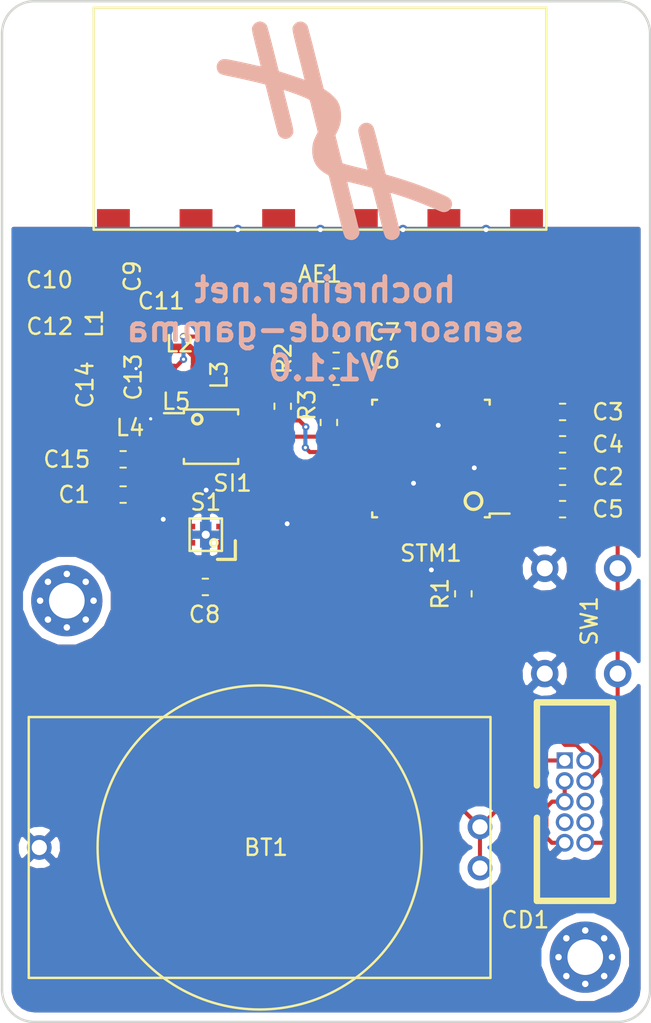
<source format=kicad_pcb>
(kicad_pcb (version 20171130) (host pcbnew 5.0.0)

  (general
    (thickness 1.6)
    (drawings 13)
    (tracks 161)
    (zones 0)
    (modules 44)
    (nets 41)
  )

  (page A4)
  (layers
    (0 F.Cu signal)
    (31 B.Cu signal)
    (32 B.Adhes user)
    (33 F.Adhes user)
    (34 B.Paste user)
    (35 F.Paste user)
    (36 B.SilkS user)
    (37 F.SilkS user)
    (38 B.Mask user)
    (39 F.Mask user)
    (40 Dwgs.User user hide)
    (41 Cmts.User user hide)
    (42 Eco1.User user hide)
    (43 Eco2.User user hide)
    (44 Edge.Cuts user)
    (45 Margin user)
    (46 B.CrtYd user)
    (47 F.CrtYd user)
    (48 B.Fab user hide)
    (49 F.Fab user hide)
  )

  (setup
    (last_trace_width 0.25)
    (trace_clearance 0.1)
    (zone_clearance 0.508)
    (zone_45_only no)
    (trace_min 0.1)
    (segment_width 0.2)
    (edge_width 0.15)
    (via_size 0.45)
    (via_drill 0.2)
    (via_min_size 0.45)
    (via_min_drill 0.2)
    (uvia_size 0.3)
    (uvia_drill 0.1)
    (uvias_allowed no)
    (uvia_min_size 0.2)
    (uvia_min_drill 0.1)
    (pcb_text_width 0.3)
    (pcb_text_size 1.5 1.5)
    (mod_edge_width 0.15)
    (mod_text_size 1 1)
    (mod_text_width 0.15)
    (pad_size 0.6 0.6)
    (pad_drill 0.3)
    (pad_to_mask_clearance 0.2)
    (aux_axis_origin 0 0)
    (visible_elements FFFFFF7F)
    (pcbplotparams
      (layerselection 0x00030_80000001)
      (usegerberextensions false)
      (usegerberattributes false)
      (usegerberadvancedattributes false)
      (creategerberjobfile false)
      (excludeedgelayer true)
      (linewidth 0.100000)
      (plotframeref false)
      (viasonmask false)
      (mode 1)
      (useauxorigin false)
      (hpglpennumber 1)
      (hpglpenspeed 20)
      (hpglpendiameter 15.000000)
      (psnegative false)
      (psa4output false)
      (plotreference true)
      (plotvalue true)
      (plotinvisibletext false)
      (padsonsilk false)
      (subtractmaskfromsilk false)
      (outputformat 1)
      (mirror false)
      (drillshape 1)
      (scaleselection 1)
      (outputdirectory ""))
  )

  (net 0 "")
  (net 1 "Net-(AE1-Pad1)")
  (net 2 /3V3)
  (net 3 GND)
  (net 4 /~SWD_RST)
  (net 5 /SWD_IO)
  (net 6 /SWD_CLK)
  (net 7 "Net-(R1-Pad2)")
  (net 8 /I2C_SDA)
  (net 9 /I2C_SCL)
  (net 10 "Net-(C10-Pad2)")
  (net 11 "Net-(C11-Pad1)")
  (net 12 "Net-(C12-Pad2)")
  (net 13 "Net-(C13-Pad2)")
  (net 14 "Net-(C14-Pad1)")
  (net 15 "Net-(CD1-Pad6)")
  (net 16 "Net-(CD1-Pad7)")
  (net 17 "Net-(CD1-Pad8)")
  (net 18 /RFM_ENABLE)
  (net 19 /~RFM_IRQ)
  (net 20 "Net-(SI1-Pad6)")
  (net 21 "Net-(SI1-Pad1)")
  (net 22 "Net-(STM1-Pad30)")
  (net 23 "Net-(STM1-Pad29)")
  (net 24 "Net-(STM1-Pad28)")
  (net 25 "Net-(STM1-Pad27)")
  (net 26 "Net-(STM1-Pad26)")
  (net 27 "Net-(STM1-Pad25)")
  (net 28 "Net-(STM1-Pad18)")
  (net 29 "Net-(STM1-Pad15)")
  (net 30 "Net-(STM1-Pad14)")
  (net 31 "Net-(STM1-Pad13)")
  (net 32 "Net-(STM1-Pad12)")
  (net 33 "Net-(STM1-Pad11)")
  (net 34 "Net-(STM1-Pad10)")
  (net 35 "Net-(STM1-Pad9)")
  (net 36 "Net-(STM1-Pad8)")
  (net 37 "Net-(STM1-Pad7)")
  (net 38 "Net-(STM1-Pad6)")
  (net 39 "Net-(STM1-Pad3)")
  (net 40 "Net-(STM1-Pad2)")

  (net_class Default "This is the default net class."
    (clearance 0.1)
    (trace_width 0.25)
    (via_dia 0.45)
    (via_drill 0.2)
    (uvia_dia 0.3)
    (uvia_drill 0.1)
    (add_net /3V3)
    (add_net /I2C_SCL)
    (add_net /I2C_SDA)
    (add_net /RFM_ENABLE)
    (add_net /SWD_CLK)
    (add_net /SWD_IO)
    (add_net /~RFM_IRQ)
    (add_net /~SWD_RST)
    (add_net GND)
    (add_net "Net-(AE1-Pad1)")
    (add_net "Net-(C10-Pad2)")
    (add_net "Net-(C11-Pad1)")
    (add_net "Net-(C12-Pad2)")
    (add_net "Net-(C13-Pad2)")
    (add_net "Net-(C14-Pad1)")
    (add_net "Net-(CD1-Pad6)")
    (add_net "Net-(CD1-Pad7)")
    (add_net "Net-(CD1-Pad8)")
    (add_net "Net-(R1-Pad2)")
    (add_net "Net-(SI1-Pad1)")
    (add_net "Net-(SI1-Pad6)")
    (add_net "Net-(STM1-Pad10)")
    (add_net "Net-(STM1-Pad11)")
    (add_net "Net-(STM1-Pad12)")
    (add_net "Net-(STM1-Pad13)")
    (add_net "Net-(STM1-Pad14)")
    (add_net "Net-(STM1-Pad15)")
    (add_net "Net-(STM1-Pad18)")
    (add_net "Net-(STM1-Pad2)")
    (add_net "Net-(STM1-Pad25)")
    (add_net "Net-(STM1-Pad26)")
    (add_net "Net-(STM1-Pad27)")
    (add_net "Net-(STM1-Pad28)")
    (add_net "Net-(STM1-Pad29)")
    (add_net "Net-(STM1-Pad3)")
    (add_net "Net-(STM1-Pad30)")
    (add_net "Net-(STM1-Pad6)")
    (add_net "Net-(STM1-Pad7)")
    (add_net "Net-(STM1-Pad8)")
    (add_net "Net-(STM1-Pad9)")
  )

  (net_class Limit ""
    (clearance 0.1)
    (trace_width 0.1)
    (via_dia 0.45)
    (via_drill 0.2)
    (uvia_dia 0.3)
    (uvia_drill 0.1)
  )

  (module sensor-node-gamma:STICH (layer F.Cu) (tedit 5B9D185F) (tstamp 5B9D3B57)
    (at 166.5 115.1)
    (fp_text reference Ref** (at 0 0.5) (layer F.SilkS) hide
      (effects (font (size 1 1) (thickness 0.15)))
    )
    (fp_text value Val** (at 0 -0.5) (layer F.Fab) hide
      (effects (font (size 1 1) (thickness 0.15)))
    )
    (pad 1 thru_hole circle (at 0 0) (size 0.6 0.6) (drill 0.3) (layers *.Cu)
      (net 3 GND) (zone_connect 2))
  )

  (module "official stable:MountingHole_2.2mm_M2_Pad_Via" (layer F.Cu) (tedit 5B9D2630) (tstamp 5B9D2F96)
    (at 176 139)
    (descr "Mounting Hole 2.2mm, M2")
    (tags "mounting hole 2.2mm m2")
    (attr virtual)
    (fp_text reference REF** (at 0 -3.2) (layer F.SilkS) hide
      (effects (font (size 1 1) (thickness 0.15)))
    )
    (fp_text value MountingHole_2.2mm_M2_Pad_Via (at 0 3.2) (layer F.Fab)
      (effects (font (size 1 1) (thickness 0.15)))
    )
    (fp_circle (center 0 0) (end 2.45 0) (layer F.CrtYd) (width 0.05))
    (fp_circle (center 0 0) (end 2.2 0) (layer Cmts.User) (width 0.15))
    (fp_text user %R (at 0.3 0) (layer F.Fab)
      (effects (font (size 1 1) (thickness 0.15)))
    )
    (pad 1 thru_hole circle (at 1.166726 -1.166726) (size 0.7 0.7) (drill 0.4) (layers *.Cu *.Mask))
    (pad 1 thru_hole circle (at 0 -1.65) (size 0.7 0.7) (drill 0.4) (layers *.Cu *.Mask))
    (pad 1 thru_hole circle (at -1.166726 -1.166726) (size 0.7 0.7) (drill 0.4) (layers *.Cu *.Mask))
    (pad 1 thru_hole circle (at -1.65 0) (size 0.7 0.7) (drill 0.4) (layers *.Cu *.Mask))
    (pad 1 thru_hole circle (at -1.166726 1.166726) (size 0.7 0.7) (drill 0.4) (layers *.Cu *.Mask))
    (pad 1 thru_hole circle (at 0 1.65) (size 0.7 0.7) (drill 0.4) (layers *.Cu *.Mask))
    (pad 1 thru_hole circle (at 1.166726 1.166726) (size 0.7 0.7) (drill 0.4) (layers *.Cu *.Mask))
    (pad 1 thru_hole circle (at 1.65 0) (size 0.7 0.7) (drill 0.4) (layers *.Cu *.Mask))
    (pad 1 thru_hole circle (at 0 0) (size 4.4 4.4) (drill 2.2) (layers *.Cu *.Mask))
  )

  (module sensor-node-gamma:STICH (layer F.Cu) (tedit 5B9D185F) (tstamp 5B9D2C71)
    (at 169.875 94.1)
    (fp_text reference Ref** (at 0 0.5) (layer F.SilkS) hide
      (effects (font (size 1 1) (thickness 0.15)))
    )
    (fp_text value Val** (at 0 -0.5) (layer F.Fab) hide
      (effects (font (size 1 1) (thickness 0.15)))
    )
    (pad 1 thru_hole circle (at 0 0) (size 0.6 0.6) (drill 0.3) (layers *.Cu)
      (net 3 GND) (zone_connect 2))
  )

  (module sensor-node-gamma:STICH (layer F.Cu) (tedit 5B9D185F) (tstamp 5B9D2C69)
    (at 164.75 94.1)
    (fp_text reference Ref** (at 0 0.5) (layer F.SilkS) hide
      (effects (font (size 1 1) (thickness 0.15)))
    )
    (fp_text value Val** (at 0 -0.5) (layer F.Fab) hide
      (effects (font (size 1 1) (thickness 0.15)))
    )
    (pad 1 thru_hole circle (at 0 0) (size 0.6 0.6) (drill 0.3) (layers *.Cu)
      (net 3 GND) (zone_connect 2))
  )

  (module sensor-node-gamma:STICH (layer F.Cu) (tedit 5B9D185F) (tstamp 5B9D2C61)
    (at 159.65 94.1)
    (fp_text reference Ref** (at 0 0.5) (layer F.SilkS) hide
      (effects (font (size 1 1) (thickness 0.15)))
    )
    (fp_text value Val** (at 0 -0.5) (layer F.Fab) hide
      (effects (font (size 1 1) (thickness 0.15)))
    )
    (pad 1 thru_hole circle (at 0 0) (size 0.6 0.6) (drill 0.3) (layers *.Cu)
      (net 3 GND) (zone_connect 2))
  )

  (module sensor-node-gamma:STICH (layer F.Cu) (tedit 5B9D185F) (tstamp 5B9D2C59)
    (at 154.55 94.1)
    (fp_text reference Ref** (at 0 0.5) (layer F.SilkS) hide
      (effects (font (size 1 1) (thickness 0.15)))
    )
    (fp_text value Val** (at 0 -0.5) (layer F.Fab) hide
      (effects (font (size 1 1) (thickness 0.15)))
    )
    (pad 1 thru_hole circle (at 0 0) (size 0.6 0.6) (drill 0.3) (layers *.Cu)
      (net 3 GND) (zone_connect 2))
  )

  (module sensor-node-gamma:STICH (layer F.Cu) (tedit 5B9D185F) (tstamp 5B9D2A86)
    (at 166.925 106.175)
    (fp_text reference Ref** (at 0 0.5) (layer F.SilkS) hide
      (effects (font (size 1 1) (thickness 0.15)))
    )
    (fp_text value Val** (at 0 -0.5) (layer F.Fab) hide
      (effects (font (size 1 1) (thickness 0.15)))
    )
    (pad 1 thru_hole circle (at 0 0) (size 0.6 0.6) (drill 0.3) (layers *.Cu)
      (net 3 GND) (zone_connect 2))
  )

  (module sensor-node-gamma:STICH (layer F.Cu) (tedit 5B9D185F) (tstamp 5B9D2A7E)
    (at 169.15 108.8)
    (fp_text reference Ref** (at 0 0.5) (layer F.SilkS) hide
      (effects (font (size 1 1) (thickness 0.15)))
    )
    (fp_text value Val** (at 0 -0.5) (layer F.Fab) hide
      (effects (font (size 1 1) (thickness 0.15)))
    )
    (pad 1 thru_hole circle (at 0 0) (size 0.6 0.6) (drill 0.3) (layers *.Cu)
      (net 3 GND) (zone_connect 2))
  )

  (module sensor-node-gamma:STICH (layer F.Cu) (tedit 5B9D185F) (tstamp 5B9D2A76)
    (at 165.4 109.75)
    (fp_text reference Ref** (at 0 0.5) (layer F.SilkS) hide
      (effects (font (size 1 1) (thickness 0.15)))
    )
    (fp_text value Val** (at 0 -0.5) (layer F.Fab) hide
      (effects (font (size 1 1) (thickness 0.15)))
    )
    (pad 1 thru_hole circle (at 0 0) (size 0.6 0.6) (drill 0.3) (layers *.Cu)
      (net 3 GND) (zone_connect 2))
  )

  (module sensor-node-gamma:STICH (layer F.Cu) (tedit 5B9D185F) (tstamp 5B9D2A65)
    (at 157.6 112.25)
    (fp_text reference Ref** (at 0 0.5) (layer F.SilkS) hide
      (effects (font (size 1 1) (thickness 0.15)))
    )
    (fp_text value Val** (at 0 -0.5) (layer F.Fab) hide
      (effects (font (size 1 1) (thickness 0.15)))
    )
    (pad 1 thru_hole circle (at 0 0) (size 0.6 0.6) (drill 0.3) (layers *.Cu)
      (net 3 GND) (zone_connect 2))
  )

  (module sensor-node-gamma:STICH (layer F.Cu) (tedit 5B9D185F) (tstamp 5B9D2A55)
    (at 152.6 110.175)
    (fp_text reference Ref** (at 0 0.5) (layer F.SilkS) hide
      (effects (font (size 1 1) (thickness 0.15)))
    )
    (fp_text value Val** (at 0 -0.5) (layer F.Fab) hide
      (effects (font (size 1 1) (thickness 0.15)))
    )
    (pad 1 thru_hole circle (at 0 0) (size 0.6 0.6) (drill 0.3) (layers *.Cu)
      (net 3 GND) (zone_connect 2))
  )

  (module sensor-node-gamma:HU2032-LF (layer F.Cu) (tedit 58891075) (tstamp 5B8B9780)
    (at 169.5 132.23 180)
    (path /5B8B9586)
    (fp_text reference BT1 (at 13.208 0 180) (layer F.SilkS)
      (effects (font (size 1 1) (thickness 0.15)))
    )
    (fp_text value Custom_Battery (at 13.208 -1.524 180) (layer F.Fab)
      (effects (font (size 1 1) (thickness 0.15)))
    )
    (fp_circle (center 13.6 0) (end 23.6 0) (layer F.SilkS) (width 0.15))
    (fp_line (start 27.85 8.05) (end 27.85 -8.05) (layer F.SilkS) (width 0.15))
    (fp_line (start -0.65 -8.05) (end -0.65 8.05) (layer F.SilkS) (width 0.15))
    (fp_line (start -0.65 -8.05) (end 27.85 -8.05) (layer F.SilkS) (width 0.15))
    (fp_line (start -0.65 8.05) (end 27.85 8.05) (layer F.SilkS) (width 0.15))
    (pad 1 thru_hole circle (at 0 -1.27 180) (size 1.524 1.524) (drill 0.94) (layers *.Cu *.Mask)
      (net 2 /3V3))
    (pad 1 thru_hole circle (at 0 1.27 180) (size 1.524 1.524) (drill 0.94) (layers *.Cu *.Mask)
      (net 2 /3V3))
    (pad 2 thru_hole circle (at 27.2 0 180) (size 1.524 1.524) (drill 0.94) (layers *.Cu *.Mask)
      (net 3 GND))
  )

  (module sensor-node-gamma:CORTEX-DEBUG (layer F.Cu) (tedit 59CBF789) (tstamp 5B9186D6)
    (at 175.365 129.4)
    (path /5B8A9A36)
    (fp_text reference CD1 (at -3.065 7.3) (layer F.SilkS)
      (effects (font (size 1 1) (thickness 0.15)))
    )
    (fp_text value CORTEX-DEBUG (at 0 0 90) (layer F.Fab)
      (effects (font (size 1 1) (thickness 0.15)))
    )
    (fp_line (start -2.35 -6.125) (end 2.35 -6.125) (layer F.SilkS) (width 0.4))
    (fp_line (start -2.35 6.125) (end 2.35 6.125) (layer F.SilkS) (width 0.4))
    (fp_line (start -2.35 -6.125) (end -2.35 -1) (layer F.SilkS) (width 0.4))
    (fp_line (start 2.35 -6.125) (end 2.35 6.125) (layer F.SilkS) (width 0.4))
    (fp_line (start -2.35 1) (end -2.35 6.125) (layer F.SilkS) (width 0.4))
    (pad 1 thru_hole rect (at -0.635 -2.54) (size 1 1) (drill 0.7) (layers *.Cu *.Mask)
      (net 2 /3V3))
    (pad 2 thru_hole circle (at 0.635 -2.54) (size 1.1 1.1) (drill 0.7) (layers *.Cu *.Mask)
      (net 5 /SWD_IO))
    (pad 3 thru_hole circle (at -0.635 -1.27) (size 1.1 1.1) (drill 0.7) (layers *.Cu *.Mask)
      (net 3 GND))
    (pad 4 thru_hole circle (at 0.635 -1.27) (size 1.1 1.1) (drill 0.7) (layers *.Cu *.Mask)
      (net 6 /SWD_CLK))
    (pad 5 thru_hole circle (at -0.635 0) (size 1.1 1.1) (drill 0.7) (layers *.Cu *.Mask)
      (net 3 GND))
    (pad 6 thru_hole circle (at 0.635 0) (size 1.1 1.1) (drill 0.7) (layers *.Cu *.Mask)
      (net 15 "Net-(CD1-Pad6)"))
    (pad 7 thru_hole circle (at -0.635 1.27) (size 1.1 1.1) (drill 0.7) (layers *.Cu *.Mask)
      (net 16 "Net-(CD1-Pad7)"))
    (pad 8 thru_hole circle (at 0.635 1.27) (size 1.1 1.1) (drill 0.7) (layers *.Cu *.Mask)
      (net 17 "Net-(CD1-Pad8)"))
    (pad 9 thru_hole circle (at -0.635 2.54) (size 1.1 1.1) (drill 0.7) (layers *.Cu *.Mask)
      (net 3 GND))
    (pad 10 thru_hole circle (at 0.635 2.54) (size 1.1 1.1) (drill 0.7) (layers *.Cu *.Mask)
      (net 4 /~SWD_RST))
    (model /home/hannes/Repository/ismGateway/kicad/models/3220-10-0100.wrl
      (at (xyz 0 0 0))
      (scale (xyz 0.4 0.4 0.4))
      (rotate (xyz -90 0 90))
    )
  )

  (module sensor-node-gamma:switch (layer F.Cu) (tedit 5A95BDC8) (tstamp 5B8B98A3)
    (at 175.75 118.25 90)
    (path /5B8F0369)
    (fp_text reference SW1 (at 0 0.5 90) (layer F.SilkS)
      (effects (font (size 1 1) (thickness 0.15)))
    )
    (fp_text value SW_Push (at 0 -0.5 90) (layer F.Fab)
      (effects (font (size 1 1) (thickness 0.15)))
    )
    (pad 1 thru_hole circle (at -3.25 -2.25 90) (size 1.7 1.7) (drill 0.99) (layers *.Cu *.Mask)
      (net 3 GND))
    (pad 2 thru_hole circle (at -3.25 2.25 90) (size 1.7 1.7) (drill 0.99) (layers *.Cu *.Mask)
      (net 4 /~SWD_RST))
    (pad 1 thru_hole circle (at 3.25 -2.25 90) (size 1.7 1.7) (drill 0.99) (layers *.Cu *.Mask)
      (net 3 GND))
    (pad 2 thru_hole circle (at 3.25 2.25 90) (size 1.7 1.7) (drill 0.99) (layers *.Cu *.Mask)
      (net 4 /~SWD_RST))
    (model Buttons_Switches_THT.3dshapes/SW_PUSH_6mm.wrl
      (offset (xyz -3.047999954223633 2.209799966812134 0))
      (scale (xyz 0.39 0.39 0.39))
      (rotate (xyz 0 0 0))
    )
  )

  (module "official stable:C_0603_1608Metric_Pad1.05x0.95mm_HandSolder" (layer F.Cu) (tedit 5B301BBE) (tstamp 5B9021FC)
    (at 147.475 110.45)
    (descr "Capacitor SMD 0603 (1608 Metric), square (rectangular) end terminal, IPC_7351 nominal with elongated pad for handsoldering. (Body size source: http://www.tortai-tech.com/upload/download/2011102023233369053.pdf), generated with kicad-footprint-generator")
    (tags "capacitor handsolder")
    (path /5B8EF44C)
    (attr smd)
    (fp_text reference C1 (at -3.025 0) (layer F.SilkS)
      (effects (font (size 1 1) (thickness 0.15)))
    )
    (fp_text value 1µF (at 0 1.43) (layer F.Fab)
      (effects (font (size 1 1) (thickness 0.15)))
    )
    (fp_text user %R (at 0 0) (layer F.Fab)
      (effects (font (size 0.4 0.4) (thickness 0.06)))
    )
    (fp_line (start 1.65 0.73) (end -1.65 0.73) (layer F.CrtYd) (width 0.05))
    (fp_line (start 1.65 -0.73) (end 1.65 0.73) (layer F.CrtYd) (width 0.05))
    (fp_line (start -1.65 -0.73) (end 1.65 -0.73) (layer F.CrtYd) (width 0.05))
    (fp_line (start -1.65 0.73) (end -1.65 -0.73) (layer F.CrtYd) (width 0.05))
    (fp_line (start -0.171267 0.51) (end 0.171267 0.51) (layer F.SilkS) (width 0.12))
    (fp_line (start -0.171267 -0.51) (end 0.171267 -0.51) (layer F.SilkS) (width 0.12))
    (fp_line (start 0.8 0.4) (end -0.8 0.4) (layer F.Fab) (width 0.1))
    (fp_line (start 0.8 -0.4) (end 0.8 0.4) (layer F.Fab) (width 0.1))
    (fp_line (start -0.8 -0.4) (end 0.8 -0.4) (layer F.Fab) (width 0.1))
    (fp_line (start -0.8 0.4) (end -0.8 -0.4) (layer F.Fab) (width 0.1))
    (pad 2 smd roundrect (at 0.875 0) (size 1.05 0.95) (layers F.Cu F.Paste F.Mask) (roundrect_rratio 0.25)
      (net 2 /3V3))
    (pad 1 smd roundrect (at -0.875 0) (size 1.05 0.95) (layers F.Cu F.Paste F.Mask) (roundrect_rratio 0.25)
      (net 3 GND))
    (model ${KISYS3DMOD}/Capacitor_SMD.3dshapes/C_0603_1608Metric.wrl
      (at (xyz 0 0 0))
      (scale (xyz 1 1 1))
      (rotate (xyz 0 0 0))
    )
  )

  (module "official stable:C_0603_1608Metric_Pad1.05x0.95mm_HandSolder" (layer F.Cu) (tedit 5B301BBE) (tstamp 5B9172C8)
    (at 174.6 109.35)
    (descr "Capacitor SMD 0603 (1608 Metric), square (rectangular) end terminal, IPC_7351 nominal with elongated pad for handsoldering. (Body size source: http://www.tortai-tech.com/upload/download/2011102023233369053.pdf), generated with kicad-footprint-generator")
    (tags "capacitor handsolder")
    (path /5B8F01B9)
    (attr smd)
    (fp_text reference C2 (at 2.8 0) (layer F.SilkS)
      (effects (font (size 1 1) (thickness 0.15)))
    )
    (fp_text value 0.1µF (at 0 1.43) (layer F.Fab)
      (effects (font (size 1 1) (thickness 0.15)))
    )
    (fp_text user %R (at 0 0) (layer F.Fab)
      (effects (font (size 0.4 0.4) (thickness 0.06)))
    )
    (fp_line (start 1.65 0.73) (end -1.65 0.73) (layer F.CrtYd) (width 0.05))
    (fp_line (start 1.65 -0.73) (end 1.65 0.73) (layer F.CrtYd) (width 0.05))
    (fp_line (start -1.65 -0.73) (end 1.65 -0.73) (layer F.CrtYd) (width 0.05))
    (fp_line (start -1.65 0.73) (end -1.65 -0.73) (layer F.CrtYd) (width 0.05))
    (fp_line (start -0.171267 0.51) (end 0.171267 0.51) (layer F.SilkS) (width 0.12))
    (fp_line (start -0.171267 -0.51) (end 0.171267 -0.51) (layer F.SilkS) (width 0.12))
    (fp_line (start 0.8 0.4) (end -0.8 0.4) (layer F.Fab) (width 0.1))
    (fp_line (start 0.8 -0.4) (end 0.8 0.4) (layer F.Fab) (width 0.1))
    (fp_line (start -0.8 -0.4) (end 0.8 -0.4) (layer F.Fab) (width 0.1))
    (fp_line (start -0.8 0.4) (end -0.8 -0.4) (layer F.Fab) (width 0.1))
    (pad 2 smd roundrect (at 0.875 0) (size 1.05 0.95) (layers F.Cu F.Paste F.Mask) (roundrect_rratio 0.25)
      (net 3 GND))
    (pad 1 smd roundrect (at -0.875 0) (size 1.05 0.95) (layers F.Cu F.Paste F.Mask) (roundrect_rratio 0.25)
      (net 4 /~SWD_RST))
    (model ${KISYS3DMOD}/Capacitor_SMD.3dshapes/C_0603_1608Metric.wrl
      (at (xyz 0 0 0))
      (scale (xyz 1 1 1))
      (rotate (xyz 0 0 0))
    )
  )

  (module "official stable:C_0603_1608Metric_Pad1.05x0.95mm_HandSolder" (layer F.Cu) (tedit 5B301BBE) (tstamp 5B902058)
    (at 174.6 105.35)
    (descr "Capacitor SMD 0603 (1608 Metric), square (rectangular) end terminal, IPC_7351 nominal with elongated pad for handsoldering. (Body size source: http://www.tortai-tech.com/upload/download/2011102023233369053.pdf), generated with kicad-footprint-generator")
    (tags "capacitor handsolder")
    (path /5B8F00B7)
    (attr smd)
    (fp_text reference C3 (at 2.8 0) (layer F.SilkS)
      (effects (font (size 1 1) (thickness 0.15)))
    )
    (fp_text value 1µF (at 0 1.43) (layer F.Fab)
      (effects (font (size 1 1) (thickness 0.15)))
    )
    (fp_line (start -0.8 0.4) (end -0.8 -0.4) (layer F.Fab) (width 0.1))
    (fp_line (start -0.8 -0.4) (end 0.8 -0.4) (layer F.Fab) (width 0.1))
    (fp_line (start 0.8 -0.4) (end 0.8 0.4) (layer F.Fab) (width 0.1))
    (fp_line (start 0.8 0.4) (end -0.8 0.4) (layer F.Fab) (width 0.1))
    (fp_line (start -0.171267 -0.51) (end 0.171267 -0.51) (layer F.SilkS) (width 0.12))
    (fp_line (start -0.171267 0.51) (end 0.171267 0.51) (layer F.SilkS) (width 0.12))
    (fp_line (start -1.65 0.73) (end -1.65 -0.73) (layer F.CrtYd) (width 0.05))
    (fp_line (start -1.65 -0.73) (end 1.65 -0.73) (layer F.CrtYd) (width 0.05))
    (fp_line (start 1.65 -0.73) (end 1.65 0.73) (layer F.CrtYd) (width 0.05))
    (fp_line (start 1.65 0.73) (end -1.65 0.73) (layer F.CrtYd) (width 0.05))
    (fp_text user %R (at 0 0) (layer F.Fab)
      (effects (font (size 0.4 0.4) (thickness 0.06)))
    )
    (pad 1 smd roundrect (at -0.875 0) (size 1.05 0.95) (layers F.Cu F.Paste F.Mask) (roundrect_rratio 0.25)
      (net 2 /3V3))
    (pad 2 smd roundrect (at 0.875 0) (size 1.05 0.95) (layers F.Cu F.Paste F.Mask) (roundrect_rratio 0.25)
      (net 3 GND))
    (model ${KISYS3DMOD}/Capacitor_SMD.3dshapes/C_0603_1608Metric.wrl
      (at (xyz 0 0 0))
      (scale (xyz 1 1 1))
      (rotate (xyz 0 0 0))
    )
  )

  (module "official stable:C_0603_1608Metric_Pad1.05x0.95mm_HandSolder" (layer F.Cu) (tedit 5B301BBE) (tstamp 5B9020B8)
    (at 174.6 107.35)
    (descr "Capacitor SMD 0603 (1608 Metric), square (rectangular) end terminal, IPC_7351 nominal with elongated pad for handsoldering. (Body size source: http://www.tortai-tech.com/upload/download/2011102023233369053.pdf), generated with kicad-footprint-generator")
    (tags "capacitor handsolder")
    (path /5B8EFFB1)
    (attr smd)
    (fp_text reference C4 (at 2.8 0) (layer F.SilkS)
      (effects (font (size 1 1) (thickness 0.15)))
    )
    (fp_text value 0.1µF (at 0 1.43) (layer F.Fab)
      (effects (font (size 1 1) (thickness 0.15)))
    )
    (fp_text user %R (at 0 0) (layer F.Fab)
      (effects (font (size 0.4 0.4) (thickness 0.06)))
    )
    (fp_line (start 1.65 0.73) (end -1.65 0.73) (layer F.CrtYd) (width 0.05))
    (fp_line (start 1.65 -0.73) (end 1.65 0.73) (layer F.CrtYd) (width 0.05))
    (fp_line (start -1.65 -0.73) (end 1.65 -0.73) (layer F.CrtYd) (width 0.05))
    (fp_line (start -1.65 0.73) (end -1.65 -0.73) (layer F.CrtYd) (width 0.05))
    (fp_line (start -0.171267 0.51) (end 0.171267 0.51) (layer F.SilkS) (width 0.12))
    (fp_line (start -0.171267 -0.51) (end 0.171267 -0.51) (layer F.SilkS) (width 0.12))
    (fp_line (start 0.8 0.4) (end -0.8 0.4) (layer F.Fab) (width 0.1))
    (fp_line (start 0.8 -0.4) (end 0.8 0.4) (layer F.Fab) (width 0.1))
    (fp_line (start -0.8 -0.4) (end 0.8 -0.4) (layer F.Fab) (width 0.1))
    (fp_line (start -0.8 0.4) (end -0.8 -0.4) (layer F.Fab) (width 0.1))
    (pad 2 smd roundrect (at 0.875 0) (size 1.05 0.95) (layers F.Cu F.Paste F.Mask) (roundrect_rratio 0.25)
      (net 3 GND))
    (pad 1 smd roundrect (at -0.875 0) (size 1.05 0.95) (layers F.Cu F.Paste F.Mask) (roundrect_rratio 0.25)
      (net 2 /3V3))
    (model ${KISYS3DMOD}/Capacitor_SMD.3dshapes/C_0603_1608Metric.wrl
      (at (xyz 0 0 0))
      (scale (xyz 1 1 1))
      (rotate (xyz 0 0 0))
    )
  )

  (module "official stable:C_0603_1608Metric_Pad1.05x0.95mm_HandSolder" (layer F.Cu) (tedit 5B301BBE) (tstamp 5B917235)
    (at 174.6 111.35 180)
    (descr "Capacitor SMD 0603 (1608 Metric), square (rectangular) end terminal, IPC_7351 nominal with elongated pad for handsoldering. (Body size source: http://www.tortai-tech.com/upload/download/2011102023233369053.pdf), generated with kicad-footprint-generator")
    (tags "capacitor handsolder")
    (path /5B8EFEB3)
    (attr smd)
    (fp_text reference C5 (at -2.8 0 180) (layer F.SilkS)
      (effects (font (size 1 1) (thickness 0.15)))
    )
    (fp_text value 0.1µF (at 0 1.43 180) (layer F.Fab)
      (effects (font (size 1 1) (thickness 0.15)))
    )
    (fp_line (start -0.8 0.4) (end -0.8 -0.4) (layer F.Fab) (width 0.1))
    (fp_line (start -0.8 -0.4) (end 0.8 -0.4) (layer F.Fab) (width 0.1))
    (fp_line (start 0.8 -0.4) (end 0.8 0.4) (layer F.Fab) (width 0.1))
    (fp_line (start 0.8 0.4) (end -0.8 0.4) (layer F.Fab) (width 0.1))
    (fp_line (start -0.171267 -0.51) (end 0.171267 -0.51) (layer F.SilkS) (width 0.12))
    (fp_line (start -0.171267 0.51) (end 0.171267 0.51) (layer F.SilkS) (width 0.12))
    (fp_line (start -1.65 0.73) (end -1.65 -0.73) (layer F.CrtYd) (width 0.05))
    (fp_line (start -1.65 -0.73) (end 1.65 -0.73) (layer F.CrtYd) (width 0.05))
    (fp_line (start 1.65 -0.73) (end 1.65 0.73) (layer F.CrtYd) (width 0.05))
    (fp_line (start 1.65 0.73) (end -1.65 0.73) (layer F.CrtYd) (width 0.05))
    (fp_text user %R (at 0 0 180) (layer F.Fab)
      (effects (font (size 0.4 0.4) (thickness 0.06)))
    )
    (pad 1 smd roundrect (at -0.875 0 180) (size 1.05 0.95) (layers F.Cu F.Paste F.Mask) (roundrect_rratio 0.25)
      (net 3 GND))
    (pad 2 smd roundrect (at 0.875 0 180) (size 1.05 0.95) (layers F.Cu F.Paste F.Mask) (roundrect_rratio 0.25)
      (net 2 /3V3))
    (model ${KISYS3DMOD}/Capacitor_SMD.3dshapes/C_0603_1608Metric.wrl
      (at (xyz 0 0 0))
      (scale (xyz 1 1 1))
      (rotate (xyz 0 0 0))
    )
  )

  (module "official stable:C_0603_1608Metric_Pad1.05x0.95mm_HandSolder" (layer F.Cu) (tedit 5B301BBE) (tstamp 5B901B04)
    (at 160.625 103.175 180)
    (descr "Capacitor SMD 0603 (1608 Metric), square (rectangular) end terminal, IPC_7351 nominal with elongated pad for handsoldering. (Body size source: http://www.tortai-tech.com/upload/download/2011102023233369053.pdf), generated with kicad-footprint-generator")
    (tags "capacitor handsolder")
    (path /5B8EFB1E)
    (attr smd)
    (fp_text reference C6 (at -2.975 1.025 180) (layer F.SilkS)
      (effects (font (size 1 1) (thickness 0.15)))
    )
    (fp_text value 0.1µF (at 0 1.43 180) (layer F.Fab)
      (effects (font (size 1 1) (thickness 0.15)))
    )
    (fp_text user %R (at 0 0 180) (layer F.Fab)
      (effects (font (size 0.4 0.4) (thickness 0.06)))
    )
    (fp_line (start 1.65 0.73) (end -1.65 0.73) (layer F.CrtYd) (width 0.05))
    (fp_line (start 1.65 -0.73) (end 1.65 0.73) (layer F.CrtYd) (width 0.05))
    (fp_line (start -1.65 -0.73) (end 1.65 -0.73) (layer F.CrtYd) (width 0.05))
    (fp_line (start -1.65 0.73) (end -1.65 -0.73) (layer F.CrtYd) (width 0.05))
    (fp_line (start -0.171267 0.51) (end 0.171267 0.51) (layer F.SilkS) (width 0.12))
    (fp_line (start -0.171267 -0.51) (end 0.171267 -0.51) (layer F.SilkS) (width 0.12))
    (fp_line (start 0.8 0.4) (end -0.8 0.4) (layer F.Fab) (width 0.1))
    (fp_line (start 0.8 -0.4) (end 0.8 0.4) (layer F.Fab) (width 0.1))
    (fp_line (start -0.8 -0.4) (end 0.8 -0.4) (layer F.Fab) (width 0.1))
    (fp_line (start -0.8 0.4) (end -0.8 -0.4) (layer F.Fab) (width 0.1))
    (pad 2 smd roundrect (at 0.875 0 180) (size 1.05 0.95) (layers F.Cu F.Paste F.Mask) (roundrect_rratio 0.25)
      (net 3 GND))
    (pad 1 smd roundrect (at -0.875 0 180) (size 1.05 0.95) (layers F.Cu F.Paste F.Mask) (roundrect_rratio 0.25)
      (net 2 /3V3))
    (model ${KISYS3DMOD}/Capacitor_SMD.3dshapes/C_0603_1608Metric.wrl
      (at (xyz 0 0 0))
      (scale (xyz 1 1 1))
      (rotate (xyz 0 0 0))
    )
  )

  (module "official stable:C_0603_1608Metric_Pad1.05x0.95mm_HandSolder" (layer F.Cu) (tedit 5B301BBE) (tstamp 5B901D14)
    (at 160.625 101.175 180)
    (descr "Capacitor SMD 0603 (1608 Metric), square (rectangular) end terminal, IPC_7351 nominal with elongated pad for handsoldering. (Body size source: http://www.tortai-tech.com/upload/download/2011102023233369053.pdf), generated with kicad-footprint-generator")
    (tags "capacitor handsolder")
    (path /5B8EF9FA)
    (attr smd)
    (fp_text reference C7 (at -2.975 0.75 180) (layer F.SilkS)
      (effects (font (size 1 1) (thickness 0.15)))
    )
    (fp_text value 10µF (at 0 1.43 180) (layer F.Fab)
      (effects (font (size 1 1) (thickness 0.15)))
    )
    (fp_line (start -0.8 0.4) (end -0.8 -0.4) (layer F.Fab) (width 0.1))
    (fp_line (start -0.8 -0.4) (end 0.8 -0.4) (layer F.Fab) (width 0.1))
    (fp_line (start 0.8 -0.4) (end 0.8 0.4) (layer F.Fab) (width 0.1))
    (fp_line (start 0.8 0.4) (end -0.8 0.4) (layer F.Fab) (width 0.1))
    (fp_line (start -0.171267 -0.51) (end 0.171267 -0.51) (layer F.SilkS) (width 0.12))
    (fp_line (start -0.171267 0.51) (end 0.171267 0.51) (layer F.SilkS) (width 0.12))
    (fp_line (start -1.65 0.73) (end -1.65 -0.73) (layer F.CrtYd) (width 0.05))
    (fp_line (start -1.65 -0.73) (end 1.65 -0.73) (layer F.CrtYd) (width 0.05))
    (fp_line (start 1.65 -0.73) (end 1.65 0.73) (layer F.CrtYd) (width 0.05))
    (fp_line (start 1.65 0.73) (end -1.65 0.73) (layer F.CrtYd) (width 0.05))
    (fp_text user %R (at 0 0 180) (layer F.Fab)
      (effects (font (size 0.4 0.4) (thickness 0.06)))
    )
    (pad 1 smd roundrect (at -0.875 0 180) (size 1.05 0.95) (layers F.Cu F.Paste F.Mask) (roundrect_rratio 0.25)
      (net 2 /3V3))
    (pad 2 smd roundrect (at 0.875 0 180) (size 1.05 0.95) (layers F.Cu F.Paste F.Mask) (roundrect_rratio 0.25)
      (net 3 GND))
    (model ${KISYS3DMOD}/Capacitor_SMD.3dshapes/C_0603_1608Metric.wrl
      (at (xyz 0 0 0))
      (scale (xyz 1 1 1))
      (rotate (xyz 0 0 0))
    )
  )

  (module "official stable:R_0603_1608Metric_Pad1.05x0.95mm_HandSolder" (layer F.Cu) (tedit 5B301BBD) (tstamp 5B90338E)
    (at 168.475 116.575 90)
    (descr "Resistor SMD 0603 (1608 Metric), square (rectangular) end terminal, IPC_7351 nominal with elongated pad for handsoldering. (Body size source: http://www.tortai-tech.com/upload/download/2011102023233369053.pdf), generated with kicad-footprint-generator")
    (tags "resistor handsolder")
    (path /5B8EF630)
    (attr smd)
    (fp_text reference R1 (at 0 -1.43 90) (layer F.SilkS)
      (effects (font (size 1 1) (thickness 0.15)))
    )
    (fp_text value 10k (at 0 1.43 90) (layer F.Fab)
      (effects (font (size 1 1) (thickness 0.15)))
    )
    (fp_text user %R (at 0 0 90) (layer F.Fab)
      (effects (font (size 0.4 0.4) (thickness 0.06)))
    )
    (fp_line (start 1.65 0.73) (end -1.65 0.73) (layer F.CrtYd) (width 0.05))
    (fp_line (start 1.65 -0.73) (end 1.65 0.73) (layer F.CrtYd) (width 0.05))
    (fp_line (start -1.65 -0.73) (end 1.65 -0.73) (layer F.CrtYd) (width 0.05))
    (fp_line (start -1.65 0.73) (end -1.65 -0.73) (layer F.CrtYd) (width 0.05))
    (fp_line (start -0.171267 0.51) (end 0.171267 0.51) (layer F.SilkS) (width 0.12))
    (fp_line (start -0.171267 -0.51) (end 0.171267 -0.51) (layer F.SilkS) (width 0.12))
    (fp_line (start 0.8 0.4) (end -0.8 0.4) (layer F.Fab) (width 0.1))
    (fp_line (start 0.8 -0.4) (end 0.8 0.4) (layer F.Fab) (width 0.1))
    (fp_line (start -0.8 -0.4) (end 0.8 -0.4) (layer F.Fab) (width 0.1))
    (fp_line (start -0.8 0.4) (end -0.8 -0.4) (layer F.Fab) (width 0.1))
    (pad 2 smd roundrect (at 0.875 0 90) (size 1.05 0.95) (layers F.Cu F.Paste F.Mask) (roundrect_rratio 0.25)
      (net 7 "Net-(R1-Pad2)"))
    (pad 1 smd roundrect (at -0.875 0 90) (size 1.05 0.95) (layers F.Cu F.Paste F.Mask) (roundrect_rratio 0.25)
      (net 3 GND))
    (model ${KISYS3DMOD}/Resistor_SMD.3dshapes/R_0603_1608Metric.wrl
      (at (xyz 0 0 0))
      (scale (xyz 1 1 1))
      (rotate (xyz 0 0 0))
    )
  )

  (module "official stable:R_0603_1608Metric_Pad1.05x0.95mm_HandSolder" (layer F.Cu) (tedit 5B301BBD) (tstamp 5B8EE304)
    (at 157.325 105 270)
    (descr "Resistor SMD 0603 (1608 Metric), square (rectangular) end terminal, IPC_7351 nominal with elongated pad for handsoldering. (Body size source: http://www.tortai-tech.com/upload/download/2011102023233369053.pdf), generated with kicad-footprint-generator")
    (tags "resistor handsolder")
    (path /5B8EF78B)
    (attr smd)
    (fp_text reference R2 (at -2.95 -0.025 270) (layer F.SilkS)
      (effects (font (size 1 1) (thickness 0.15)))
    )
    (fp_text value 10k (at 0 1.43 270) (layer F.Fab)
      (effects (font (size 1 1) (thickness 0.15)))
    )
    (fp_line (start -0.8 0.4) (end -0.8 -0.4) (layer F.Fab) (width 0.1))
    (fp_line (start -0.8 -0.4) (end 0.8 -0.4) (layer F.Fab) (width 0.1))
    (fp_line (start 0.8 -0.4) (end 0.8 0.4) (layer F.Fab) (width 0.1))
    (fp_line (start 0.8 0.4) (end -0.8 0.4) (layer F.Fab) (width 0.1))
    (fp_line (start -0.171267 -0.51) (end 0.171267 -0.51) (layer F.SilkS) (width 0.12))
    (fp_line (start -0.171267 0.51) (end 0.171267 0.51) (layer F.SilkS) (width 0.12))
    (fp_line (start -1.65 0.73) (end -1.65 -0.73) (layer F.CrtYd) (width 0.05))
    (fp_line (start -1.65 -0.73) (end 1.65 -0.73) (layer F.CrtYd) (width 0.05))
    (fp_line (start 1.65 -0.73) (end 1.65 0.73) (layer F.CrtYd) (width 0.05))
    (fp_line (start 1.65 0.73) (end -1.65 0.73) (layer F.CrtYd) (width 0.05))
    (fp_text user %R (at 0 0 270) (layer F.Fab)
      (effects (font (size 0.4 0.4) (thickness 0.06)))
    )
    (pad 1 smd roundrect (at -0.875 0 270) (size 1.05 0.95) (layers F.Cu F.Paste F.Mask) (roundrect_rratio 0.25)
      (net 2 /3V3))
    (pad 2 smd roundrect (at 0.875 0 270) (size 1.05 0.95) (layers F.Cu F.Paste F.Mask) (roundrect_rratio 0.25)
      (net 8 /I2C_SDA))
    (model ${KISYS3DMOD}/Resistor_SMD.3dshapes/R_0603_1608Metric.wrl
      (at (xyz 0 0 0))
      (scale (xyz 1 1 1))
      (rotate (xyz 0 0 0))
    )
  )

  (module "official stable:R_0603_1608Metric_Pad1.05x0.95mm_HandSolder" (layer F.Cu) (tedit 5B301BBD) (tstamp 5B8EE314)
    (at 160.175 106 90)
    (descr "Resistor SMD 0603 (1608 Metric), square (rectangular) end terminal, IPC_7351 nominal with elongated pad for handsoldering. (Body size source: http://www.tortai-tech.com/upload/download/2011102023233369053.pdf), generated with kicad-footprint-generator")
    (tags "resistor handsolder")
    (path /5B8EF80D)
    (attr smd)
    (fp_text reference R3 (at 1.075 -1.35 90) (layer F.SilkS)
      (effects (font (size 1 1) (thickness 0.15)))
    )
    (fp_text value 10k (at 0 1.43 90) (layer F.Fab)
      (effects (font (size 1 1) (thickness 0.15)))
    )
    (fp_text user %R (at 0 0 90) (layer F.Fab)
      (effects (font (size 0.4 0.4) (thickness 0.06)))
    )
    (fp_line (start 1.65 0.73) (end -1.65 0.73) (layer F.CrtYd) (width 0.05))
    (fp_line (start 1.65 -0.73) (end 1.65 0.73) (layer F.CrtYd) (width 0.05))
    (fp_line (start -1.65 -0.73) (end 1.65 -0.73) (layer F.CrtYd) (width 0.05))
    (fp_line (start -1.65 0.73) (end -1.65 -0.73) (layer F.CrtYd) (width 0.05))
    (fp_line (start -0.171267 0.51) (end 0.171267 0.51) (layer F.SilkS) (width 0.12))
    (fp_line (start -0.171267 -0.51) (end 0.171267 -0.51) (layer F.SilkS) (width 0.12))
    (fp_line (start 0.8 0.4) (end -0.8 0.4) (layer F.Fab) (width 0.1))
    (fp_line (start 0.8 -0.4) (end 0.8 0.4) (layer F.Fab) (width 0.1))
    (fp_line (start -0.8 -0.4) (end 0.8 -0.4) (layer F.Fab) (width 0.1))
    (fp_line (start -0.8 0.4) (end -0.8 -0.4) (layer F.Fab) (width 0.1))
    (pad 2 smd roundrect (at 0.875 0 90) (size 1.05 0.95) (layers F.Cu F.Paste F.Mask) (roundrect_rratio 0.25)
      (net 2 /3V3))
    (pad 1 smd roundrect (at -0.875 0 90) (size 1.05 0.95) (layers F.Cu F.Paste F.Mask) (roundrect_rratio 0.25)
      (net 9 /I2C_SCL))
    (model ${KISYS3DMOD}/Resistor_SMD.3dshapes/R_0603_1608Metric.wrl
      (at (xyz 0 0 0))
      (scale (xyz 1 1 1))
      (rotate (xyz 0 0 0))
    )
  )

  (module "official stable:LQFP-32_7x7mm_P0.8mm" (layer F.Cu) (tedit 5A02F146) (tstamp 5B916E86)
    (at 166.475 108.225 180)
    (descr "LQFP32: plastic low profile quad flat package; 32 leads; body 7 x 7 x 1.4 mm (see NXP sot358-1_po.pdf and sot358-1_fr.pdf)")
    (tags "QFP 0.8")
    (path /5B8A611D)
    (attr smd)
    (fp_text reference STM1 (at 0 -5.85 180) (layer F.SilkS)
      (effects (font (size 1 1) (thickness 0.15)))
    )
    (fp_text value STM32L021K4T6 (at 0 5.85 180) (layer F.Fab)
      (effects (font (size 1 1) (thickness 0.15)))
    )
    (fp_line (start -3.625 -3.4) (end -4.85 -3.4) (layer F.SilkS) (width 0.15))
    (fp_line (start 3.625 -3.625) (end 3.325 -3.625) (layer F.SilkS) (width 0.15))
    (fp_line (start 3.625 3.625) (end 3.325 3.625) (layer F.SilkS) (width 0.15))
    (fp_line (start -3.625 3.625) (end -3.325 3.625) (layer F.SilkS) (width 0.15))
    (fp_line (start -3.625 -3.625) (end -3.325 -3.625) (layer F.SilkS) (width 0.15))
    (fp_line (start -3.625 3.625) (end -3.625 3.325) (layer F.SilkS) (width 0.15))
    (fp_line (start 3.625 3.625) (end 3.625 3.325) (layer F.SilkS) (width 0.15))
    (fp_line (start 3.625 -3.625) (end 3.625 -3.325) (layer F.SilkS) (width 0.15))
    (fp_line (start -3.625 -3.625) (end -3.625 -3.4) (layer F.SilkS) (width 0.15))
    (fp_line (start -5.1 5.1) (end 5.1 5.1) (layer F.CrtYd) (width 0.05))
    (fp_line (start -5.1 -5.1) (end 5.1 -5.1) (layer F.CrtYd) (width 0.05))
    (fp_line (start 5.1 -5.1) (end 5.1 5.1) (layer F.CrtYd) (width 0.05))
    (fp_line (start -5.1 -5.1) (end -5.1 5.1) (layer F.CrtYd) (width 0.05))
    (fp_line (start -3.5 -2.5) (end -2.5 -3.5) (layer F.Fab) (width 0.15))
    (fp_line (start -3.5 3.5) (end -3.5 -2.5) (layer F.Fab) (width 0.15))
    (fp_line (start 3.5 3.5) (end -3.5 3.5) (layer F.Fab) (width 0.15))
    (fp_line (start 3.5 -3.5) (end 3.5 3.5) (layer F.Fab) (width 0.15))
    (fp_line (start -2.5 -3.5) (end 3.5 -3.5) (layer F.Fab) (width 0.15))
    (fp_text user %R (at 0 0 180) (layer F.Fab)
      (effects (font (size 1 1) (thickness 0.15)))
    )
    (pad 32 smd rect (at -2.8 -4.25 270) (size 1.2 0.6) (layers F.Cu F.Paste F.Mask)
      (net 3 GND))
    (pad 31 smd rect (at -2 -4.25 270) (size 1.2 0.6) (layers F.Cu F.Paste F.Mask)
      (net 7 "Net-(R1-Pad2)"))
    (pad 30 smd rect (at -1.2 -4.25 270) (size 1.2 0.6) (layers F.Cu F.Paste F.Mask)
      (net 22 "Net-(STM1-Pad30)"))
    (pad 29 smd rect (at -0.4 -4.25 270) (size 1.2 0.6) (layers F.Cu F.Paste F.Mask)
      (net 23 "Net-(STM1-Pad29)"))
    (pad 28 smd rect (at 0.4 -4.25 270) (size 1.2 0.6) (layers F.Cu F.Paste F.Mask)
      (net 24 "Net-(STM1-Pad28)"))
    (pad 27 smd rect (at 1.2 -4.25 270) (size 1.2 0.6) (layers F.Cu F.Paste F.Mask)
      (net 25 "Net-(STM1-Pad27)"))
    (pad 26 smd rect (at 2 -4.25 270) (size 1.2 0.6) (layers F.Cu F.Paste F.Mask)
      (net 26 "Net-(STM1-Pad26)"))
    (pad 25 smd rect (at 2.8 -4.25 270) (size 1.2 0.6) (layers F.Cu F.Paste F.Mask)
      (net 27 "Net-(STM1-Pad25)"))
    (pad 24 smd rect (at 4.25 -2.8 180) (size 1.2 0.6) (layers F.Cu F.Paste F.Mask)
      (net 6 /SWD_CLK))
    (pad 23 smd rect (at 4.25 -2 180) (size 1.2 0.6) (layers F.Cu F.Paste F.Mask)
      (net 5 /SWD_IO))
    (pad 22 smd rect (at 4.25 -1.2 180) (size 1.2 0.6) (layers F.Cu F.Paste F.Mask)
      (net 19 /~RFM_IRQ))
    (pad 21 smd rect (at 4.25 -0.4 180) (size 1.2 0.6) (layers F.Cu F.Paste F.Mask)
      (net 18 /RFM_ENABLE))
    (pad 20 smd rect (at 4.25 0.4 180) (size 1.2 0.6) (layers F.Cu F.Paste F.Mask)
      (net 8 /I2C_SDA))
    (pad 19 smd rect (at 4.25 1.2 180) (size 1.2 0.6) (layers F.Cu F.Paste F.Mask)
      (net 9 /I2C_SCL))
    (pad 18 smd rect (at 4.25 2 180) (size 1.2 0.6) (layers F.Cu F.Paste F.Mask)
      (net 28 "Net-(STM1-Pad18)"))
    (pad 17 smd rect (at 4.25 2.8 180) (size 1.2 0.6) (layers F.Cu F.Paste F.Mask)
      (net 2 /3V3))
    (pad 16 smd rect (at 2.8 4.25 270) (size 1.2 0.6) (layers F.Cu F.Paste F.Mask)
      (net 3 GND))
    (pad 15 smd rect (at 2 4.25 270) (size 1.2 0.6) (layers F.Cu F.Paste F.Mask)
      (net 29 "Net-(STM1-Pad15)"))
    (pad 14 smd rect (at 1.2 4.25 270) (size 1.2 0.6) (layers F.Cu F.Paste F.Mask)
      (net 30 "Net-(STM1-Pad14)"))
    (pad 13 smd rect (at 0.4 4.25 270) (size 1.2 0.6) (layers F.Cu F.Paste F.Mask)
      (net 31 "Net-(STM1-Pad13)"))
    (pad 12 smd rect (at -0.4 4.25 270) (size 1.2 0.6) (layers F.Cu F.Paste F.Mask)
      (net 32 "Net-(STM1-Pad12)"))
    (pad 11 smd rect (at -1.2 4.25 270) (size 1.2 0.6) (layers F.Cu F.Paste F.Mask)
      (net 33 "Net-(STM1-Pad11)"))
    (pad 10 smd rect (at -2 4.25 270) (size 1.2 0.6) (layers F.Cu F.Paste F.Mask)
      (net 34 "Net-(STM1-Pad10)"))
    (pad 9 smd rect (at -2.8 4.25 270) (size 1.2 0.6) (layers F.Cu F.Paste F.Mask)
      (net 35 "Net-(STM1-Pad9)"))
    (pad 8 smd rect (at -4.25 2.8 180) (size 1.2 0.6) (layers F.Cu F.Paste F.Mask)
      (net 36 "Net-(STM1-Pad8)"))
    (pad 7 smd rect (at -4.25 2 180) (size 1.2 0.6) (layers F.Cu F.Paste F.Mask)
      (net 37 "Net-(STM1-Pad7)"))
    (pad 6 smd rect (at -4.25 1.2 180) (size 1.2 0.6) (layers F.Cu F.Paste F.Mask)
      (net 38 "Net-(STM1-Pad6)"))
    (pad 5 smd rect (at -4.25 0.4 180) (size 1.2 0.6) (layers F.Cu F.Paste F.Mask)
      (net 2 /3V3))
    (pad 4 smd rect (at -4.25 -0.4 180) (size 1.2 0.6) (layers F.Cu F.Paste F.Mask)
      (net 4 /~SWD_RST))
    (pad 3 smd rect (at -4.25 -1.2 180) (size 1.2 0.6) (layers F.Cu F.Paste F.Mask)
      (net 39 "Net-(STM1-Pad3)"))
    (pad 2 smd rect (at -4.25 -2 180) (size 1.2 0.6) (layers F.Cu F.Paste F.Mask)
      (net 40 "Net-(STM1-Pad2)"))
    (pad 1 smd rect (at -4.25 -2.8 180) (size 1.2 0.6) (layers F.Cu F.Paste F.Mask)
      (net 2 /3V3))
    (model ${KISYS3DMOD}/Package_QFP.3dshapes/LQFP-32_7x7mm_P0.8mm.wrl
      (at (xyz 0 0 0))
      (scale (xyz 1 1 1))
      (rotate (xyz 0 0 0))
    )
  )

  (module "official stable:C_0603_1608Metric_Pad1.05x0.95mm_HandSolder" (layer F.Cu) (tedit 5B301BBE) (tstamp 5B96B34C)
    (at 152.55 116.15 180)
    (descr "Capacitor SMD 0603 (1608 Metric), square (rectangular) end terminal, IPC_7351 nominal with elongated pad for handsoldering. (Body size source: http://www.tortai-tech.com/upload/download/2011102023233369053.pdf), generated with kicad-footprint-generator")
    (tags "capacitor handsolder")
    (path /5B96C5FF)
    (attr smd)
    (fp_text reference C8 (at 0.05 -1.7 180) (layer F.SilkS)
      (effects (font (size 1 1) (thickness 0.15)))
    )
    (fp_text value 0.1µF (at 0 1.43 180) (layer F.Fab)
      (effects (font (size 1 1) (thickness 0.15)))
    )
    (fp_text user %R (at 0 0 180) (layer F.Fab)
      (effects (font (size 0.4 0.4) (thickness 0.06)))
    )
    (fp_line (start 1.65 0.73) (end -1.65 0.73) (layer F.CrtYd) (width 0.05))
    (fp_line (start 1.65 -0.73) (end 1.65 0.73) (layer F.CrtYd) (width 0.05))
    (fp_line (start -1.65 -0.73) (end 1.65 -0.73) (layer F.CrtYd) (width 0.05))
    (fp_line (start -1.65 0.73) (end -1.65 -0.73) (layer F.CrtYd) (width 0.05))
    (fp_line (start -0.171267 0.51) (end 0.171267 0.51) (layer F.SilkS) (width 0.12))
    (fp_line (start -0.171267 -0.51) (end 0.171267 -0.51) (layer F.SilkS) (width 0.12))
    (fp_line (start 0.8 0.4) (end -0.8 0.4) (layer F.Fab) (width 0.1))
    (fp_line (start 0.8 -0.4) (end 0.8 0.4) (layer F.Fab) (width 0.1))
    (fp_line (start -0.8 -0.4) (end 0.8 -0.4) (layer F.Fab) (width 0.1))
    (fp_line (start -0.8 0.4) (end -0.8 -0.4) (layer F.Fab) (width 0.1))
    (pad 2 smd roundrect (at 0.875 0 180) (size 1.05 0.95) (layers F.Cu F.Paste F.Mask) (roundrect_rratio 0.25)
      (net 3 GND))
    (pad 1 smd roundrect (at -0.875 0 180) (size 1.05 0.95) (layers F.Cu F.Paste F.Mask) (roundrect_rratio 0.25)
      (net 2 /3V3))
    (model ${KISYS3DMOD}/Capacitor_SMD.3dshapes/C_0603_1608Metric.wrl
      (at (xyz 0 0 0))
      (scale (xyz 1 1 1))
      (rotate (xyz 0 0 0))
    )
  )

  (module sensor-node-gamma:ANT-433-SP (layer F.Cu) (tedit 5B9CB878) (tstamp 5B9CB9F0)
    (at 159.625 94.1)
    (path /5B9CE6C3)
    (fp_text reference AE1 (at 0 2.75) (layer F.SilkS)
      (effects (font (size 1 1) (thickness 0.15)))
    )
    (fp_text value Antenna_Chip (at 0 -7.25) (layer F.Fab)
      (effects (font (size 1 1) (thickness 0.15)))
    )
    (fp_line (start -13.97 0) (end 13.97 0) (layer F.SilkS) (width 0.15))
    (fp_line (start -13.97 -13.7) (end 13.97 -13.7) (layer F.SilkS) (width 0.15))
    (fp_line (start 13.97 -13.7) (end 13.97 0) (layer F.SilkS) (width 0.15))
    (fp_line (start -13.97 -13.7) (end -13.97 0) (layer F.SilkS) (width 0.15))
    (pad 1 smd rect (at -12.75 0) (size 2.03 2.54) (layers F.Cu F.Paste F.Mask)
      (net 1 "Net-(AE1-Pad1)"))
    (pad 2 smd rect (at -7.65 0) (size 2.03 2.54) (layers F.Cu F.Paste F.Mask)
      (net 3 GND))
    (pad 2 smd rect (at -2.55 0) (size 2.03 2.54) (layers F.Cu F.Paste F.Mask)
      (net 3 GND))
    (pad 2 smd rect (at 2.55 0 180) (size 2.03 2.54) (layers F.Cu F.Paste F.Mask)
      (net 3 GND))
    (pad 2 smd rect (at 7.65 0) (size 2.03 2.54) (layers F.Cu F.Paste F.Mask)
      (net 3 GND))
    (pad 2 smd rect (at 12.75 0) (size 2.03 2.54) (layers F.Cu F.Paste F.Mask)
      (net 3 GND))
  )

  (module "official stable:C_0402_1005Metric" (layer F.Cu) (tedit 5B301BBE) (tstamp 5B9CBA0B)
    (at 146.875 96.975 270)
    (descr "Capacitor SMD 0402 (1005 Metric), square (rectangular) end terminal, IPC_7351 nominal, (Body size source: http://www.tortai-tech.com/upload/download/2011102023233369053.pdf), generated with kicad-footprint-generator")
    (tags capacitor)
    (path /5B9FE29C)
    (attr smd)
    (fp_text reference C9 (at 0 -1.17 270) (layer F.SilkS)
      (effects (font (size 1 1) (thickness 0.15)))
    )
    (fp_text value 270pF (at 0 1.17 270) (layer F.Fab)
      (effects (font (size 1 1) (thickness 0.15)))
    )
    (fp_line (start -0.5 0.25) (end -0.5 -0.25) (layer F.Fab) (width 0.1))
    (fp_line (start -0.5 -0.25) (end 0.5 -0.25) (layer F.Fab) (width 0.1))
    (fp_line (start 0.5 -0.25) (end 0.5 0.25) (layer F.Fab) (width 0.1))
    (fp_line (start 0.5 0.25) (end -0.5 0.25) (layer F.Fab) (width 0.1))
    (fp_line (start -0.93 0.47) (end -0.93 -0.47) (layer F.CrtYd) (width 0.05))
    (fp_line (start -0.93 -0.47) (end 0.93 -0.47) (layer F.CrtYd) (width 0.05))
    (fp_line (start 0.93 -0.47) (end 0.93 0.47) (layer F.CrtYd) (width 0.05))
    (fp_line (start 0.93 0.47) (end -0.93 0.47) (layer F.CrtYd) (width 0.05))
    (fp_text user %R (at 0 0 270) (layer F.Fab)
      (effects (font (size 0.25 0.25) (thickness 0.04)))
    )
    (pad 1 smd roundrect (at -0.485 0 270) (size 0.59 0.64) (layers F.Cu F.Paste F.Mask) (roundrect_rratio 0.25)
      (net 1 "Net-(AE1-Pad1)"))
    (pad 2 smd roundrect (at 0.485 0 270) (size 0.59 0.64) (layers F.Cu F.Paste F.Mask) (roundrect_rratio 0.25)
      (net 10 "Net-(C10-Pad2)"))
    (model ${KISYS3DMOD}/Capacitor_SMD.3dshapes/C_0402_1005Metric.wrl
      (at (xyz 0 0 0))
      (scale (xyz 1 1 1))
      (rotate (xyz 0 0 0))
    )
  )

  (module "official stable:C_0402_1005Metric" (layer F.Cu) (tedit 5B301BBE) (tstamp 5B9CBA1A)
    (at 144.875 98.425)
    (descr "Capacitor SMD 0402 (1005 Metric), square (rectangular) end terminal, IPC_7351 nominal, (Body size source: http://www.tortai-tech.com/upload/download/2011102023233369053.pdf), generated with kicad-footprint-generator")
    (tags capacitor)
    (path /5B9FE23C)
    (attr smd)
    (fp_text reference C10 (at -1.95 -1.225) (layer F.SilkS)
      (effects (font (size 1 1) (thickness 0.15)))
    )
    (fp_text value 6.8pF (at 0 1.17) (layer F.Fab)
      (effects (font (size 1 1) (thickness 0.15)))
    )
    (fp_text user %R (at 0 0) (layer F.Fab)
      (effects (font (size 0.25 0.25) (thickness 0.04)))
    )
    (fp_line (start 0.93 0.47) (end -0.93 0.47) (layer F.CrtYd) (width 0.05))
    (fp_line (start 0.93 -0.47) (end 0.93 0.47) (layer F.CrtYd) (width 0.05))
    (fp_line (start -0.93 -0.47) (end 0.93 -0.47) (layer F.CrtYd) (width 0.05))
    (fp_line (start -0.93 0.47) (end -0.93 -0.47) (layer F.CrtYd) (width 0.05))
    (fp_line (start 0.5 0.25) (end -0.5 0.25) (layer F.Fab) (width 0.1))
    (fp_line (start 0.5 -0.25) (end 0.5 0.25) (layer F.Fab) (width 0.1))
    (fp_line (start -0.5 -0.25) (end 0.5 -0.25) (layer F.Fab) (width 0.1))
    (fp_line (start -0.5 0.25) (end -0.5 -0.25) (layer F.Fab) (width 0.1))
    (pad 2 smd roundrect (at 0.485 0) (size 0.59 0.64) (layers F.Cu F.Paste F.Mask) (roundrect_rratio 0.25)
      (net 10 "Net-(C10-Pad2)"))
    (pad 1 smd roundrect (at -0.485 0) (size 0.59 0.64) (layers F.Cu F.Paste F.Mask) (roundrect_rratio 0.25)
      (net 3 GND))
    (model ${KISYS3DMOD}/Capacitor_SMD.3dshapes/C_0402_1005Metric.wrl
      (at (xyz 0 0 0))
      (scale (xyz 1 1 1))
      (rotate (xyz 0 0 0))
    )
  )

  (module "official stable:C_0402_1005Metric" (layer F.Cu) (tedit 5B301BBE) (tstamp 5B9CBA29)
    (at 149.825 99.675)
    (descr "Capacitor SMD 0402 (1005 Metric), square (rectangular) end terminal, IPC_7351 nominal, (Body size source: http://www.tortai-tech.com/upload/download/2011102023233369053.pdf), generated with kicad-footprint-generator")
    (tags capacitor)
    (path /5B9E820C)
    (attr smd)
    (fp_text reference C11 (at 0 -1.17) (layer F.SilkS)
      (effects (font (size 1 1) (thickness 0.15)))
    )
    (fp_text value 4.3pF (at 0 1.17) (layer F.Fab)
      (effects (font (size 1 1) (thickness 0.15)))
    )
    (fp_text user %R (at 0 0) (layer F.Fab)
      (effects (font (size 0.25 0.25) (thickness 0.04)))
    )
    (fp_line (start 0.93 0.47) (end -0.93 0.47) (layer F.CrtYd) (width 0.05))
    (fp_line (start 0.93 -0.47) (end 0.93 0.47) (layer F.CrtYd) (width 0.05))
    (fp_line (start -0.93 -0.47) (end 0.93 -0.47) (layer F.CrtYd) (width 0.05))
    (fp_line (start -0.93 0.47) (end -0.93 -0.47) (layer F.CrtYd) (width 0.05))
    (fp_line (start 0.5 0.25) (end -0.5 0.25) (layer F.Fab) (width 0.1))
    (fp_line (start 0.5 -0.25) (end 0.5 0.25) (layer F.Fab) (width 0.1))
    (fp_line (start -0.5 -0.25) (end 0.5 -0.25) (layer F.Fab) (width 0.1))
    (fp_line (start -0.5 0.25) (end -0.5 -0.25) (layer F.Fab) (width 0.1))
    (pad 2 smd roundrect (at 0.485 0) (size 0.59 0.64) (layers F.Cu F.Paste F.Mask) (roundrect_rratio 0.25)
      (net 3 GND))
    (pad 1 smd roundrect (at -0.485 0) (size 0.59 0.64) (layers F.Cu F.Paste F.Mask) (roundrect_rratio 0.25)
      (net 11 "Net-(C11-Pad1)"))
    (model ${KISYS3DMOD}/Capacitor_SMD.3dshapes/C_0402_1005Metric.wrl
      (at (xyz 0 0 0))
      (scale (xyz 1 1 1))
      (rotate (xyz 0 0 0))
    )
  )

  (module "official stable:C_0402_1005Metric" (layer F.Cu) (tedit 5B301BBE) (tstamp 5B9CBA38)
    (at 144.875 101.375)
    (descr "Capacitor SMD 0402 (1005 Metric), square (rectangular) end terminal, IPC_7351 nominal, (Body size source: http://www.tortai-tech.com/upload/download/2011102023233369053.pdf), generated with kicad-footprint-generator")
    (tags capacitor)
    (path /5B9FE1C5)
    (attr smd)
    (fp_text reference C12 (at -1.925 -1.3) (layer F.SilkS)
      (effects (font (size 1 1) (thickness 0.15)))
    )
    (fp_text value 6.8pF (at 0 1.17) (layer F.Fab)
      (effects (font (size 1 1) (thickness 0.15)))
    )
    (fp_line (start -0.5 0.25) (end -0.5 -0.25) (layer F.Fab) (width 0.1))
    (fp_line (start -0.5 -0.25) (end 0.5 -0.25) (layer F.Fab) (width 0.1))
    (fp_line (start 0.5 -0.25) (end 0.5 0.25) (layer F.Fab) (width 0.1))
    (fp_line (start 0.5 0.25) (end -0.5 0.25) (layer F.Fab) (width 0.1))
    (fp_line (start -0.93 0.47) (end -0.93 -0.47) (layer F.CrtYd) (width 0.05))
    (fp_line (start -0.93 -0.47) (end 0.93 -0.47) (layer F.CrtYd) (width 0.05))
    (fp_line (start 0.93 -0.47) (end 0.93 0.47) (layer F.CrtYd) (width 0.05))
    (fp_line (start 0.93 0.47) (end -0.93 0.47) (layer F.CrtYd) (width 0.05))
    (fp_text user %R (at 0 0) (layer F.Fab)
      (effects (font (size 0.25 0.25) (thickness 0.04)))
    )
    (pad 1 smd roundrect (at -0.485 0) (size 0.59 0.64) (layers F.Cu F.Paste F.Mask) (roundrect_rratio 0.25)
      (net 3 GND))
    (pad 2 smd roundrect (at 0.485 0) (size 0.59 0.64) (layers F.Cu F.Paste F.Mask) (roundrect_rratio 0.25)
      (net 12 "Net-(C12-Pad2)"))
    (model ${KISYS3DMOD}/Capacitor_SMD.3dshapes/C_0402_1005Metric.wrl
      (at (xyz 0 0 0))
      (scale (xyz 1 1 1))
      (rotate (xyz 0 0 0))
    )
  )

  (module "official stable:C_0402_1005Metric" (layer F.Cu) (tedit 5B301BBE) (tstamp 5B9CC755)
    (at 149.2 103.175 270)
    (descr "Capacitor SMD 0402 (1005 Metric), square (rectangular) end terminal, IPC_7351 nominal, (Body size source: http://www.tortai-tech.com/upload/download/2011102023233369053.pdf), generated with kicad-footprint-generator")
    (tags capacitor)
    (path /5B9F3EF2)
    (attr smd)
    (fp_text reference C13 (at 0.025 1.1 270) (layer F.SilkS)
      (effects (font (size 1 1) (thickness 0.15)))
    )
    (fp_text value 2.7pF (at 0 1.17 270) (layer F.Fab)
      (effects (font (size 1 1) (thickness 0.15)))
    )
    (fp_text user %R (at 0 0 270) (layer F.Fab)
      (effects (font (size 0.25 0.25) (thickness 0.04)))
    )
    (fp_line (start 0.93 0.47) (end -0.93 0.47) (layer F.CrtYd) (width 0.05))
    (fp_line (start 0.93 -0.47) (end 0.93 0.47) (layer F.CrtYd) (width 0.05))
    (fp_line (start -0.93 -0.47) (end 0.93 -0.47) (layer F.CrtYd) (width 0.05))
    (fp_line (start -0.93 0.47) (end -0.93 -0.47) (layer F.CrtYd) (width 0.05))
    (fp_line (start 0.5 0.25) (end -0.5 0.25) (layer F.Fab) (width 0.1))
    (fp_line (start 0.5 -0.25) (end 0.5 0.25) (layer F.Fab) (width 0.1))
    (fp_line (start -0.5 -0.25) (end 0.5 -0.25) (layer F.Fab) (width 0.1))
    (fp_line (start -0.5 0.25) (end -0.5 -0.25) (layer F.Fab) (width 0.1))
    (pad 2 smd roundrect (at 0.485 0 270) (size 0.59 0.64) (layers F.Cu F.Paste F.Mask) (roundrect_rratio 0.25)
      (net 13 "Net-(C13-Pad2)"))
    (pad 1 smd roundrect (at -0.485 0 270) (size 0.59 0.64) (layers F.Cu F.Paste F.Mask) (roundrect_rratio 0.25)
      (net 3 GND))
    (model ${KISYS3DMOD}/Capacitor_SMD.3dshapes/C_0402_1005Metric.wrl
      (at (xyz 0 0 0))
      (scale (xyz 1 1 1))
      (rotate (xyz 0 0 0))
    )
  )

  (module "official stable:C_0402_1005Metric" (layer F.Cu) (tedit 5B301BBE) (tstamp 5B9CC20E)
    (at 146.875 102.9 90)
    (descr "Capacitor SMD 0402 (1005 Metric), square (rectangular) end terminal, IPC_7351 nominal, (Body size source: http://www.tortai-tech.com/upload/download/2011102023233369053.pdf), generated with kicad-footprint-generator")
    (tags capacitor)
    (path /5B9F076E)
    (attr smd)
    (fp_text reference C14 (at -0.775 -1.75 90) (layer F.SilkS)
      (effects (font (size 1 1) (thickness 0.15)))
    )
    (fp_text value 1.8pF (at 0 1.17 90) (layer F.Fab)
      (effects (font (size 1 1) (thickness 0.15)))
    )
    (fp_line (start -0.5 0.25) (end -0.5 -0.25) (layer F.Fab) (width 0.1))
    (fp_line (start -0.5 -0.25) (end 0.5 -0.25) (layer F.Fab) (width 0.1))
    (fp_line (start 0.5 -0.25) (end 0.5 0.25) (layer F.Fab) (width 0.1))
    (fp_line (start 0.5 0.25) (end -0.5 0.25) (layer F.Fab) (width 0.1))
    (fp_line (start -0.93 0.47) (end -0.93 -0.47) (layer F.CrtYd) (width 0.05))
    (fp_line (start -0.93 -0.47) (end 0.93 -0.47) (layer F.CrtYd) (width 0.05))
    (fp_line (start 0.93 -0.47) (end 0.93 0.47) (layer F.CrtYd) (width 0.05))
    (fp_line (start 0.93 0.47) (end -0.93 0.47) (layer F.CrtYd) (width 0.05))
    (fp_text user %R (at 0 0 90) (layer F.Fab)
      (effects (font (size 0.25 0.25) (thickness 0.04)))
    )
    (pad 1 smd roundrect (at -0.485 0 90) (size 0.59 0.64) (layers F.Cu F.Paste F.Mask) (roundrect_rratio 0.25)
      (net 14 "Net-(C14-Pad1)"))
    (pad 2 smd roundrect (at 0.485 0 90) (size 0.59 0.64) (layers F.Cu F.Paste F.Mask) (roundrect_rratio 0.25)
      (net 12 "Net-(C12-Pad2)"))
    (model ${KISYS3DMOD}/Capacitor_SMD.3dshapes/C_0402_1005Metric.wrl
      (at (xyz 0 0 0))
      (scale (xyz 1 1 1))
      (rotate (xyz 0 0 0))
    )
  )

  (module "official stable:C_0603_1608Metric_Pad1.05x0.95mm_HandSolder" (layer F.Cu) (tedit 5B301BBE) (tstamp 5B9CBA67)
    (at 147.475 108.275)
    (descr "Capacitor SMD 0603 (1608 Metric), square (rectangular) end terminal, IPC_7351 nominal with elongated pad for handsoldering. (Body size source: http://www.tortai-tech.com/upload/download/2011102023233369053.pdf), generated with kicad-footprint-generator")
    (tags "capacitor handsolder")
    (path /5B9E1DE5)
    (attr smd)
    (fp_text reference C15 (at -3.475 0) (layer F.SilkS)
      (effects (font (size 1 1) (thickness 0.15)))
    )
    (fp_text value 0.1µF (at 0 1.43) (layer F.Fab)
      (effects (font (size 1 1) (thickness 0.15)))
    )
    (fp_text user %R (at 0 0) (layer F.Fab)
      (effects (font (size 0.4 0.4) (thickness 0.06)))
    )
    (fp_line (start 1.65 0.73) (end -1.65 0.73) (layer F.CrtYd) (width 0.05))
    (fp_line (start 1.65 -0.73) (end 1.65 0.73) (layer F.CrtYd) (width 0.05))
    (fp_line (start -1.65 -0.73) (end 1.65 -0.73) (layer F.CrtYd) (width 0.05))
    (fp_line (start -1.65 0.73) (end -1.65 -0.73) (layer F.CrtYd) (width 0.05))
    (fp_line (start -0.171267 0.51) (end 0.171267 0.51) (layer F.SilkS) (width 0.12))
    (fp_line (start -0.171267 -0.51) (end 0.171267 -0.51) (layer F.SilkS) (width 0.12))
    (fp_line (start 0.8 0.4) (end -0.8 0.4) (layer F.Fab) (width 0.1))
    (fp_line (start 0.8 -0.4) (end 0.8 0.4) (layer F.Fab) (width 0.1))
    (fp_line (start -0.8 -0.4) (end 0.8 -0.4) (layer F.Fab) (width 0.1))
    (fp_line (start -0.8 0.4) (end -0.8 -0.4) (layer F.Fab) (width 0.1))
    (pad 2 smd roundrect (at 0.875 0) (size 1.05 0.95) (layers F.Cu F.Paste F.Mask) (roundrect_rratio 0.25)
      (net 2 /3V3))
    (pad 1 smd roundrect (at -0.875 0) (size 1.05 0.95) (layers F.Cu F.Paste F.Mask) (roundrect_rratio 0.25)
      (net 3 GND))
    (model ${KISYS3DMOD}/Capacitor_SMD.3dshapes/C_0603_1608Metric.wrl
      (at (xyz 0 0 0))
      (scale (xyz 1 1 1))
      (rotate (xyz 0 0 0))
    )
  )

  (module "official stable:L_0402_1005Metric" (layer F.Cu) (tedit 5B301BBE) (tstamp 5B9CBA76)
    (at 146.875 99.9 90)
    (descr "Inductor SMD 0402 (1005 Metric), square (rectangular) end terminal, IPC_7351 nominal, (Body size source: http://www.tortai-tech.com/upload/download/2011102023233369053.pdf), generated with kicad-footprint-generator")
    (tags inductor)
    (path /5B9E816A)
    (attr smd)
    (fp_text reference L1 (at 0 -1.17 90) (layer F.SilkS)
      (effects (font (size 1 1) (thickness 0.15)))
    )
    (fp_text value 18nH (at 0 1.17 90) (layer F.Fab)
      (effects (font (size 1 1) (thickness 0.15)))
    )
    (fp_line (start -0.5 0.25) (end -0.5 -0.25) (layer F.Fab) (width 0.1))
    (fp_line (start -0.5 -0.25) (end 0.5 -0.25) (layer F.Fab) (width 0.1))
    (fp_line (start 0.5 -0.25) (end 0.5 0.25) (layer F.Fab) (width 0.1))
    (fp_line (start 0.5 0.25) (end -0.5 0.25) (layer F.Fab) (width 0.1))
    (fp_line (start -0.93 0.47) (end -0.93 -0.47) (layer F.CrtYd) (width 0.05))
    (fp_line (start -0.93 -0.47) (end 0.93 -0.47) (layer F.CrtYd) (width 0.05))
    (fp_line (start 0.93 -0.47) (end 0.93 0.47) (layer F.CrtYd) (width 0.05))
    (fp_line (start 0.93 0.47) (end -0.93 0.47) (layer F.CrtYd) (width 0.05))
    (fp_text user %R (at 0 0 90) (layer F.Fab)
      (effects (font (size 0.25 0.25) (thickness 0.04)))
    )
    (pad 1 smd roundrect (at -0.485 0 90) (size 0.59 0.64) (layers F.Cu F.Paste F.Mask) (roundrect_rratio 0.25)
      (net 12 "Net-(C12-Pad2)"))
    (pad 2 smd roundrect (at 0.485 0 90) (size 0.59 0.64) (layers F.Cu F.Paste F.Mask) (roundrect_rratio 0.25)
      (net 10 "Net-(C10-Pad2)"))
    (model ${KISYS3DMOD}/Inductor_SMD.3dshapes/L_0402_1005Metric.wrl
      (at (xyz 0 0 0))
      (scale (xyz 1 1 1))
      (rotate (xyz 0 0 0))
    )
  )

  (module "official stable:L_0402_1005Metric" (layer F.Cu) (tedit 5B301BBE) (tstamp 5B9CBA85)
    (at 148.85 101.425 180)
    (descr "Inductor SMD 0402 (1005 Metric), square (rectangular) end terminal, IPC_7351 nominal, (Body size source: http://www.tortai-tech.com/upload/download/2011102023233369053.pdf), generated with kicad-footprint-generator")
    (tags inductor)
    (path /5B9E80FB)
    (attr smd)
    (fp_text reference L2 (at -2.1 0.275 180) (layer F.SilkS)
      (effects (font (size 1 1) (thickness 0.15)))
    )
    (fp_text value 56nH (at 0 1.17 180) (layer F.Fab)
      (effects (font (size 1 1) (thickness 0.15)))
    )
    (fp_text user %R (at 0 0 180) (layer F.Fab)
      (effects (font (size 0.25 0.25) (thickness 0.04)))
    )
    (fp_line (start 0.93 0.47) (end -0.93 0.47) (layer F.CrtYd) (width 0.05))
    (fp_line (start 0.93 -0.47) (end 0.93 0.47) (layer F.CrtYd) (width 0.05))
    (fp_line (start -0.93 -0.47) (end 0.93 -0.47) (layer F.CrtYd) (width 0.05))
    (fp_line (start -0.93 0.47) (end -0.93 -0.47) (layer F.CrtYd) (width 0.05))
    (fp_line (start 0.5 0.25) (end -0.5 0.25) (layer F.Fab) (width 0.1))
    (fp_line (start 0.5 -0.25) (end 0.5 0.25) (layer F.Fab) (width 0.1))
    (fp_line (start -0.5 -0.25) (end 0.5 -0.25) (layer F.Fab) (width 0.1))
    (fp_line (start -0.5 0.25) (end -0.5 -0.25) (layer F.Fab) (width 0.1))
    (pad 2 smd roundrect (at 0.485 0 180) (size 0.59 0.64) (layers F.Cu F.Paste F.Mask) (roundrect_rratio 0.25)
      (net 12 "Net-(C12-Pad2)"))
    (pad 1 smd roundrect (at -0.485 0 180) (size 0.59 0.64) (layers F.Cu F.Paste F.Mask) (roundrect_rratio 0.25)
      (net 11 "Net-(C11-Pad1)"))
    (model ${KISYS3DMOD}/Inductor_SMD.3dshapes/L_0402_1005Metric.wrl
      (at (xyz 0 0 0))
      (scale (xyz 1 1 1))
      (rotate (xyz 0 0 0))
    )
  )

  (module "official stable:L_0402_1005Metric" (layer F.Cu) (tedit 5B301BBE) (tstamp 5B9CBA94)
    (at 151.95 103.15 270)
    (descr "Inductor SMD 0402 (1005 Metric), square (rectangular) end terminal, IPC_7351 nominal, (Body size source: http://www.tortai-tech.com/upload/download/2011102023233369053.pdf), generated with kicad-footprint-generator")
    (tags inductor)
    (path /5B9E801A)
    (attr smd)
    (fp_text reference L3 (at -0.075 -1.45 270) (layer F.SilkS)
      (effects (font (size 1 1) (thickness 0.15)))
    )
    (fp_text value 16nH (at 0 1.17 270) (layer F.Fab)
      (effects (font (size 1 1) (thickness 0.15)))
    )
    (fp_text user %R (at 0 0 270) (layer F.Fab)
      (effects (font (size 0.25 0.25) (thickness 0.04)))
    )
    (fp_line (start 0.93 0.47) (end -0.93 0.47) (layer F.CrtYd) (width 0.05))
    (fp_line (start 0.93 -0.47) (end 0.93 0.47) (layer F.CrtYd) (width 0.05))
    (fp_line (start -0.93 -0.47) (end 0.93 -0.47) (layer F.CrtYd) (width 0.05))
    (fp_line (start -0.93 0.47) (end -0.93 -0.47) (layer F.CrtYd) (width 0.05))
    (fp_line (start 0.5 0.25) (end -0.5 0.25) (layer F.Fab) (width 0.1))
    (fp_line (start 0.5 -0.25) (end 0.5 0.25) (layer F.Fab) (width 0.1))
    (fp_line (start -0.5 -0.25) (end 0.5 -0.25) (layer F.Fab) (width 0.1))
    (fp_line (start -0.5 0.25) (end -0.5 -0.25) (layer F.Fab) (width 0.1))
    (pad 2 smd roundrect (at 0.485 0 270) (size 0.59 0.64) (layers F.Cu F.Paste F.Mask) (roundrect_rratio 0.25)
      (net 13 "Net-(C13-Pad2)"))
    (pad 1 smd roundrect (at -0.485 0 270) (size 0.59 0.64) (layers F.Cu F.Paste F.Mask) (roundrect_rratio 0.25)
      (net 11 "Net-(C11-Pad1)"))
    (model ${KISYS3DMOD}/Inductor_SMD.3dshapes/L_0402_1005Metric.wrl
      (at (xyz 0 0 0))
      (scale (xyz 1 1 1))
      (rotate (xyz 0 0 0))
    )
  )

  (module "official stable:L_0402_1005Metric" (layer F.Cu) (tedit 5B301BBE) (tstamp 5B9CC326)
    (at 147.85 104.9 180)
    (descr "Inductor SMD 0402 (1005 Metric), square (rectangular) end terminal, IPC_7351 nominal, (Body size source: http://www.tortai-tech.com/upload/download/2011102023233369053.pdf), generated with kicad-footprint-generator")
    (tags inductor)
    (path /5B9E8081)
    (attr smd)
    (fp_text reference L4 (at -0.05 -1.425 180) (layer F.SilkS)
      (effects (font (size 1 1) (thickness 0.15)))
    )
    (fp_text value 16nH (at 0 1.17 180) (layer F.Fab)
      (effects (font (size 1 1) (thickness 0.15)))
    )
    (fp_line (start -0.5 0.25) (end -0.5 -0.25) (layer F.Fab) (width 0.1))
    (fp_line (start -0.5 -0.25) (end 0.5 -0.25) (layer F.Fab) (width 0.1))
    (fp_line (start 0.5 -0.25) (end 0.5 0.25) (layer F.Fab) (width 0.1))
    (fp_line (start 0.5 0.25) (end -0.5 0.25) (layer F.Fab) (width 0.1))
    (fp_line (start -0.93 0.47) (end -0.93 -0.47) (layer F.CrtYd) (width 0.05))
    (fp_line (start -0.93 -0.47) (end 0.93 -0.47) (layer F.CrtYd) (width 0.05))
    (fp_line (start 0.93 -0.47) (end 0.93 0.47) (layer F.CrtYd) (width 0.05))
    (fp_line (start 0.93 0.47) (end -0.93 0.47) (layer F.CrtYd) (width 0.05))
    (fp_text user %R (at 0 0 180) (layer F.Fab)
      (effects (font (size 0.25 0.25) (thickness 0.04)))
    )
    (pad 1 smd roundrect (at -0.485 0 180) (size 0.59 0.64) (layers F.Cu F.Paste F.Mask) (roundrect_rratio 0.25)
      (net 13 "Net-(C13-Pad2)"))
    (pad 2 smd roundrect (at 0.485 0 180) (size 0.59 0.64) (layers F.Cu F.Paste F.Mask) (roundrect_rratio 0.25)
      (net 14 "Net-(C14-Pad1)"))
    (model ${KISYS3DMOD}/Inductor_SMD.3dshapes/L_0402_1005Metric.wrl
      (at (xyz 0 0 0))
      (scale (xyz 1 1 1))
      (rotate (xyz 0 0 0))
    )
  )

  (module "official stable:L_0402_1005Metric" (layer F.Cu) (tedit 5B301BBE) (tstamp 5B9CBAB2)
    (at 150.475 103.15 270)
    (descr "Inductor SMD 0402 (1005 Metric), square (rectangular) end terminal, IPC_7351 nominal, (Body size source: http://www.tortai-tech.com/upload/download/2011102023233369053.pdf), generated with kicad-footprint-generator")
    (tags inductor)
    (path /5B9E7F62)
    (attr smd)
    (fp_text reference L5 (at 1.55 -0.275) (layer F.SilkS)
      (effects (font (size 1 1) (thickness 0.15)))
    )
    (fp_text value 220nH (at 0 1.17 270) (layer F.Fab)
      (effects (font (size 1 1) (thickness 0.15)))
    )
    (fp_text user %R (at 0 0 270) (layer F.Fab)
      (effects (font (size 0.25 0.25) (thickness 0.04)))
    )
    (fp_line (start 0.93 0.47) (end -0.93 0.47) (layer F.CrtYd) (width 0.05))
    (fp_line (start 0.93 -0.47) (end 0.93 0.47) (layer F.CrtYd) (width 0.05))
    (fp_line (start -0.93 -0.47) (end 0.93 -0.47) (layer F.CrtYd) (width 0.05))
    (fp_line (start -0.93 0.47) (end -0.93 -0.47) (layer F.CrtYd) (width 0.05))
    (fp_line (start 0.5 0.25) (end -0.5 0.25) (layer F.Fab) (width 0.1))
    (fp_line (start 0.5 -0.25) (end 0.5 0.25) (layer F.Fab) (width 0.1))
    (fp_line (start -0.5 -0.25) (end 0.5 -0.25) (layer F.Fab) (width 0.1))
    (fp_line (start -0.5 0.25) (end -0.5 -0.25) (layer F.Fab) (width 0.1))
    (pad 2 smd roundrect (at 0.485 0 270) (size 0.59 0.64) (layers F.Cu F.Paste F.Mask) (roundrect_rratio 0.25)
      (net 13 "Net-(C13-Pad2)"))
    (pad 1 smd roundrect (at -0.485 0 270) (size 0.59 0.64) (layers F.Cu F.Paste F.Mask) (roundrect_rratio 0.25)
      (net 2 /3V3))
    (model ${KISYS3DMOD}/Inductor_SMD.3dshapes/L_0402_1005Metric.wrl
      (at (xyz 0 0 0))
      (scale (xyz 1 1 1))
      (rotate (xyz 0 0 0))
    )
  )

  (module sensor-node-gamma:SHTC3 (layer F.Cu) (tedit 5B9CB49C) (tstamp 5B9CBAC0)
    (at 152.575 112.925 180)
    (path /5B9CBEC8)
    (fp_text reference S1 (at 0 2 180) (layer F.SilkS)
      (effects (font (size 1 1) (thickness 0.15)))
    )
    (fp_text value SHTC3 (at 0 -1.75 180) (layer F.Fab)
      (effects (font (size 1 1) (thickness 0.15)))
    )
    (fp_circle (center -0.5 -0.5) (end -0.3 -0.4) (layer F.SilkS) (width 0.15))
    (fp_line (start -1 -1) (end 1 -1) (layer F.SilkS) (width 0.15))
    (fp_line (start 1 -1) (end 1 1) (layer F.SilkS) (width 0.15))
    (fp_line (start 1 1) (end -1 1) (layer F.SilkS) (width 0.15))
    (fp_line (start -1 1) (end -1 -1) (layer F.SilkS) (width 0.15))
    (pad 4 thru_hole rect (at 0 0 180) (size 0.7 1.6) (drill 0.5) (layers *.Cu *.Mask)
      (net 3 GND))
    (pad 2 smd rect (at -1 0.5 180) (size 0.7 0.35) (layers F.Cu F.Paste F.Mask)
      (net 9 /I2C_SCL))
    (pad 1 smd rect (at -1 -0.5 180) (size 0.7 0.35) (layers F.Cu F.Paste F.Mask)
      (net 2 /3V3))
    (pad 4 smd rect (at 1 -0.5 180) (size 0.7 0.35) (layers F.Cu F.Paste F.Mask)
      (net 3 GND))
    (pad 3 smd rect (at 1 0.5 180) (size 0.7 0.35) (layers F.Cu F.Paste F.Mask)
      (net 8 /I2C_SDA))
  )

  (module "official stable:MSOP-10_3x3mm_P0.5mm" (layer F.Cu) (tedit 5A02F25C) (tstamp 5B9CBAC1)
    (at 152.9 106.875)
    (descr "10-Lead Plastic Micro Small Outline Package (MS) [MSOP] (see Microchip Packaging Specification 00000049BS.pdf)")
    (tags "SSOP 0.5")
    (path /5B9D5410)
    (attr smd)
    (fp_text reference SI1 (at 1.325 2.875) (layer F.SilkS)
      (effects (font (size 1 1) (thickness 0.15)))
    )
    (fp_text value SI4012 (at 0 2.6) (layer F.Fab)
      (effects (font (size 1 1) (thickness 0.15)))
    )
    (fp_text user %R (at 0 0) (layer F.Fab)
      (effects (font (size 0.6 0.6) (thickness 0.15)))
    )
    (fp_line (start -1.675 -1.45) (end -2.9 -1.45) (layer F.SilkS) (width 0.15))
    (fp_line (start -1.675 1.675) (end 1.675 1.675) (layer F.SilkS) (width 0.15))
    (fp_line (start -1.675 -1.675) (end 1.675 -1.675) (layer F.SilkS) (width 0.15))
    (fp_line (start -1.675 1.675) (end -1.675 1.375) (layer F.SilkS) (width 0.15))
    (fp_line (start 1.675 1.675) (end 1.675 1.375) (layer F.SilkS) (width 0.15))
    (fp_line (start 1.675 -1.675) (end 1.675 -1.375) (layer F.SilkS) (width 0.15))
    (fp_line (start -1.675 -1.675) (end -1.675 -1.45) (layer F.SilkS) (width 0.15))
    (fp_line (start -3.15 1.85) (end 3.15 1.85) (layer F.CrtYd) (width 0.05))
    (fp_line (start -3.15 -1.85) (end 3.15 -1.85) (layer F.CrtYd) (width 0.05))
    (fp_line (start 3.15 -1.85) (end 3.15 1.85) (layer F.CrtYd) (width 0.05))
    (fp_line (start -3.15 -1.85) (end -3.15 1.85) (layer F.CrtYd) (width 0.05))
    (fp_line (start -1.5 -0.5) (end -0.5 -1.5) (layer F.Fab) (width 0.15))
    (fp_line (start -1.5 1.5) (end -1.5 -0.5) (layer F.Fab) (width 0.15))
    (fp_line (start 1.5 1.5) (end -1.5 1.5) (layer F.Fab) (width 0.15))
    (fp_line (start 1.5 -1.5) (end 1.5 1.5) (layer F.Fab) (width 0.15))
    (fp_line (start -0.5 -1.5) (end 1.5 -1.5) (layer F.Fab) (width 0.15))
    (pad 10 smd rect (at 2.2 -1) (size 1.4 0.3) (layers F.Cu F.Paste F.Mask)
      (net 8 /I2C_SDA))
    (pad 9 smd rect (at 2.2 -0.5) (size 1.4 0.3) (layers F.Cu F.Paste F.Mask)
      (net 9 /I2C_SCL))
    (pad 8 smd rect (at 2.2 0) (size 1.4 0.3) (layers F.Cu F.Paste F.Mask)
      (net 18 /RFM_ENABLE))
    (pad 7 smd rect (at 2.2 0.5) (size 1.4 0.3) (layers F.Cu F.Paste F.Mask)
      (net 19 /~RFM_IRQ))
    (pad 6 smd rect (at 2.2 1) (size 1.4 0.3) (layers F.Cu F.Paste F.Mask)
      (net 20 "Net-(SI1-Pad6)"))
    (pad 5 smd rect (at -2.2 1) (size 1.4 0.3) (layers F.Cu F.Paste F.Mask)
      (net 2 /3V3))
    (pad 4 smd rect (at -2.2 0.5) (size 1.4 0.3) (layers F.Cu F.Paste F.Mask)
      (net 14 "Net-(C14-Pad1)"))
    (pad 3 smd rect (at -2.2 0) (size 1.4 0.3) (layers F.Cu F.Paste F.Mask)
      (net 11 "Net-(C11-Pad1)"))
    (pad 2 smd rect (at -2.2 -0.5) (size 1.4 0.3) (layers F.Cu F.Paste F.Mask)
      (net 3 GND))
    (pad 1 smd rect (at -2.2 -1) (size 1.4 0.3) (layers F.Cu F.Paste F.Mask)
      (net 21 "Net-(SI1-Pad1)"))
    (model ${KISYS3DMOD}/Package_SO.3dshapes/MSOP-10_3x3mm_P0.5mm.wrl
      (at (xyz 0 0 0))
      (scale (xyz 1 1 1))
      (rotate (xyz 0 0 0))
    )
  )

  (module sensor-node-gamma:STICH (layer F.Cu) (tedit 5B9D185F) (tstamp 5B9D297F)
    (at 149.95 111.975)
    (fp_text reference Ref** (at 0 0.5) (layer F.SilkS) hide
      (effects (font (size 1 1) (thickness 0.15)))
    )
    (fp_text value Val** (at 0 -0.5) (layer F.Fab) hide
      (effects (font (size 1 1) (thickness 0.15)))
    )
    (pad 1 thru_hole circle (at 0 0) (size 0.6 0.6) (drill 0.3) (layers *.Cu)
      (net 3 GND) (zone_connect 2))
  )

  (module sensor-node-gamma:logo (layer B.Cu) (tedit 0) (tstamp 5B9D2CD6)
    (at 160.5 88)
    (fp_text reference G*** (at 0 0) (layer B.SilkS) hide
      (effects (font (size 1.524 1.524) (thickness 0.3)) (justify mirror))
    )
    (fp_text value LOGO (at 0.75 0) (layer B.SilkS) hide
      (effects (font (size 1.524 1.524) (thickness 0.3)) (justify mirror))
    )
    (fp_poly (pts (xy 3.721711 6.711095) (xy 3.837856 6.651396) (xy 3.935628 6.562894) (xy 4.008363 6.448769)
      (xy 4.043168 6.345196) (xy 4.048147 6.320685) (xy 4.051329 6.295725) (xy 4.051995 6.266902)
      (xy 4.049429 6.230804) (xy 4.042912 6.184016) (xy 4.031727 6.123126) (xy 4.015157 6.04472)
      (xy 3.992485 5.945384) (xy 3.962992 5.821706) (xy 3.925962 5.670271) (xy 3.880676 5.487667)
      (xy 3.826418 5.270479) (xy 3.769629 5.04385) (xy 3.715182 4.826356) (xy 3.663942 4.621016)
      (xy 3.616818 4.431519) (xy 3.574721 4.261559) (xy 3.53856 4.114825) (xy 3.509246 3.99501)
      (xy 3.487688 3.905805) (xy 3.474798 3.850902) (xy 3.471334 3.834029) (xy 3.490343 3.831157)
      (xy 3.547546 3.842625) (xy 3.643203 3.868511) (xy 3.777573 3.908893) (xy 3.950917 3.963847)
      (xy 4.163496 4.033451) (xy 4.328584 4.088514) (xy 4.814274 4.257858) (xy 5.297145 4.439424)
      (xy 5.789056 4.637843) (xy 6.30187 4.857743) (xy 6.320796 4.866085) (xy 6.451349 4.922815)
      (xy 6.551055 4.963654) (xy 6.627235 4.991017) (xy 6.687213 5.007319) (xy 6.738312 5.014976)
      (xy 6.776875 5.0165) (xy 6.914663 4.997494) (xy 7.035361 4.944521) (xy 7.135247 4.863651)
      (xy 7.210603 4.760952) (xy 7.257708 4.642491) (xy 7.272841 4.514338) (xy 7.252282 4.382561)
      (xy 7.217756 4.29733) (xy 7.191007 4.249466) (xy 7.161018 4.207574) (xy 7.123214 4.168816)
      (xy 7.073019 4.130352) (xy 7.005859 4.089343) (xy 6.917156 4.04295) (xy 6.802336 3.988334)
      (xy 6.656823 3.922657) (xy 6.50875 3.857398) (xy 6.012601 3.648435) (xy 5.487079 3.442753)
      (xy 4.945126 3.244956) (xy 4.399683 3.059647) (xy 3.863689 2.891429) (xy 3.48496 2.781829)
      (xy 3.366006 2.747841) (xy 3.281945 2.72118) (xy 3.226512 2.699256) (xy 3.193444 2.679477)
      (xy 3.176479 2.659253) (xy 3.173735 2.65309) (xy 3.165643 2.624875) (xy 3.148247 2.559112)
      (xy 3.122444 2.459335) (xy 3.089132 2.329083) (xy 3.049206 2.171891) (xy 3.003566 1.991296)
      (xy 2.953107 1.790836) (xy 2.898728 1.574045) (xy 2.841325 1.344462) (xy 2.81645 1.244751)
      (xy 2.735089 0.920312) (xy 2.662581 0.635173) (xy 2.599001 0.389623) (xy 2.544429 0.183951)
      (xy 2.498942 0.018445) (xy 2.462617 -0.106604) (xy 2.435533 -0.190909) (xy 2.419814 -0.230356)
      (xy 2.34195 -0.344968) (xy 2.244391 -0.427027) (xy 2.133279 -0.477517) (xy 2.014756 -0.497422)
      (xy 1.894962 -0.487725) (xy 1.780039 -0.449409) (xy 1.676128 -0.383456) (xy 1.589371 -0.290852)
      (xy 1.525909 -0.172577) (xy 1.500205 -0.083125) (xy 1.495587 -0.057735) (xy 1.492792 -0.03178)
      (xy 1.492553 -0.001827) (xy 1.495603 0.035557) (xy 1.502674 0.083804) (xy 1.514499 0.146346)
      (xy 1.53181 0.226617) (xy 1.55534 0.328047) (xy 1.58582 0.454071) (xy 1.623984 0.608121)
      (xy 1.670564 0.793628) (xy 1.726293 1.014027) (xy 1.777003 1.21402) (xy 1.831703 1.430256)
      (xy 1.882935 1.633976) (xy 1.9298 1.821533) (xy 1.971403 1.98928) (xy 2.006846 2.133571)
      (xy 2.035234 2.25076) (xy 2.055669 2.3372) (xy 2.067256 2.389245) (xy 2.06953 2.403692)
      (xy 2.047706 2.400893) (xy 1.990693 2.388844) (xy 1.904266 2.368985) (xy 1.794196 2.342756)
      (xy 1.666258 2.311597) (xy 1.526224 2.276948) (xy 1.379867 2.240249) (xy 1.232962 2.20294)
      (xy 1.09128 2.166462) (xy 0.960596 2.132253) (xy 0.846681 2.101754) (xy 0.75531 2.076405)
      (xy 0.741488 2.072439) (xy 0.650395 2.044836) (xy 0.575268 2.01966) (xy 0.524955 2.000028)
      (xy 0.508466 1.99033) (xy 0.501123 1.96653) (xy 0.48475 1.906044) (xy 0.460479 1.813283)
      (xy 0.429442 1.692657) (xy 0.39277 1.548576) (xy 0.351596 1.385449) (xy 0.307051 1.207688)
      (xy 0.286825 1.126578) (xy 0.076232 0.280796) (xy 0.197072 0.039856) (xy 0.294463 -0.174287)
      (xy 0.362536 -0.374301) (xy 0.404483 -0.573171) (xy 0.423497 -0.783884) (xy 0.425421 -0.889)
      (xy 0.414722 -1.148171) (xy 0.382104 -1.375912) (xy 0.326139 -1.577835) (xy 0.245402 -1.759555)
      (xy 0.174571 -1.875997) (xy 0.087354 -1.987559) (xy -0.027733 -2.110065) (xy -0.161156 -2.234635)
      (xy -0.303382 -2.352386) (xy -0.444876 -2.454437) (xy -0.449941 -2.457775) (xy -0.644756 -2.585697)
      (xy -1.125044 -4.494307) (xy -1.201001 -4.795096) (xy -1.273435 -5.079854) (xy -1.341666 -5.346008)
      (xy -1.405016 -5.590986) (xy -1.462805 -5.812217) (xy -1.514354 -6.007129) (xy -1.558985 -6.173149)
      (xy -1.596018 -6.307706) (xy -1.624774 -6.408227) (xy -1.644574 -6.472141) (xy -1.653115 -6.494461)
      (xy -1.724408 -6.589651) (xy -1.825304 -6.668282) (xy -1.943808 -6.721644) (xy -1.97881 -6.730939)
      (xy -2.117168 -6.7415) (xy -2.249563 -6.713057) (xy -2.36923 -6.648934) (xy -2.469404 -6.552453)
      (xy -2.527355 -6.46149) (xy -2.542013 -6.431831) (xy -2.554107 -6.403383) (xy -2.563101 -6.373213)
      (xy -2.56846 -6.338385) (xy -2.569649 -6.295965) (xy -2.566133 -6.243019) (xy -2.557376 -6.176612)
      (xy -2.542844 -6.093809) (xy -2.522002 -5.991676) (xy -2.494315 -5.867279) (xy -2.459246 -5.717683)
      (xy -2.416262 -5.539952) (xy -2.364827 -5.331154) (xy -2.304405 -5.088353) (xy -2.234463 -4.808615)
      (xy -2.203107 -4.68335) (xy -2.141355 -4.436551) (xy -2.082689 -4.20186) (xy -2.027908 -3.982484)
      (xy -1.977812 -3.781635) (xy -1.933198 -3.602523) (xy -1.894866 -3.448357) (xy -1.863615 -3.322349)
      (xy -1.840243 -3.227707) (xy -1.825551 -3.167642) (xy -1.820335 -3.145365) (xy -1.820333 -3.145326)
      (xy -1.838476 -3.148211) (xy -1.886793 -3.163702) (xy -1.956116 -3.188776) (xy -1.98266 -3.198877)
      (xy -2.053909 -3.225006) (xy -2.15876 -3.261697) (xy -2.290465 -3.306703) (xy -2.442276 -3.357778)
      (xy -2.607446 -3.412676) (xy -2.779227 -3.46915) (xy -2.950871 -3.524954) (xy -3.115631 -3.577842)
      (xy -3.226528 -3.612955) (xy -3.415639 -3.672417) (xy -3.759591 -5.037667) (xy -3.819669 -5.274689)
      (xy -3.877781 -5.501187) (xy -3.932947 -5.71351) (xy -3.984186 -5.908011) (xy -4.030519 -6.08104)
      (xy -4.070965 -6.228949) (xy -4.104543 -6.34809) (xy -4.130272 -6.434813) (xy -4.147173 -6.48547)
      (xy -4.151054 -6.494461) (xy -4.220638 -6.587957) (xy -4.319146 -6.666358) (xy -4.433519 -6.719999)
      (xy -4.469033 -6.729831) (xy -4.543924 -6.744888) (xy -4.599773 -6.747995) (xy -4.658075 -6.739402)
      (xy -4.688416 -6.732375) (xy -4.82099 -6.679017) (xy -4.933347 -6.590874) (xy -5.018913 -6.473238)
      (xy -5.025022 -6.46149) (xy -5.041804 -6.426816) (xy -5.055021 -6.393283) (xy -5.064103 -6.357356)
      (xy -5.06848 -6.3155) (xy -5.067581 -6.26418) (xy -5.060838 -6.199862) (xy -5.047679 -6.119011)
      (xy -5.027536 -6.018091) (xy -4.999838 -5.893567) (xy -4.964016 -5.741905) (xy -4.919499 -5.55957)
      (xy -4.865717 -5.343027) (xy -4.806617 -5.106767) (xy -4.754234 -4.897314) (xy -4.705087 -4.700172)
      (xy -4.66012 -4.519166) (xy -4.620277 -4.358124) (xy -4.586499 -4.220873) (xy -4.559731 -4.111239)
      (xy -4.540916 -4.033049) (xy -4.530996 -3.990131) (xy -4.529666 -3.983051) (xy -4.549245 -3.982289)
      (xy -4.604007 -3.990346) (xy -4.687992 -4.006079) (xy -4.795239 -4.028344) (xy -4.919787 -4.055997)
      (xy -4.968875 -4.067322) (xy -5.142742 -4.107268) (xy -5.333432 -4.150093) (xy -5.533942 -4.194307)
      (xy -5.737266 -4.238417) (xy -5.936401 -4.280932) (xy -6.124342 -4.320359) (xy -6.294086 -4.355208)
      (xy -6.438627 -4.383986) (xy -6.550963 -4.405201) (xy -6.576685 -4.409755) (xy -6.74543 -4.426521)
      (xy -6.887524 -4.412572) (xy -7.006597 -4.366778) (xy -7.106278 -4.288011) (xy -7.15434 -4.229965)
      (xy -7.221094 -4.103802) (xy -7.24917 -3.96816) (xy -7.238569 -3.830772) (xy -7.189289 -3.699369)
      (xy -7.15434 -3.644035) (xy -7.117849 -3.597479) (xy -7.079011 -3.558888) (xy -7.032426 -3.526157)
      (xy -6.972693 -3.497183) (xy -6.894412 -3.469861) (xy -6.792181 -3.442087) (xy -6.660601 -3.411757)
      (xy -6.49427 -3.376768) (xy -6.439817 -3.365663) (xy -6.264049 -3.329368) (xy -6.074134 -3.289071)
      (xy -5.87434 -3.245767) (xy -5.668933 -3.200448) (xy -5.462182 -3.154107) (xy -5.258354 -3.107737)
      (xy -5.061715 -3.062332) (xy -4.876532 -3.018885) (xy -4.707074 -2.978388) (xy -4.557606 -2.941835)
      (xy -4.432397 -2.910219) (xy -4.335713 -2.884533) (xy -4.271822 -2.86577) (xy -4.244991 -2.854923)
      (xy -4.244905 -2.854838) (xy -4.238625 -2.833521) (xy -4.222934 -2.774375) (xy -4.198656 -2.680649)
      (xy -4.166619 -2.555592) (xy -4.127645 -2.402454) (xy -4.08256 -2.224482) (xy -4.032189 -2.024925)
      (xy -3.977357 -1.807033) (xy -3.918889 -1.574054) (xy -3.863968 -1.354667) (xy -3.801981 -1.108084)
      (xy -3.741902 -0.871619) (xy -3.684662 -0.648782) (xy -3.631191 -0.443081) (xy -3.582422 -0.258026)
      (xy -3.539284 -0.097126) (xy -3.502708 0.036111) (xy -3.473626 0.138176) (xy -3.452968 0.205559)
      (xy -3.442884 0.232638) (xy -3.365404 0.341612) (xy -3.260488 0.424697) (xy -3.137052 0.477702)
      (xy -3.004008 0.49644) (xy -2.904411 0.485735) (xy -2.769866 0.436443) (xy -2.660712 0.353383)
      (xy -2.582944 0.248681) (xy -2.561744 0.210413) (xy -2.544543 0.173699) (xy -2.531848 0.135203)
      (xy -2.524165 0.091586) (xy -2.522001 0.039511) (xy -2.525863 -0.024361) (xy -2.536257 -0.103367)
      (xy -2.55369 -0.200845) (xy -2.57867 -0.320132) (xy -2.611702 -0.464567) (xy -2.653293 -0.637486)
      (xy -2.703951 -0.842229) (xy -2.764181 -1.082133) (xy -2.81634 -1.288722) (xy -2.871182 -1.505627)
      (xy -2.923115 -1.710845) (xy -2.971182 -1.900597) (xy -3.014421 -2.071105) (xy -3.051875 -2.218589)
      (xy -3.082583 -2.339271) (xy -3.105586 -2.429373) (xy -3.119924 -2.485116) (xy -3.124456 -2.502244)
      (xy -3.121209 -2.512536) (xy -3.10022 -2.51398) (xy -3.057189 -2.505484) (xy -2.987818 -2.485953)
      (xy -2.887807 -2.454296) (xy -2.752857 -2.409418) (xy -2.732793 -2.402647) (xy -2.529382 -2.332226)
      (xy -2.333094 -2.261056) (xy -2.148065 -2.190873) (xy -1.978428 -2.123413) (xy -1.828319 -2.060412)
      (xy -1.701872 -2.003605) (xy -1.603223 -1.954729) (xy -1.536506 -1.915518) (xy -1.505856 -1.88771)
      (xy -1.505759 -1.887522) (xy -1.497123 -1.8603) (xy -1.479436 -1.796191) (xy -1.453785 -1.699406)
      (xy -1.421257 -1.574159) (xy -1.382938 -1.424663) (xy -1.339916 -1.255131) (xy -1.293277 -1.069776)
      (xy -1.247564 -0.886704) (xy -1.007383 0.078675) (xy -1.127554 0.319796) (xy -1.209369 0.494353)
      (xy -1.26872 0.648599) (xy -1.309157 0.795621) (xy -1.33423 0.948504) (xy -1.347489 1.120335)
      (xy -1.348025 1.132416) (xy -1.344404 1.394163) (xy -1.309123 1.633549) (xy -1.240784 1.857814)
      (xy -1.182572 1.989666) (xy -1.076046 2.163845) (xy -0.93493 2.330338) (xy -0.766967 2.481435)
      (xy -0.579899 2.609428) (xy -0.534134 2.63525) (xy -0.444562 2.685101) (xy -0.385518 2.722537)
      (xy -0.349533 2.753799) (xy -0.329135 2.785132) (xy -0.318824 2.815166) (xy -0.31074 2.846501)
      (xy -0.293108 2.915778) (xy -0.266714 3.019889) (xy -0.232343 3.155723) (xy -0.190781 3.320171)
      (xy -0.142812 3.510122) (xy -0.089223 3.722467) (xy -0.030799 3.954095) (xy 0.031676 4.201898)
      (xy 0.097414 4.462765) (xy 0.151299 4.676675) (xy 0.232426 4.998922) (xy 0.303952 5.282727)
      (xy 0.366749 5.530668) (xy 0.421691 5.745319) (xy 0.469649 5.929258) (xy 0.511498 6.08506)
      (xy 0.548109 6.2153) (xy 0.580357 6.322556) (xy 0.609113 6.409403) (xy 0.63525 6.478418)
      (xy 0.659641 6.532175) (xy 0.68316 6.573252) (xy 0.706679 6.604224) (xy 0.73107 6.627667)
      (xy 0.757207 6.646158) (xy 0.785962 6.662272) (xy 0.818209 6.678586) (xy 0.831989 6.685594)
      (xy 0.963275 6.731369) (xy 1.09618 6.73881) (xy 1.224036 6.711099) (xy 1.340176 6.651416)
      (xy 1.437934 6.562941) (xy 1.510642 6.448857) (xy 1.545443 6.345196) (xy 1.549859 6.323501)
      (xy 1.552792 6.301126) (xy 1.553601 6.27513) (xy 1.551644 6.242577) (xy 1.546277 6.200525)
      (xy 1.536858 6.146036) (xy 1.522745 6.076171) (xy 1.503296 5.987991) (xy 1.477868 5.878557)
      (xy 1.445817 5.744929) (xy 1.406503 5.584168) (xy 1.359283 5.393336) (xy 1.303514 5.169493)
      (xy 1.238553 4.909699) (xy 1.184317 4.6931) (xy 1.122437 4.445376) (xy 1.063888 4.209718)
      (xy 1.009447 3.989325) (xy 0.959888 3.787395) (xy 0.915986 3.607129) (xy 0.878518 3.451725)
      (xy 0.848257 3.324384) (xy 0.825981 3.228303) (xy 0.812463 3.166682) (xy 0.808479 3.142721)
      (xy 0.808559 3.142552) (xy 0.831345 3.144436) (xy 0.88954 3.155632) (xy 0.977588 3.174765)
      (xy 1.089935 3.200462) (xy 1.221029 3.231346) (xy 1.365313 3.266045) (xy 1.517234 3.303182)
      (xy 1.671239 3.341383) (xy 1.821772 3.379273) (xy 1.96328 3.415478) (xy 2.090208 3.448623)
      (xy 2.197002 3.477333) (xy 2.278108 3.500233) (xy 2.327972 3.515949) (xy 2.341301 3.521926)
      (xy 2.350243 3.545875) (xy 2.368534 3.60757) (xy 2.395296 3.70368) (xy 2.429652 3.830871)
      (xy 2.470721 3.985813) (xy 2.517627 4.165171) (xy 2.56949 4.365614) (xy 2.625434 4.58381)
      (xy 2.684578 4.816425) (xy 2.732184 5.004999) (xy 2.805504 5.296373) (xy 2.869402 5.549589)
      (xy 2.924896 5.767515) (xy 2.973005 5.953018) (xy 3.01475 6.108965) (xy 3.051149 6.238224)
      (xy 3.083222 6.343662) (xy 3.111988 6.428147) (xy 3.138467 6.494546) (xy 3.163678 6.545726)
      (xy 3.18864 6.584555) (xy 3.214373 6.6139) (xy 3.241896 6.636628) (xy 3.272229 6.655608)
      (xy 3.306391 6.673706) (xy 3.329655 6.685594) (xy 3.460948 6.731372) (xy 3.593854 6.738813)
      (xy 3.721711 6.711095)) (layer B.SilkS) (width 0.01))
  )

  (module "official stable:MountingHole_2.2mm_M2_Pad_Via" (layer F.Cu) (tedit 5B9D263B) (tstamp 5B9D2F49)
    (at 144 117)
    (descr "Mounting Hole 2.2mm, M2")
    (tags "mounting hole 2.2mm m2")
    (attr virtual)
    (fp_text reference REF** (at 0 -3.2) (layer F.SilkS) hide
      (effects (font (size 1 1) (thickness 0.15)))
    )
    (fp_text value MountingHole_2.2mm_M2_Pad_Via (at 0 3.2) (layer F.Fab)
      (effects (font (size 1 1) (thickness 0.15)))
    )
    (fp_text user %R (at 0.3 0) (layer F.Fab)
      (effects (font (size 1 1) (thickness 0.15)))
    )
    (fp_circle (center 0 0) (end 2.2 0) (layer Cmts.User) (width 0.15))
    (fp_circle (center 0 0) (end 2.45 0) (layer F.CrtYd) (width 0.05))
    (pad 1 thru_hole circle (at 0 0) (size 4.4 4.4) (drill 2.2) (layers *.Cu *.Mask))
    (pad 1 thru_hole circle (at 1.65 0) (size 0.7 0.7) (drill 0.4) (layers *.Cu *.Mask))
    (pad 1 thru_hole circle (at 1.166726 1.166726) (size 0.7 0.7) (drill 0.4) (layers *.Cu *.Mask))
    (pad 1 thru_hole circle (at 0 1.65) (size 0.7 0.7) (drill 0.4) (layers *.Cu *.Mask))
    (pad 1 thru_hole circle (at -1.166726 1.166726) (size 0.7 0.7) (drill 0.4) (layers *.Cu *.Mask))
    (pad 1 thru_hole circle (at -1.65 0) (size 0.7 0.7) (drill 0.4) (layers *.Cu *.Mask))
    (pad 1 thru_hole circle (at -1.166726 -1.166726) (size 0.7 0.7) (drill 0.4) (layers *.Cu *.Mask))
    (pad 1 thru_hole circle (at 0 -1.65) (size 0.7 0.7) (drill 0.4) (layers *.Cu *.Mask))
    (pad 1 thru_hole circle (at 1.166726 -1.166726) (size 0.7 0.7) (drill 0.4) (layers *.Cu *.Mask))
  )

  (gr_circle (center 152.05 105.8) (end 152.3 105.95) (layer F.SilkS) (width 0.2))
  (gr_line (start 154.4 114.45) (end 153.3 114.45) (layer F.SilkS) (width 0.2))
  (gr_line (start 154.4 113.3) (end 154.4 114.45) (layer F.SilkS) (width 0.2))
  (gr_circle (center 169.1 110.85) (end 169.35 111.3) (layer F.SilkS) (width 0.2))
  (gr_text "hochreiner.net\nsensor-node-gamma\nV1.1.0" (at 159.95 100.225) (layer B.SilkS) (tstamp 5B9CC2CC)
    (effects (font (size 1.5 1.5) (thickness 0.3)) (justify mirror))
  )
  (gr_arc (start 142 82) (end 142 80) (angle -90) (layer Edge.Cuts) (width 0.15))
  (gr_arc (start 178 82) (end 180 82) (angle -90) (layer Edge.Cuts) (width 0.15))
  (gr_arc (start 178 141) (end 178 143) (angle -90) (layer Edge.Cuts) (width 0.15))
  (gr_arc (start 142 141) (end 140 141) (angle -90) (layer Edge.Cuts) (width 0.15))
  (gr_line (start 140 141) (end 140 82) (layer Edge.Cuts) (width 0.15))
  (gr_line (start 178 143) (end 142 143) (layer Edge.Cuts) (width 0.15))
  (gr_line (start 180 82) (end 180 141) (layer Edge.Cuts) (width 0.15) (tstamp 5B9D232D))
  (gr_line (start 142 80) (end 178 80) (layer Edge.Cuts) (width 0.15))

  (segment (start 146.875 96.49) (end 146.875 94.1) (width 0.59) (layer F.Cu) (net 1))
  (segment (start 173.725 107.35) (end 173.725 105.35) (width 0.25) (layer F.Cu) (net 2) (status 30))
  (segment (start 173.7 111.375) (end 173.725 111.35) (width 0.25) (layer F.Cu) (net 2) (status 30))
  (segment (start 150.475 102.665) (end 150.475 102.6) (width 0.25) (layer F.Cu) (net 2))
  (segment (start 151.65 107.875) (end 150.7 107.875) (width 0.25) (layer F.Cu) (net 2))
  (segment (start 153.15001 106.37499) (end 151.65 107.875) (width 0.25) (layer F.Cu) (net 2))
  (segment (start 162.730002 105.425) (end 162.225 105.425) (width 0.25) (layer F.Cu) (net 2))
  (segment (start 165.130002 107.825) (end 162.730002 105.425) (width 0.25) (layer F.Cu) (net 2))
  (segment (start 160.475 105.425) (end 160.175 105.125) (width 0.25) (layer F.Cu) (net 2))
  (segment (start 162.225 105.425) (end 160.475 105.425) (width 0.25) (layer F.Cu) (net 2))
  (segment (start 158.325 105.125) (end 157.325 104.125) (width 0.25) (layer F.Cu) (net 2))
  (segment (start 160.175 105.125) (end 158.325 105.125) (width 0.25) (layer F.Cu) (net 2))
  (segment (start 156.75 104.125) (end 153.15001 104.125) (width 0.25) (layer F.Cu) (net 2))
  (segment (start 157.325 104.125) (end 156.75 104.125) (width 0.25) (layer F.Cu) (net 2))
  (segment (start 153.15001 104.125) (end 153.15001 106.37499) (width 0.25) (layer F.Cu) (net 2))
  (segment (start 166.725 107.875) (end 166.725 107.825) (width 0.25) (layer F.Cu) (net 2))
  (segment (start 169.875 111.025) (end 166.725 107.875) (width 0.25) (layer F.Cu) (net 2))
  (segment (start 170.725 111.025) (end 169.875 111.025) (width 0.25) (layer F.Cu) (net 2))
  (segment (start 166.725 107.825) (end 165.130002 107.825) (width 0.25) (layer F.Cu) (net 2))
  (segment (start 170.725 107.825) (end 166.725 107.825) (width 0.25) (layer F.Cu) (net 2))
  (segment (start 171.575 107.825) (end 170.725 107.825) (width 0.25) (layer F.Cu) (net 2))
  (segment (start 172.625 107.825) (end 171.575 107.825) (width 0.25) (layer F.Cu) (net 2))
  (segment (start 173.1 107.35) (end 172.625 107.825) (width 0.25) (layer F.Cu) (net 2))
  (segment (start 173.725 107.35) (end 173.1 107.35) (width 0.25) (layer F.Cu) (net 2))
  (segment (start 173.4 111.025) (end 173.725 111.35) (width 0.25) (layer F.Cu) (net 2))
  (segment (start 170.725 111.025) (end 173.4 111.025) (width 0.25) (layer F.Cu) (net 2))
  (segment (start 161.5 103.175) (end 161.5 101.175) (width 0.25) (layer F.Cu) (net 2))
  (segment (start 161.5 103.55) (end 161.5 103.175) (width 0.25) (layer F.Cu) (net 2))
  (segment (start 160.175 104.875) (end 161.5 103.55) (width 0.25) (layer F.Cu) (net 2))
  (segment (start 160.175 105.125) (end 160.175 104.875) (width 0.25) (layer F.Cu) (net 2))
  (segment (start 148.35 110.45) (end 148.35 108.275) (width 0.25) (layer F.Cu) (net 2))
  (segment (start 150.3 108.275) (end 150.7 107.875) (width 0.25) (layer F.Cu) (net 2))
  (segment (start 148.35 108.275) (end 150.3 108.275) (width 0.25) (layer F.Cu) (net 2))
  (segment (start 169.5 133.5) (end 169.5 130.96) (width 0.25) (layer F.Cu) (net 2))
  (segment (start 173.6 126.86) (end 174.73 126.86) (width 0.25) (layer F.Cu) (net 2))
  (segment (start 169.5 130.96) (end 173.6 126.86) (width 0.25) (layer F.Cu) (net 2))
  (via (at 151.2 100.7) (size 0.45) (drill 0.2) (layers F.Cu B.Cu) (net 2))
  (segment (start 152.2 100.7) (end 151.2 100.7) (width 0.25) (layer F.Cu) (net 2))
  (segment (start 153.15001 101.65001) (end 152.2 100.7) (width 0.25) (layer F.Cu) (net 2))
  (segment (start 153.15001 104.125) (end 153.15001 101.65001) (width 0.25) (layer F.Cu) (net 2))
  (via (at 151.2 102.1) (size 0.45) (drill 0.2) (layers F.Cu B.Cu) (net 2))
  (segment (start 150.635 102.665) (end 151.2 102.1) (width 0.25) (layer F.Cu) (net 2))
  (segment (start 150.475 102.665) (end 150.635 102.665) (width 0.25) (layer F.Cu) (net 2))
  (segment (start 151.2 102.1) (end 151.2 100.7) (width 0.25) (layer B.Cu) (net 2))
  (segment (start 155 116.46) (end 155 116.45) (width 0.25) (layer F.Cu) (net 2))
  (segment (start 169.5 130.96) (end 155 116.46) (width 0.25) (layer F.Cu) (net 2))
  (segment (start 154.69 116.15) (end 153.425 116.15) (width 0.25) (layer F.Cu) (net 2))
  (segment (start 155 116.46) (end 154.69 116.15) (width 0.25) (layer F.Cu) (net 2))
  (segment (start 153.425 113.575) (end 153.575 113.425) (width 0.25) (layer F.Cu) (net 2))
  (segment (start 152.75 114.325) (end 153.425 115) (width 0.25) (layer F.Cu) (net 2))
  (segment (start 153.425 115) (end 153.425 113.575) (width 0.25) (layer F.Cu) (net 2))
  (segment (start 153.425 116.15) (end 153.425 115) (width 0.25) (layer F.Cu) (net 2))
  (segment (start 148.35 112.175) (end 150.5 114.325) (width 0.25) (layer F.Cu) (net 2))
  (segment (start 150.5 114.325) (end 152.75 114.325) (width 0.25) (layer F.Cu) (net 2))
  (segment (start 148.35 110.45) (end 148.35 112.175) (width 0.25) (layer F.Cu) (net 2))
  (segment (start 173.6 129.752183) (end 173.6 131.6) (width 0.25) (layer F.Cu) (net 3))
  (segment (start 173.94 131.94) (end 174.73 131.94) (width 0.25) (layer F.Cu) (net 3) (status 20))
  (segment (start 174.73 129.4) (end 173.952183 129.4) (width 0.25) (layer F.Cu) (net 3) (tstamp 5B9D2A7C) (status 10))
  (segment (start 173.6 131.6) (end 173.94 131.94) (width 0.25) (layer F.Cu) (net 3))
  (segment (start 173.952183 129.4) (end 173.6 129.752183) (width 0.25) (layer F.Cu) (net 3))
  (via (at 148.275 102.675) (size 0.45) (drill 0.2) (layers F.Cu B.Cu) (net 3))
  (segment (start 148.29 102.69) (end 148.275 102.675) (width 0.25) (layer F.Cu) (net 3))
  (segment (start 149.2 102.69) (end 148.29 102.69) (width 0.25) (layer F.Cu) (net 3))
  (via (at 149.175 105.775) (size 0.45) (drill 0.2) (layers F.Cu B.Cu) (net 3))
  (segment (start 149.775 106.375) (end 149.175 105.775) (width 0.25) (layer F.Cu) (net 3))
  (segment (start 150.7 106.375) (end 149.775 106.375) (width 0.25) (layer F.Cu) (net 3))
  (segment (start 171.11 94.1) (end 167.275 94.1) (width 0.25) (layer F.Cu) (net 3))
  (segment (start 172.375 94.1) (end 171.11 94.1) (width 0.25) (layer F.Cu) (net 3))
  (segment (start 167.275 94.1) (end 162.175 94.1) (width 0.25) (layer F.Cu) (net 3))
  (segment (start 162.175 94.1) (end 157.075 94.1) (width 0.25) (layer F.Cu) (net 3))
  (segment (start 157.075 94.1) (end 151.975 94.1) (width 0.25) (layer F.Cu) (net 3))
  (segment (start 149.95 112.375) (end 149.95 111.975) (width 0.25) (layer F.Cu) (net 3))
  (segment (start 151 113.425) (end 149.95 112.375) (width 0.25) (layer F.Cu) (net 3))
  (segment (start 151.575 113.425) (end 151 113.425) (width 0.25) (layer F.Cu) (net 3))
  (segment (start 165.025 106.175) (end 166.925 106.175) (width 0.25) (layer F.Cu) (net 3))
  (segment (start 163.675 104.825) (end 165.025 106.175) (width 0.25) (layer F.Cu) (net 3))
  (segment (start 163.675 103.975) (end 163.675 104.825) (width 0.25) (layer F.Cu) (net 3))
  (segment (start 174.73 129.4) (end 174.73 128.13) (width 0.25) (layer F.Cu) (net 3))
  (segment (start 173 108.625) (end 170.725 108.625) (width 0.25) (layer F.Cu) (net 4))
  (segment (start 173.725 109.35) (end 173 108.625) (width 0.25) (layer F.Cu) (net 4))
  (segment (start 178 131) (end 177.06 131.94) (width 0.25) (layer F.Cu) (net 4))
  (segment (start 177.06 131.94) (end 176 131.94) (width 0.25) (layer F.Cu) (net 4))
  (segment (start 173.725 109.35) (end 174.775 110.4) (width 0.25) (layer F.Cu) (net 4))
  (segment (start 174.775 110.4) (end 176.9 110.4) (width 0.25) (layer F.Cu) (net 4))
  (segment (start 176.9 110.4) (end 178 111.5) (width 0.25) (layer F.Cu) (net 4))
  (segment (start 178 111.5) (end 178 131) (width 0.25) (layer F.Cu) (net 4))
  (segment (start 161.15 110.45) (end 161.375 110.225) (width 0.25) (layer F.Cu) (net 5))
  (segment (start 161.15 112.3) (end 161.15 110.45) (width 0.25) (layer F.Cu) (net 5))
  (segment (start 161.375 110.225) (end 162.225 110.225) (width 0.25) (layer F.Cu) (net 5))
  (segment (start 176 126.86) (end 176 126.45) (width 0.25) (layer F.Cu) (net 5))
  (segment (start 176 126.45) (end 175.45 125.9) (width 0.25) (layer F.Cu) (net 5))
  (segment (start 175.45 125.9) (end 174.75 125.9) (width 0.25) (layer F.Cu) (net 5))
  (segment (start 174.75 125.9) (end 161.15 112.3) (width 0.25) (layer F.Cu) (net 5))
  (segment (start 162.225 111.575) (end 162.225 111.025) (width 0.25) (layer F.Cu) (net 6))
  (segment (start 174.9 125.5) (end 162.225 112.825) (width 0.25) (layer F.Cu) (net 6))
  (segment (start 176.05 125.5) (end 174.9 125.5) (width 0.25) (layer F.Cu) (net 6))
  (segment (start 162.225 112.825) (end 162.225 111.575) (width 0.25) (layer F.Cu) (net 6))
  (segment (start 176.22 128.13) (end 176.95 127.4) (width 0.25) (layer F.Cu) (net 6))
  (segment (start 176 128.13) (end 176.22 128.13) (width 0.25) (layer F.Cu) (net 6))
  (segment (start 176.95 127.4) (end 176.95 126.4) (width 0.25) (layer F.Cu) (net 6))
  (segment (start 176.95 126.4) (end 176.05 125.5) (width 0.25) (layer F.Cu) (net 6))
  (segment (start 168.475 115.7) (end 168.475 112.475) (width 0.25) (layer F.Cu) (net 7))
  (via (at 158.725 107.55) (size 0.45) (drill 0.2) (layers F.Cu B.Cu) (net 8))
  (segment (start 158.725 107.55) (end 158.725 106.3) (width 0.25) (layer B.Cu) (net 8))
  (segment (start 158.725 106.3) (end 158.75 106.275) (width 0.25) (layer B.Cu) (net 8))
  (segment (start 158.525001 106.050001) (end 158.75 106.275) (width 0.25) (layer F.Cu) (net 8))
  (via (at 158.75 106.275) (size 0.45) (drill 0.2) (layers F.Cu B.Cu) (net 8))
  (segment (start 158.35 105.875) (end 158.525001 106.050001) (width 0.25) (layer F.Cu) (net 8))
  (segment (start 159 107.825) (end 158.949999 107.774999) (width 0.25) (layer F.Cu) (net 8))
  (segment (start 158.949999 107.774999) (end 158.725 107.55) (width 0.25) (layer F.Cu) (net 8))
  (segment (start 162.225 107.825) (end 159 107.825) (width 0.25) (layer F.Cu) (net 8))
  (segment (start 155.1 105.875) (end 157.325 105.875) (width 0.25) (layer F.Cu) (net 8))
  (segment (start 157.325 105.875) (end 158.35 105.875) (width 0.25) (layer F.Cu) (net 8))
  (segment (start 151.575 108.45) (end 154.15 105.875) (width 0.25) (layer F.Cu) (net 8))
  (segment (start 154.15 105.875) (end 155.1 105.875) (width 0.25) (layer F.Cu) (net 8))
  (segment (start 151.575 112.425) (end 151.575 108.45) (width 0.25) (layer F.Cu) (net 8))
  (segment (start 160.325 107.025) (end 160.175 106.875) (width 0.25) (layer F.Cu) (net 9))
  (segment (start 162.225 107.025) (end 160.325 107.025) (width 0.25) (layer F.Cu) (net 9))
  (segment (start 156.05 106.375) (end 155.1 106.375) (width 0.25) (layer F.Cu) (net 9))
  (segment (start 156.55 106.875) (end 156.05 106.375) (width 0.25) (layer F.Cu) (net 9))
  (segment (start 160.175 106.875) (end 156.55 106.875) (width 0.25) (layer F.Cu) (net 9))
  (segment (start 153.575 106.95) (end 154.15 106.375) (width 0.25) (layer F.Cu) (net 9))
  (segment (start 154.15 106.375) (end 155.1 106.375) (width 0.25) (layer F.Cu) (net 9))
  (segment (start 153.575 112.425) (end 153.575 106.95) (width 0.25) (layer F.Cu) (net 9))
  (segment (start 146.85 98.425) (end 146.875 98.45) (width 0.59) (layer F.Cu) (net 10))
  (segment (start 145.36 98.425) (end 146.85 98.425) (width 0.59) (layer F.Cu) (net 10))
  (segment (start 146.875 98.45) (end 146.875 99.415) (width 0.59) (layer F.Cu) (net 10))
  (segment (start 146.875 97.46) (end 146.875 98.45) (width 0.59) (layer F.Cu) (net 10))
  (segment (start 149.34 101.42) (end 149.335 101.425) (width 0.25) (layer F.Cu) (net 11))
  (segment (start 149.34 99.675) (end 149.34 101.42) (width 0.59) (layer F.Cu) (net 11))
  (segment (start 152.284168 102.999168) (end 151.95 102.665) (width 0.25) (layer F.Cu) (net 11))
  (segment (start 150.7 106.875) (end 151.65 106.875) (width 0.25) (layer F.Cu) (net 11))
  (segment (start 152.8 105.725) (end 152.8 103.515) (width 0.25) (layer F.Cu) (net 11))
  (segment (start 151.65 106.875) (end 152.8 105.725) (width 0.25) (layer F.Cu) (net 11))
  (segment (start 152.8 103.515) (end 152.284168 102.999168) (width 0.25) (layer F.Cu) (net 11))
  (segment (start 151.95 102.27) (end 151.95 102.665) (width 0.59) (layer F.Cu) (net 11))
  (segment (start 151.95 101.85) (end 151.95 102.27) (width 0.59) (layer F.Cu) (net 11))
  (segment (start 151.525 101.425) (end 151.95 101.85) (width 0.59) (layer F.Cu) (net 11))
  (segment (start 149.335 101.425) (end 151.525 101.425) (width 0.59) (layer F.Cu) (net 11))
  (segment (start 145.755 101.375) (end 146.875 101.375) (width 0.59) (layer F.Cu) (net 12))
  (segment (start 145.36 101.375) (end 145.755 101.375) (width 0.25) (layer F.Cu) (net 12))
  (segment (start 146.875 101.375) (end 146.875 102.415) (width 0.59) (layer F.Cu) (net 12))
  (segment (start 146.875 100.385) (end 146.875 101.375) (width 0.59) (layer F.Cu) (net 12))
  (segment (start 146.925 101.425) (end 148.365 101.425) (width 0.59) (layer F.Cu) (net 12))
  (segment (start 146.875 101.375) (end 146.925 101.425) (width 0.25) (layer F.Cu) (net 12))
  (segment (start 148.335 104.525) (end 149.2 103.66) (width 0.59) (layer F.Cu) (net 13))
  (segment (start 148.335 104.9) (end 148.335 104.525) (width 0.25) (layer F.Cu) (net 13))
  (segment (start 150.45 103.66) (end 150.475 103.635) (width 0.25) (layer F.Cu) (net 13))
  (segment (start 149.2 103.66) (end 150.45 103.66) (width 0.59) (layer F.Cu) (net 13))
  (segment (start 150.475 103.635) (end 151.95 103.635) (width 0.59) (layer F.Cu) (net 13))
  (segment (start 146.875 104.41) (end 147.365 104.9) (width 0.59) (layer F.Cu) (net 14))
  (segment (start 146.875 103.385) (end 146.875 104.41) (width 0.59) (layer F.Cu) (net 14))
  (segment (start 149.84 107.375) (end 150.7 107.375) (width 0.25) (layer F.Cu) (net 14))
  (segment (start 147.365 104.9) (end 149.84 107.375) (width 0.25) (layer F.Cu) (net 14))
  (segment (start 155.855002 106.875) (end 155.1 106.875) (width 0.25) (layer F.Cu) (net 18))
  (segment (start 157.605002 108.625) (end 155.855002 106.875) (width 0.25) (layer F.Cu) (net 18))
  (segment (start 162.225 108.625) (end 157.605002 108.625) (width 0.25) (layer F.Cu) (net 18))
  (segment (start 161.375 109.425) (end 162.225 109.425) (width 0.25) (layer F.Cu) (net 19))
  (segment (start 157.910014 109.425) (end 161.375 109.425) (width 0.25) (layer F.Cu) (net 19))
  (segment (start 155.860014 107.375) (end 157.910014 109.425) (width 0.25) (layer F.Cu) (net 19))
  (segment (start 155.1 107.375) (end 155.860014 107.375) (width 0.25) (layer F.Cu) (net 19))

  (zone (net 0) (net_name "") (layers F&B.Cu) (tstamp 0) (hatch edge 0.508)
    (connect_pads (clearance 0.508))
    (min_thickness 0.254)
    (keepout (tracks allowed) (vias not_allowed) (copperpour not_allowed))
    (fill yes (arc_segments 16) (thermal_gap 0.508) (thermal_bridge_width 0.508))
    (polygon
      (pts
        (xy 180 80) (xy 179.875 93.725) (xy 139.875 93.725) (xy 140 80)
      )
    )
  )
  (zone (net 3) (net_name GND) (layer B.Cu) (tstamp 5B995E87) (hatch edge 0.508)
    (connect_pads (clearance 0.508))
    (min_thickness 0.254)
    (fill yes (arc_segments 16) (thermal_gap 0.508) (thermal_bridge_width 0.508))
    (polygon
      (pts
        (xy 180 93.925) (xy 180 143) (xy 140 143) (xy 140 93.925)
      )
    )
    (filled_polygon
      (pts
        (xy 179.290001 114.233845) (xy 179.258922 114.158815) (xy 178.841185 113.741078) (xy 178.295385 113.515) (xy 177.704615 113.515)
        (xy 177.158815 113.741078) (xy 176.741078 114.158815) (xy 176.515 114.704615) (xy 176.515 115.295385) (xy 176.741078 115.841185)
        (xy 177.158815 116.258922) (xy 177.704615 116.485) (xy 178.295385 116.485) (xy 178.841185 116.258922) (xy 179.258922 115.841185)
        (xy 179.290001 115.766155) (xy 179.290001 120.733845) (xy 179.258922 120.658815) (xy 178.841185 120.241078) (xy 178.295385 120.015)
        (xy 177.704615 120.015) (xy 177.158815 120.241078) (xy 176.741078 120.658815) (xy 176.515 121.204615) (xy 176.515 121.795385)
        (xy 176.741078 122.341185) (xy 177.158815 122.758922) (xy 177.704615 122.985) (xy 178.295385 122.985) (xy 178.841185 122.758922)
        (xy 179.258922 122.341185) (xy 179.290001 122.266155) (xy 179.290001 140.949413) (xy 179.231197 141.360027) (xy 179.080661 141.691112)
        (xy 178.843251 141.966639) (xy 178.538056 142.164456) (xy 178.166083 142.2757) (xy 177.973652 142.29) (xy 142.05058 142.29)
        (xy 141.639973 142.231197) (xy 141.308888 142.080661) (xy 141.033361 141.843251) (xy 140.835544 141.538056) (xy 140.7243 141.166083)
        (xy 140.71 140.973652) (xy 140.71 138.436083) (xy 173.165 138.436083) (xy 173.165 139.563917) (xy 173.596603 140.605899)
        (xy 174.394101 141.403397) (xy 175.436083 141.835) (xy 176.563917 141.835) (xy 177.605899 141.403397) (xy 178.403397 140.605899)
        (xy 178.835 139.563917) (xy 178.835 138.436083) (xy 178.403397 137.394101) (xy 177.605899 136.596603) (xy 176.563917 136.165)
        (xy 175.436083 136.165) (xy 174.394101 136.596603) (xy 173.596603 137.394101) (xy 173.165 138.436083) (xy 140.71 138.436083)
        (xy 140.71 133.210213) (xy 141.499392 133.210213) (xy 141.568857 133.452397) (xy 142.092302 133.639144) (xy 142.647368 133.611362)
        (xy 143.031143 133.452397) (xy 143.100608 133.210213) (xy 142.3 132.409605) (xy 141.499392 133.210213) (xy 140.71 133.210213)
        (xy 140.71 132.022302) (xy 140.890856 132.022302) (xy 140.918638 132.577368) (xy 141.077603 132.961143) (xy 141.319787 133.030608)
        (xy 142.120395 132.23) (xy 142.479605 132.23) (xy 143.280213 133.030608) (xy 143.522397 132.961143) (xy 143.709144 132.437698)
        (xy 143.681362 131.882632) (xy 143.522397 131.498857) (xy 143.280213 131.429392) (xy 142.479605 132.23) (xy 142.120395 132.23)
        (xy 141.319787 131.429392) (xy 141.077603 131.498857) (xy 140.890856 132.022302) (xy 140.71 132.022302) (xy 140.71 131.249787)
        (xy 141.499392 131.249787) (xy 142.3 132.050395) (xy 143.100608 131.249787) (xy 143.031143 131.007603) (xy 142.507698 130.820856)
        (xy 141.952632 130.848638) (xy 141.568857 131.007603) (xy 141.499392 131.249787) (xy 140.71 131.249787) (xy 140.71 130.682119)
        (xy 168.103 130.682119) (xy 168.103 131.237881) (xy 168.31568 131.751337) (xy 168.708663 132.14432) (xy 168.915513 132.23)
        (xy 168.708663 132.31568) (xy 168.31568 132.708663) (xy 168.103 133.222119) (xy 168.103 133.777881) (xy 168.31568 134.291337)
        (xy 168.708663 134.68432) (xy 169.222119 134.897) (xy 169.777881 134.897) (xy 170.291337 134.68432) (xy 170.68432 134.291337)
        (xy 170.897 133.777881) (xy 170.897 133.222119) (xy 170.68432 132.708663) (xy 170.291337 132.31568) (xy 170.084487 132.23)
        (xy 170.291337 132.14432) (xy 170.68432 131.751337) (xy 170.897 131.237881) (xy 170.897 130.682119) (xy 170.68432 130.168663)
        (xy 170.291337 129.77568) (xy 169.777881 129.563) (xy 169.222119 129.563) (xy 168.708663 129.77568) (xy 168.31568 130.168663)
        (xy 168.103 130.682119) (xy 140.71 130.682119) (xy 140.71 127.973001) (xy 173.532028 127.973001) (xy 173.563137 128.443396)
        (xy 173.683299 128.733492) (xy 173.843448 128.765) (xy 173.683299 128.796508) (xy 173.532028 129.243001) (xy 173.563137 129.713396)
        (xy 173.683299 130.003492) (xy 173.720416 130.010795) (xy 173.545 130.434289) (xy 173.545 130.905711) (xy 173.720416 131.329205)
        (xy 173.683299 131.336508) (xy 173.532028 131.783001) (xy 173.563137 132.253396) (xy 173.683299 132.543492) (xy 173.903567 132.586828)
        (xy 174.550395 131.94) (xy 174.536253 131.925858) (xy 174.60711 131.855) (xy 174.815 131.855) (xy 174.815 132.06289)
        (xy 174.744143 132.133748) (xy 174.73 132.119605) (xy 174.083172 132.766433) (xy 174.126508 132.986701) (xy 174.573001 133.137972)
        (xy 175.043396 133.106863) (xy 175.333492 132.986701) (xy 175.340795 132.949584) (xy 175.764289 133.125) (xy 176.235711 133.125)
        (xy 176.671249 132.944595) (xy 177.004595 132.611249) (xy 177.185 132.175711) (xy 177.185 131.704289) (xy 177.01961 131.305)
        (xy 177.185 130.905711) (xy 177.185 130.434289) (xy 177.01961 130.035) (xy 177.185 129.635711) (xy 177.185 129.164289)
        (xy 177.01961 128.765) (xy 177.185 128.365711) (xy 177.185 127.894289) (xy 177.01961 127.495) (xy 177.185 127.095711)
        (xy 177.185 126.624289) (xy 177.004595 126.188751) (xy 176.671249 125.855405) (xy 176.235711 125.675) (xy 175.764289 125.675)
        (xy 175.50718 125.781498) (xy 175.477765 125.761843) (xy 175.23 125.71256) (xy 174.23 125.71256) (xy 173.982235 125.761843)
        (xy 173.772191 125.902191) (xy 173.631843 126.112235) (xy 173.58256 126.36) (xy 173.58256 127.36) (xy 173.631843 127.607765)
        (xy 173.647719 127.631525) (xy 173.532028 127.973001) (xy 140.71 127.973001) (xy 140.71 122.543958) (xy 172.635647 122.543958)
        (xy 172.71592 122.795259) (xy 173.271279 122.996718) (xy 173.861458 122.970315) (xy 174.28408 122.795259) (xy 174.364353 122.543958)
        (xy 173.5 121.679605) (xy 172.635647 122.543958) (xy 140.71 122.543958) (xy 140.71 121.271279) (xy 172.003282 121.271279)
        (xy 172.029685 121.861458) (xy 172.204741 122.28408) (xy 172.456042 122.364353) (xy 173.320395 121.5) (xy 173.679605 121.5)
        (xy 174.543958 122.364353) (xy 174.795259 122.28408) (xy 174.996718 121.728721) (xy 174.970315 121.138542) (xy 174.795259 120.71592)
        (xy 174.543958 120.635647) (xy 173.679605 121.5) (xy 173.320395 121.5) (xy 172.456042 120.635647) (xy 172.204741 120.71592)
        (xy 172.003282 121.271279) (xy 140.71 121.271279) (xy 140.71 120.456042) (xy 172.635647 120.456042) (xy 173.5 121.320395)
        (xy 174.364353 120.456042) (xy 174.28408 120.204741) (xy 173.728721 120.003282) (xy 173.138542 120.029685) (xy 172.71592 120.204741)
        (xy 172.635647 120.456042) (xy 140.71 120.456042) (xy 140.71 116.436083) (xy 141.165 116.436083) (xy 141.165 117.563917)
        (xy 141.596603 118.605899) (xy 142.394101 119.403397) (xy 143.436083 119.835) (xy 144.563917 119.835) (xy 145.605899 119.403397)
        (xy 146.403397 118.605899) (xy 146.835 117.563917) (xy 146.835 116.436083) (xy 146.672577 116.043958) (xy 172.635647 116.043958)
        (xy 172.71592 116.295259) (xy 173.271279 116.496718) (xy 173.861458 116.470315) (xy 174.28408 116.295259) (xy 174.364353 116.043958)
        (xy 173.5 115.179605) (xy 172.635647 116.043958) (xy 146.672577 116.043958) (xy 146.403397 115.394101) (xy 145.780575 114.771279)
        (xy 172.003282 114.771279) (xy 172.029685 115.361458) (xy 172.204741 115.78408) (xy 172.456042 115.864353) (xy 173.320395 115)
        (xy 173.679605 115) (xy 174.543958 115.864353) (xy 174.795259 115.78408) (xy 174.996718 115.228721) (xy 174.970315 114.638542)
        (xy 174.795259 114.21592) (xy 174.543958 114.135647) (xy 173.679605 115) (xy 173.320395 115) (xy 172.456042 114.135647)
        (xy 172.204741 114.21592) (xy 172.003282 114.771279) (xy 145.780575 114.771279) (xy 145.605899 114.596603) (xy 144.563917 114.165)
        (xy 143.436083 114.165) (xy 142.394101 114.596603) (xy 141.596603 115.394101) (xy 141.165 116.436083) (xy 140.71 116.436083)
        (xy 140.71 113.21075) (xy 151.59 113.21075) (xy 151.59 113.85131) (xy 151.686673 114.084699) (xy 151.865302 114.263327)
        (xy 152.098691 114.36) (xy 152.28925 114.36) (xy 152.448 114.20125) (xy 152.448 113.052) (xy 152.702 113.052)
        (xy 152.702 114.20125) (xy 152.86075 114.36) (xy 153.051309 114.36) (xy 153.284698 114.263327) (xy 153.463327 114.084699)
        (xy 153.516618 113.956042) (xy 172.635647 113.956042) (xy 173.5 114.820395) (xy 174.364353 113.956042) (xy 174.28408 113.704741)
        (xy 173.728721 113.503282) (xy 173.138542 113.529685) (xy 172.71592 113.704741) (xy 172.635647 113.956042) (xy 153.516618 113.956042)
        (xy 153.56 113.85131) (xy 153.56 113.21075) (xy 153.40125 113.052) (xy 152.702 113.052) (xy 152.448 113.052)
        (xy 151.74875 113.052) (xy 151.59 113.21075) (xy 140.71 113.21075) (xy 140.71 111.99869) (xy 151.59 111.99869)
        (xy 151.59 112.63925) (xy 151.74875 112.798) (xy 152.448 112.798) (xy 152.448 111.64875) (xy 152.702 111.64875)
        (xy 152.702 112.798) (xy 153.40125 112.798) (xy 153.56 112.63925) (xy 153.56 111.99869) (xy 153.463327 111.765301)
        (xy 153.284698 111.586673) (xy 153.051309 111.49) (xy 152.86075 111.49) (xy 152.702 111.64875) (xy 152.448 111.64875)
        (xy 152.28925 111.49) (xy 152.098691 111.49) (xy 151.865302 111.586673) (xy 151.686673 111.765301) (xy 151.59 111.99869)
        (xy 140.71 111.99869) (xy 140.71 107.378935) (xy 157.865 107.378935) (xy 157.865 107.721065) (xy 157.995928 108.037151)
        (xy 158.237849 108.279072) (xy 158.553935 108.41) (xy 158.896065 108.41) (xy 159.212151 108.279072) (xy 159.454072 108.037151)
        (xy 159.585 107.721065) (xy 159.585 107.378935) (xy 159.485 107.137515) (xy 159.485 106.74784) (xy 159.61 106.446065)
        (xy 159.61 106.103935) (xy 159.479072 105.787849) (xy 159.237151 105.545928) (xy 158.921065 105.415) (xy 158.578935 105.415)
        (xy 158.262849 105.545928) (xy 158.020928 105.787849) (xy 157.89 106.103935) (xy 157.89 106.446065) (xy 157.965001 106.627132)
        (xy 157.965 107.137514) (xy 157.865 107.378935) (xy 140.71 107.378935) (xy 140.71 100.528935) (xy 150.34 100.528935)
        (xy 150.34 100.871065) (xy 150.440001 101.112486) (xy 150.44 101.687515) (xy 150.34 101.928935) (xy 150.34 102.271065)
        (xy 150.470928 102.587151) (xy 150.712849 102.829072) (xy 151.028935 102.96) (xy 151.371065 102.96) (xy 151.687151 102.829072)
        (xy 151.929072 102.587151) (xy 152.06 102.271065) (xy 152.06 101.928935) (xy 151.96 101.687515) (xy 151.96 101.112485)
        (xy 152.06 100.871065) (xy 152.06 100.528935) (xy 151.929072 100.212849) (xy 151.687151 99.970928) (xy 151.371065 99.84)
        (xy 151.028935 99.84) (xy 150.712849 99.970928) (xy 150.470928 100.212849) (xy 150.34 100.528935) (xy 140.71 100.528935)
        (xy 140.71 94.052) (xy 179.29 94.052)
      )
    )
    (filled_polygon
      (pts
        (xy 174.815 129.485) (xy 174.60711 129.485) (xy 174.536253 129.414143) (xy 174.550395 129.4) (xy 174.536253 129.385858)
        (xy 174.595635 129.326475) (xy 174.815 129.311968)
      )
    )
    (filled_polygon
      (pts
        (xy 174.815 128.20679) (xy 174.612305 128.220195) (xy 174.536253 128.144143) (xy 174.550395 128.13) (xy 174.536253 128.115858)
        (xy 174.64467 128.00744) (xy 174.815 128.00744)
      )
    )
  )
  (zone (net 3) (net_name GND) (layer F.Cu) (tstamp 5B995E8A) (hatch edge 0.508)
    (connect_pads (clearance 0.508))
    (min_thickness 0.254)
    (fill yes (arc_segments 16) (thermal_gap 0.508) (thermal_bridge_width 0.508))
    (polygon
      (pts
        (xy 179.975 93.925) (xy 180 143) (xy 140 143) (xy 139.975 93.925)
      )
    )
    (filled_polygon
      (pts
        (xy 145.21256 95.37) (xy 145.261843 95.617765) (xy 145.402191 95.827809) (xy 145.612235 95.968157) (xy 145.86 96.01744)
        (xy 145.945 96.01744) (xy 145.945 96.154275) (xy 145.90756 96.3425) (xy 145.90756 96.6375) (xy 145.968071 96.94171)
        (xy 145.990315 96.975) (xy 145.968071 97.00829) (xy 145.90756 97.3125) (xy 145.90756 97.495) (xy 145.695724 97.495)
        (xy 145.5075 97.45756) (xy 145.2125 97.45756) (xy 144.921175 97.515508) (xy 144.811309 97.47) (xy 144.67575 97.47)
        (xy 144.517 97.62875) (xy 144.517 97.890029) (xy 144.478071 97.94829) (xy 144.41756 98.2525) (xy 144.41756 98.395947)
        (xy 144.411781 98.425) (xy 144.41756 98.454053) (xy 144.41756 98.5975) (xy 144.478071 98.90171) (xy 144.517 98.959971)
        (xy 144.517 99.22125) (xy 144.67575 99.38) (xy 144.811309 99.38) (xy 144.921175 99.334492) (xy 145.2125 99.39244)
        (xy 145.5075 99.39244) (xy 145.695724 99.355) (xy 145.90756 99.355) (xy 145.90756 99.5625) (xy 145.968071 99.86671)
        (xy 145.990315 99.9) (xy 145.968071 99.93329) (xy 145.90756 100.2375) (xy 145.90756 100.445) (xy 145.695724 100.445)
        (xy 145.5075 100.40756) (xy 145.2125 100.40756) (xy 144.921175 100.465508) (xy 144.811309 100.42) (xy 144.67575 100.42)
        (xy 144.517 100.57875) (xy 144.517 100.840029) (xy 144.478071 100.89829) (xy 144.41756 101.2025) (xy 144.41756 101.5475)
        (xy 144.478071 101.85171) (xy 144.517 101.909971) (xy 144.517 102.17125) (xy 144.67575 102.33) (xy 144.811309 102.33)
        (xy 144.921175 102.284492) (xy 145.2125 102.34244) (xy 145.5075 102.34244) (xy 145.695724 102.305) (xy 145.90756 102.305)
        (xy 145.90756 102.5625) (xy 145.968071 102.86671) (xy 145.990315 102.9) (xy 145.968071 102.93329) (xy 145.90756 103.2375)
        (xy 145.90756 103.5325) (xy 145.945 103.720726) (xy 145.945001 104.318407) (xy 145.926782 104.41) (xy 145.99896 104.772867)
        (xy 146.152625 105.002843) (xy 146.152627 105.002845) (xy 146.204509 105.080492) (xy 146.282156 105.132374) (xy 146.472289 105.322507)
        (xy 146.483071 105.37671) (xy 146.655393 105.634607) (xy 146.91329 105.806929) (xy 147.2175 105.86744) (xy 147.257639 105.86744)
        (xy 148.542758 107.15256) (xy 148.0625 107.15256) (xy 147.723848 107.219922) (xy 147.55546 107.332435) (xy 147.484698 107.261673)
        (xy 147.251309 107.165) (xy 146.88575 107.165) (xy 146.727 107.32375) (xy 146.727 108.148) (xy 146.747 108.148)
        (xy 146.747 108.402) (xy 146.727 108.402) (xy 146.727 109.22625) (xy 146.86325 109.3625) (xy 146.727 109.49875)
        (xy 146.727 110.323) (xy 146.747 110.323) (xy 146.747 110.577) (xy 146.727 110.577) (xy 146.727 111.40125)
        (xy 146.88575 111.56) (xy 147.251309 111.56) (xy 147.484698 111.463327) (xy 147.55546 111.392565) (xy 147.590001 111.415644)
        (xy 147.590001 112.100149) (xy 147.575112 112.175) (xy 147.634097 112.471537) (xy 147.754574 112.651843) (xy 147.802072 112.722929)
        (xy 147.865528 112.765329) (xy 149.90967 114.809472) (xy 149.952071 114.872929) (xy 150.203463 115.040904) (xy 150.425148 115.085)
        (xy 150.425152 115.085) (xy 150.499999 115.099888) (xy 150.574846 115.085) (xy 150.915052 115.085) (xy 150.790302 115.136673)
        (xy 150.611673 115.315301) (xy 150.515 115.54869) (xy 150.515 115.86425) (xy 150.67375 116.023) (xy 151.548 116.023)
        (xy 151.548 116.003) (xy 151.802 116.003) (xy 151.802 116.023) (xy 151.822 116.023) (xy 151.822 116.277)
        (xy 151.802 116.277) (xy 151.802 117.10125) (xy 151.96075 117.26) (xy 152.326309 117.26) (xy 152.559698 117.163327)
        (xy 152.63046 117.092565) (xy 152.798848 117.205078) (xy 153.1375 117.27244) (xy 153.7125 117.27244) (xy 154.051152 117.205078)
        (xy 154.338247 117.013247) (xy 154.394403 116.929204) (xy 154.409669 116.94447) (xy 154.452071 117.007929) (xy 154.51553 117.050331)
        (xy 168.11598 130.650782) (xy 168.103 130.682119) (xy 168.103 131.237881) (xy 168.31568 131.751337) (xy 168.708663 132.14432)
        (xy 168.740001 132.1573) (xy 168.74 132.3027) (xy 168.708663 132.31568) (xy 168.31568 132.708663) (xy 168.103 133.222119)
        (xy 168.103 133.777881) (xy 168.31568 134.291337) (xy 168.708663 134.68432) (xy 169.222119 134.897) (xy 169.777881 134.897)
        (xy 170.291337 134.68432) (xy 170.68432 134.291337) (xy 170.897 133.777881) (xy 170.897 133.222119) (xy 170.68432 132.708663)
        (xy 170.291337 132.31568) (xy 170.26 132.3027) (xy 170.26 132.1573) (xy 170.291337 132.14432) (xy 170.68432 131.751337)
        (xy 170.897 131.237881) (xy 170.897 130.682119) (xy 170.88402 130.650782) (xy 173.533875 128.000927) (xy 173.563137 128.443396)
        (xy 173.683299 128.733492) (xy 173.843448 128.765) (xy 173.683299 128.796508) (xy 173.532028 129.243001) (xy 173.563137 129.713396)
        (xy 173.683299 130.003492) (xy 173.720416 130.010795) (xy 173.545 130.434289) (xy 173.545 130.905711) (xy 173.720416 131.329205)
        (xy 173.683299 131.336508) (xy 173.532028 131.783001) (xy 173.563137 132.253396) (xy 173.683299 132.543492) (xy 173.903567 132.586828)
        (xy 174.550395 131.94) (xy 174.536253 131.925858) (xy 174.60711 131.855) (xy 174.815 131.855) (xy 174.815 132.06289)
        (xy 174.744143 132.133748) (xy 174.73 132.119605) (xy 174.083172 132.766433) (xy 174.126508 132.986701) (xy 174.573001 133.137972)
        (xy 175.043396 133.106863) (xy 175.333492 132.986701) (xy 175.340795 132.949584) (xy 175.764289 133.125) (xy 176.235711 133.125)
        (xy 176.671249 132.944595) (xy 176.915844 132.7) (xy 176.985153 132.7) (xy 177.06 132.714888) (xy 177.134847 132.7)
        (xy 177.134852 132.7) (xy 177.356537 132.655904) (xy 177.607929 132.487929) (xy 177.650331 132.42447) (xy 178.484473 131.590329)
        (xy 178.547929 131.547929) (xy 178.590924 131.483582) (xy 178.715904 131.296538) (xy 178.730313 131.224096) (xy 178.76 131.074852)
        (xy 178.76 131.074848) (xy 178.774888 131) (xy 178.76 130.925152) (xy 178.76 122.79255) (xy 178.841185 122.758922)
        (xy 179.258922 122.341185) (xy 179.290001 122.266155) (xy 179.290001 140.949413) (xy 179.231197 141.360027) (xy 179.080661 141.691112)
        (xy 178.843251 141.966639) (xy 178.538056 142.164456) (xy 178.166083 142.2757) (xy 177.973652 142.29) (xy 142.05058 142.29)
        (xy 141.639973 142.231197) (xy 141.308888 142.080661) (xy 141.033361 141.843251) (xy 140.835544 141.538056) (xy 140.7243 141.166083)
        (xy 140.71 140.973652) (xy 140.71 138.436083) (xy 173.165 138.436083) (xy 173.165 139.563917) (xy 173.596603 140.605899)
        (xy 174.394101 141.403397) (xy 175.436083 141.835) (xy 176.563917 141.835) (xy 177.605899 141.403397) (xy 178.403397 140.605899)
        (xy 178.835 139.563917) (xy 178.835 138.436083) (xy 178.403397 137.394101) (xy 177.605899 136.596603) (xy 176.563917 136.165)
        (xy 175.436083 136.165) (xy 174.394101 136.596603) (xy 173.596603 137.394101) (xy 173.165 138.436083) (xy 140.71 138.436083)
        (xy 140.71 133.210213) (xy 141.499392 133.210213) (xy 141.568857 133.452397) (xy 142.092302 133.639144) (xy 142.647368 133.611362)
        (xy 143.031143 133.452397) (xy 143.100608 133.210213) (xy 142.3 132.409605) (xy 141.499392 133.210213) (xy 140.71 133.210213)
        (xy 140.71 132.022302) (xy 140.890856 132.022302) (xy 140.918638 132.577368) (xy 141.077603 132.961143) (xy 141.319787 133.030608)
        (xy 142.120395 132.23) (xy 142.479605 132.23) (xy 143.280213 133.030608) (xy 143.522397 132.961143) (xy 143.709144 132.437698)
        (xy 143.681362 131.882632) (xy 143.522397 131.498857) (xy 143.280213 131.429392) (xy 142.479605 132.23) (xy 142.120395 132.23)
        (xy 141.319787 131.429392) (xy 141.077603 131.498857) (xy 140.890856 132.022302) (xy 140.71 132.022302) (xy 140.71 131.249787)
        (xy 141.499392 131.249787) (xy 142.3 132.050395) (xy 143.100608 131.249787) (xy 143.031143 131.007603) (xy 142.507698 130.820856)
        (xy 141.952632 130.848638) (xy 141.568857 131.007603) (xy 141.499392 131.249787) (xy 140.71 131.249787) (xy 140.71 116.436083)
        (xy 141.165 116.436083) (xy 141.165 117.563917) (xy 141.596603 118.605899) (xy 142.394101 119.403397) (xy 143.436083 119.835)
        (xy 144.563917 119.835) (xy 145.605899 119.403397) (xy 146.403397 118.605899) (xy 146.835 117.563917) (xy 146.835 116.436083)
        (xy 146.834863 116.43575) (xy 150.515 116.43575) (xy 150.515 116.75131) (xy 150.611673 116.984699) (xy 150.790302 117.163327)
        (xy 151.023691 117.26) (xy 151.38925 117.26) (xy 151.548 117.10125) (xy 151.548 116.277) (xy 150.67375 116.277)
        (xy 150.515 116.43575) (xy 146.834863 116.43575) (xy 146.403397 115.394101) (xy 145.605899 114.596603) (xy 144.563917 114.165)
        (xy 143.436083 114.165) (xy 142.394101 114.596603) (xy 141.596603 115.394101) (xy 141.165 116.436083) (xy 140.71 116.436083)
        (xy 140.71 110.73575) (xy 145.44 110.73575) (xy 145.44 111.05131) (xy 145.536673 111.284699) (xy 145.715302 111.463327)
        (xy 145.948691 111.56) (xy 146.31425 111.56) (xy 146.473 111.40125) (xy 146.473 110.577) (xy 145.59875 110.577)
        (xy 145.44 110.73575) (xy 140.71 110.73575) (xy 140.71 108.56075) (xy 145.44 108.56075) (xy 145.44 108.87631)
        (xy 145.536673 109.109699) (xy 145.715302 109.288327) (xy 145.894371 109.3625) (xy 145.715302 109.436673) (xy 145.536673 109.615301)
        (xy 145.44 109.84869) (xy 145.44 110.16425) (xy 145.59875 110.323) (xy 146.473 110.323) (xy 146.473 109.49875)
        (xy 146.33675 109.3625) (xy 146.473 109.22625) (xy 146.473 108.402) (xy 145.59875 108.402) (xy 145.44 108.56075)
        (xy 140.71 108.56075) (xy 140.71 107.67369) (xy 145.44 107.67369) (xy 145.44 107.98925) (xy 145.59875 108.148)
        (xy 146.473 108.148) (xy 146.473 107.32375) (xy 146.31425 107.165) (xy 145.948691 107.165) (xy 145.715302 107.261673)
        (xy 145.536673 107.440301) (xy 145.44 107.67369) (xy 140.71 107.67369) (xy 140.71 101.66075) (xy 143.46 101.66075)
        (xy 143.46 101.82131) (xy 143.556673 102.054699) (xy 143.735302 102.233327) (xy 143.968691 102.33) (xy 144.10425 102.33)
        (xy 144.263 102.17125) (xy 144.263 101.502) (xy 143.61875 101.502) (xy 143.46 101.66075) (xy 140.71 101.66075)
        (xy 140.71 100.92869) (xy 143.46 100.92869) (xy 143.46 101.08925) (xy 143.61875 101.248) (xy 144.263 101.248)
        (xy 144.263 100.57875) (xy 144.10425 100.42) (xy 143.968691 100.42) (xy 143.735302 100.516673) (xy 143.556673 100.695301)
        (xy 143.46 100.92869) (xy 140.71 100.92869) (xy 140.71 98.71075) (xy 143.46 98.71075) (xy 143.46 98.87131)
        (xy 143.556673 99.104699) (xy 143.735302 99.283327) (xy 143.968691 99.38) (xy 144.10425 99.38) (xy 144.263 99.22125)
        (xy 144.263 98.552) (xy 143.61875 98.552) (xy 143.46 98.71075) (xy 140.71 98.71075) (xy 140.71 97.97869)
        (xy 143.46 97.97869) (xy 143.46 98.13925) (xy 143.61875 98.298) (xy 144.263 98.298) (xy 144.263 97.62875)
        (xy 144.10425 97.47) (xy 143.968691 97.47) (xy 143.735302 97.566673) (xy 143.556673 97.745301) (xy 143.46 97.97869)
        (xy 140.71 97.97869) (xy 140.71 94.052) (xy 145.21256 94.052)
      )
    )
    (filled_polygon
      (pts
        (xy 157.319685 109.909473) (xy 157.362085 109.972929) (xy 157.425541 110.015329) (xy 157.613476 110.140904) (xy 157.661619 110.15048)
        (xy 157.835162 110.185) (xy 157.835166 110.185) (xy 157.910014 110.199888) (xy 157.984862 110.185) (xy 160.427824 110.185)
        (xy 160.375112 110.45) (xy 160.390001 110.524851) (xy 160.39 112.225153) (xy 160.375112 112.3) (xy 160.39 112.374847)
        (xy 160.39 112.374851) (xy 160.434096 112.596536) (xy 160.602071 112.847929) (xy 160.66553 112.890331) (xy 173.734218 125.959021)
        (xy 173.644104 126.093885) (xy 173.6 126.085112) (xy 173.525152 126.1) (xy 173.525148 126.1) (xy 173.303463 126.144096)
        (xy 173.052071 126.312071) (xy 173.009671 126.375527) (xy 169.809218 129.57598) (xy 169.777881 129.563) (xy 169.222119 129.563)
        (xy 169.190782 129.57598) (xy 155.610467 115.995666) (xy 155.547929 115.902071) (xy 155.454333 115.839532) (xy 155.280331 115.66553)
        (xy 155.237929 115.602071) (xy 154.986537 115.434096) (xy 154.764852 115.39) (xy 154.764847 115.39) (xy 154.69 115.375112)
        (xy 154.615153 115.39) (xy 154.407235 115.39) (xy 154.338247 115.286753) (xy 154.185 115.184356) (xy 154.185 115.074846)
        (xy 154.199888 114.999999) (xy 154.185 114.925152) (xy 154.185 114.189982) (xy 154.382809 114.057809) (xy 154.523157 113.847765)
        (xy 154.57244 113.6) (xy 154.57244 113.25) (xy 154.523157 113.002235) (xy 154.47155 112.925) (xy 154.523157 112.847765)
        (xy 154.57244 112.6) (xy 154.57244 112.25) (xy 154.523157 112.002235) (xy 154.382809 111.792191) (xy 154.335 111.760246)
        (xy 154.335 108.659511) (xy 154.4 108.67244) (xy 155.8 108.67244) (xy 156.035758 108.625545)
      )
    )
    (filled_polygon
      (pts
        (xy 174.815 129.485) (xy 174.60711 129.485) (xy 174.536253 129.414143) (xy 174.550395 129.4) (xy 174.536253 129.385858)
        (xy 174.595635 129.326475) (xy 174.815 129.311968)
      )
    )
    (filled_polygon
      (pts
        (xy 174.815 128.20679) (xy 174.612305 128.220195) (xy 174.536253 128.144143) (xy 174.550395 128.13) (xy 174.536253 128.115858)
        (xy 174.64467 128.00744) (xy 174.815 128.00744)
      )
    )
    (filled_polygon
      (pts
        (xy 177.24 111.814802) (xy 177.24 113.70745) (xy 177.158815 113.741078) (xy 176.741078 114.158815) (xy 176.515 114.704615)
        (xy 176.515 115.295385) (xy 176.741078 115.841185) (xy 177.158815 116.258922) (xy 177.24 116.29255) (xy 177.24 120.20745)
        (xy 177.158815 120.241078) (xy 176.741078 120.658815) (xy 176.515 121.204615) (xy 176.515 121.795385) (xy 176.741078 122.341185)
        (xy 177.158815 122.758922) (xy 177.240001 122.79255) (xy 177.240001 125.615199) (xy 176.640331 125.01553) (xy 176.597929 124.952071)
        (xy 176.346537 124.784096) (xy 176.124852 124.74) (xy 176.124847 124.74) (xy 176.05 124.725112) (xy 175.975153 124.74)
        (xy 175.214802 124.74) (xy 173.462945 122.988143) (xy 173.861458 122.970315) (xy 174.28408 122.795259) (xy 174.364353 122.543958)
        (xy 173.5 121.679605) (xy 173.485858 121.693748) (xy 173.306253 121.514143) (xy 173.320395 121.5) (xy 173.679605 121.5)
        (xy 174.543958 122.364353) (xy 174.795259 122.28408) (xy 174.996718 121.728721) (xy 174.970315 121.138542) (xy 174.795259 120.71592)
        (xy 174.543958 120.635647) (xy 173.679605 121.5) (xy 173.320395 121.5) (xy 172.456042 120.635647) (xy 172.204741 120.71592)
        (xy 172.003282 121.271279) (xy 172.015327 121.540526) (xy 170.930843 120.456042) (xy 172.635647 120.456042) (xy 173.5 121.320395)
        (xy 174.364353 120.456042) (xy 174.28408 120.204741) (xy 173.728721 120.003282) (xy 173.138542 120.029685) (xy 172.71592 120.204741)
        (xy 172.635647 120.456042) (xy 170.930843 120.456042) (xy 169.082314 118.607513) (xy 169.309699 118.513327) (xy 169.488327 118.334698)
        (xy 169.585 118.101309) (xy 169.585 117.73575) (xy 169.42625 117.577) (xy 168.602 117.577) (xy 168.602 117.597)
        (xy 168.348 117.597) (xy 168.348 117.577) (xy 168.328 117.577) (xy 168.328 117.323) (xy 168.348 117.323)
        (xy 168.348 117.303) (xy 168.602 117.303) (xy 168.602 117.323) (xy 169.42625 117.323) (xy 169.585 117.16425)
        (xy 169.585 116.798691) (xy 169.488327 116.565302) (xy 169.417565 116.49454) (xy 169.530078 116.326152) (xy 169.586209 116.043958)
        (xy 172.635647 116.043958) (xy 172.71592 116.295259) (xy 173.271279 116.496718) (xy 173.861458 116.470315) (xy 174.28408 116.295259)
        (xy 174.364353 116.043958) (xy 173.5 115.179605) (xy 172.635647 116.043958) (xy 169.586209 116.043958) (xy 169.59744 115.9875)
        (xy 169.59744 115.4125) (xy 169.530078 115.073848) (xy 169.338247 114.786753) (xy 169.315089 114.771279) (xy 172.003282 114.771279)
        (xy 172.029685 115.361458) (xy 172.204741 115.78408) (xy 172.456042 115.864353) (xy 173.320395 115) (xy 173.679605 115)
        (xy 174.543958 115.864353) (xy 174.795259 115.78408) (xy 174.996718 115.228721) (xy 174.970315 114.638542) (xy 174.795259 114.21592)
        (xy 174.543958 114.135647) (xy 173.679605 115) (xy 173.320395 115) (xy 172.456042 114.135647) (xy 172.204741 114.21592)
        (xy 172.003282 114.771279) (xy 169.315089 114.771279) (xy 169.235 114.717765) (xy 169.235 113.956042) (xy 172.635647 113.956042)
        (xy 173.5 114.820395) (xy 174.364353 113.956042) (xy 174.28408 113.704741) (xy 173.728721 113.503282) (xy 173.138542 113.529685)
        (xy 172.71592 113.704741) (xy 172.635647 113.956042) (xy 169.235 113.956042) (xy 169.235 113.52953) (xy 169.373157 113.322765)
        (xy 169.402 113.17776) (xy 169.402 113.55125) (xy 169.56075 113.71) (xy 169.70131 113.71) (xy 169.934699 113.613327)
        (xy 170.113327 113.434698) (xy 170.21 113.201309) (xy 170.21 112.76075) (xy 170.05125 112.602) (xy 169.42244 112.602)
        (xy 169.42244 112.348) (xy 170.05125 112.348) (xy 170.21 112.18925) (xy 170.21 111.97244) (xy 171.325 111.97244)
        (xy 171.572765 111.923157) (xy 171.77953 111.785) (xy 172.591845 111.785) (xy 172.619922 111.926152) (xy 172.811753 112.213247)
        (xy 173.098848 112.405078) (xy 173.4375 112.47244) (xy 174.0125 112.47244) (xy 174.351152 112.405078) (xy 174.51954 112.292565)
        (xy 174.590302 112.363327) (xy 174.823691 112.46) (xy 175.18925 112.46) (xy 175.348 112.30125) (xy 175.348 111.477)
        (xy 175.602 111.477) (xy 175.602 112.30125) (xy 175.76075 112.46) (xy 176.126309 112.46) (xy 176.359698 112.363327)
        (xy 176.538327 112.184699) (xy 176.635 111.95131) (xy 176.635 111.63575) (xy 176.47625 111.477) (xy 175.602 111.477)
        (xy 175.348 111.477) (xy 175.328 111.477) (xy 175.328 111.223) (xy 175.348 111.223) (xy 175.348 111.203)
        (xy 175.602 111.203) (xy 175.602 111.223) (xy 176.47625 111.223) (xy 176.53925 111.16) (xy 176.585199 111.16)
      )
    )
    (filled_polygon
      (pts
        (xy 167.375 113.72244) (xy 167.715001 113.72244) (xy 167.715 114.717765) (xy 167.611753 114.786753) (xy 167.419922 115.073848)
        (xy 167.35256 115.4125) (xy 167.35256 115.9875) (xy 167.419922 116.326152) (xy 167.532435 116.49454) (xy 167.461673 116.565302)
        (xy 167.365 116.798691) (xy 167.365 116.890199) (xy 164.197241 113.72244) (xy 164.775 113.72244) (xy 164.875 113.702549)
        (xy 164.975 113.72244) (xy 165.575 113.72244) (xy 165.675 113.702549) (xy 165.775 113.72244) (xy 166.375 113.72244)
        (xy 166.475 113.702549) (xy 166.575 113.72244) (xy 167.175 113.72244) (xy 167.275 113.702549)
      )
    )
    (filled_polygon
      (pts
        (xy 179.290001 114.233845) (xy 179.258922 114.158815) (xy 178.841185 113.741078) (xy 178.76 113.70745) (xy 178.76 111.574847)
        (xy 178.774888 111.5) (xy 178.76 111.425153) (xy 178.76 111.425148) (xy 178.715904 111.203463) (xy 178.547929 110.952071)
        (xy 178.484473 110.909671) (xy 177.490331 109.91553) (xy 177.447929 109.852071) (xy 177.196537 109.684096) (xy 176.974852 109.64)
        (xy 176.974847 109.64) (xy 176.9 109.625112) (xy 176.825153 109.64) (xy 176.635 109.64) (xy 176.635 109.63575)
        (xy 176.47625 109.477) (xy 175.602 109.477) (xy 175.602 109.497) (xy 175.348 109.497) (xy 175.348 109.477)
        (xy 175.328 109.477) (xy 175.328 109.223) (xy 175.348 109.223) (xy 175.348 108.39875) (xy 175.29925 108.35)
        (xy 175.348 108.30125) (xy 175.348 107.477) (xy 175.602 107.477) (xy 175.602 108.30125) (xy 175.65075 108.35)
        (xy 175.602 108.39875) (xy 175.602 109.223) (xy 176.47625 109.223) (xy 176.635 109.06425) (xy 176.635 108.74869)
        (xy 176.538327 108.515301) (xy 176.373025 108.35) (xy 176.538327 108.184699) (xy 176.635 107.95131) (xy 176.635 107.63575)
        (xy 176.47625 107.477) (xy 175.602 107.477) (xy 175.348 107.477) (xy 175.328 107.477) (xy 175.328 107.223)
        (xy 175.348 107.223) (xy 175.348 106.39875) (xy 175.29925 106.35) (xy 175.348 106.30125) (xy 175.348 105.477)
        (xy 175.602 105.477) (xy 175.602 106.30125) (xy 175.65075 106.35) (xy 175.602 106.39875) (xy 175.602 107.223)
        (xy 176.47625 107.223) (xy 176.635 107.06425) (xy 176.635 106.74869) (xy 176.538327 106.515301) (xy 176.373025 106.35)
        (xy 176.538327 106.184699) (xy 176.635 105.95131) (xy 176.635 105.63575) (xy 176.47625 105.477) (xy 175.602 105.477)
        (xy 175.348 105.477) (xy 175.328 105.477) (xy 175.328 105.223) (xy 175.348 105.223) (xy 175.348 104.39875)
        (xy 175.602 104.39875) (xy 175.602 105.223) (xy 176.47625 105.223) (xy 176.635 105.06425) (xy 176.635 104.74869)
        (xy 176.538327 104.515301) (xy 176.359698 104.336673) (xy 176.126309 104.24) (xy 175.76075 104.24) (xy 175.602 104.39875)
        (xy 175.348 104.39875) (xy 175.18925 104.24) (xy 174.823691 104.24) (xy 174.590302 104.336673) (xy 174.51954 104.407435)
        (xy 174.351152 104.294922) (xy 174.0125 104.22756) (xy 173.4375 104.22756) (xy 173.098848 104.294922) (xy 172.811753 104.486753)
        (xy 172.619922 104.773848) (xy 172.55256 105.1125) (xy 172.55256 105.5875) (xy 172.619922 105.926152) (xy 172.811753 106.213247)
        (xy 172.965001 106.315644) (xy 172.965 106.384356) (xy 172.811753 106.486753) (xy 172.64058 106.742931) (xy 172.552071 106.802071)
        (xy 172.509671 106.865528) (xy 172.310199 107.065) (xy 171.97244 107.065) (xy 171.97244 106.725) (xy 171.952549 106.625)
        (xy 171.97244 106.525) (xy 171.97244 105.925) (xy 171.952549 105.825) (xy 171.97244 105.725) (xy 171.97244 105.125)
        (xy 171.923157 104.877235) (xy 171.782809 104.667191) (xy 171.572765 104.526843) (xy 171.325 104.47756) (xy 170.22244 104.47756)
        (xy 170.22244 103.375) (xy 170.173157 103.127235) (xy 170.032809 102.917191) (xy 169.822765 102.776843) (xy 169.575 102.72756)
        (xy 168.975 102.72756) (xy 168.875 102.747451) (xy 168.775 102.72756) (xy 168.175 102.72756) (xy 168.075 102.747451)
        (xy 167.975 102.72756) (xy 167.375 102.72756) (xy 167.275 102.747451) (xy 167.175 102.72756) (xy 166.575 102.72756)
        (xy 166.475 102.747451) (xy 166.375 102.72756) (xy 165.775 102.72756) (xy 165.675 102.747451) (xy 165.575 102.72756)
        (xy 164.975 102.72756) (xy 164.875 102.747451) (xy 164.775 102.72756) (xy 164.175 102.72756) (xy 164.104927 102.741498)
        (xy 164.10131 102.74) (xy 163.96075 102.74) (xy 163.917205 102.783545) (xy 163.717191 102.917191) (xy 163.576843 103.127235)
        (xy 163.548 103.27224) (xy 163.548 102.89875) (xy 163.38925 102.74) (xy 163.24869 102.74) (xy 163.015301 102.836673)
        (xy 162.836673 103.015302) (xy 162.74 103.248691) (xy 162.74 103.68925) (xy 162.89875 103.848) (xy 163.52756 103.848)
        (xy 163.52756 104.102) (xy 162.89875 104.102) (xy 162.74 104.26075) (xy 162.74 104.47756) (xy 161.647242 104.47756)
        (xy 161.83726 104.287542) (xy 162.126152 104.230078) (xy 162.413247 104.038247) (xy 162.605078 103.751152) (xy 162.67244 103.4125)
        (xy 162.67244 102.9375) (xy 162.605078 102.598848) (xy 162.413247 102.311753) (xy 162.26 102.209356) (xy 162.26 102.140644)
        (xy 162.413247 102.038247) (xy 162.605078 101.751152) (xy 162.67244 101.4125) (xy 162.67244 100.9375) (xy 162.605078 100.598848)
        (xy 162.413247 100.311753) (xy 162.126152 100.119922) (xy 161.7875 100.05256) (xy 161.2125 100.05256) (xy 160.873848 100.119922)
        (xy 160.70546 100.232435) (xy 160.634698 100.161673) (xy 160.401309 100.065) (xy 160.03575 100.065) (xy 159.877 100.22375)
        (xy 159.877 101.048) (xy 159.897 101.048) (xy 159.897 101.302) (xy 159.877 101.302) (xy 159.877 102.12625)
        (xy 159.92575 102.175) (xy 159.877 102.22375) (xy 159.877 103.048) (xy 159.897 103.048) (xy 159.897 103.302)
        (xy 159.877 103.302) (xy 159.877 103.322) (xy 159.623 103.322) (xy 159.623 103.302) (xy 158.74875 103.302)
        (xy 158.59 103.46075) (xy 158.59 103.77631) (xy 158.686673 104.009699) (xy 158.865302 104.188327) (xy 159.098691 104.285)
        (xy 159.262811 104.285) (xy 159.209356 104.365) (xy 158.639802 104.365) (xy 158.44744 104.172638) (xy 158.44744 103.8375)
        (xy 158.380078 103.498848) (xy 158.188247 103.211753) (xy 157.901152 103.019922) (xy 157.5625 102.95256) (xy 157.0875 102.95256)
        (xy 156.748848 103.019922) (xy 156.461753 103.211753) (xy 156.359356 103.365) (xy 153.91001 103.365) (xy 153.91001 101.724856)
        (xy 153.924898 101.650009) (xy 153.91001 101.575162) (xy 153.91001 101.575158) (xy 153.887253 101.46075) (xy 158.59 101.46075)
        (xy 158.59 101.77631) (xy 158.686673 102.009699) (xy 158.851975 102.175) (xy 158.686673 102.340301) (xy 158.59 102.57369)
        (xy 158.59 102.88925) (xy 158.74875 103.048) (xy 159.623 103.048) (xy 159.623 102.22375) (xy 159.57425 102.175)
        (xy 159.623 102.12625) (xy 159.623 101.302) (xy 158.74875 101.302) (xy 158.59 101.46075) (xy 153.887253 101.46075)
        (xy 153.865914 101.353473) (xy 153.697939 101.102081) (xy 153.634483 101.059681) (xy 153.148492 100.57369) (xy 158.59 100.57369)
        (xy 158.59 100.88925) (xy 158.74875 101.048) (xy 159.623 101.048) (xy 159.623 100.22375) (xy 159.46425 100.065)
        (xy 159.098691 100.065) (xy 158.865302 100.161673) (xy 158.686673 100.340301) (xy 158.59 100.57369) (xy 153.148492 100.57369)
        (xy 152.790331 100.21553) (xy 152.747929 100.152071) (xy 152.496537 99.984096) (xy 152.274852 99.94) (xy 152.274847 99.94)
        (xy 152.2 99.925112) (xy 152.125153 99.94) (xy 151.612485 99.94) (xy 151.371065 99.84) (xy 151.11925 99.84)
        (xy 151.08125 99.802) (xy 150.437 99.802) (xy 150.437 99.822) (xy 150.28244 99.822) (xy 150.28244 99.5025)
        (xy 150.221929 99.19829) (xy 150.183 99.140029) (xy 150.183 98.87875) (xy 150.437 98.87875) (xy 150.437 99.548)
        (xy 151.08125 99.548) (xy 151.24 99.38925) (xy 151.24 99.22869) (xy 151.143327 98.995301) (xy 150.964698 98.816673)
        (xy 150.731309 98.72) (xy 150.59575 98.72) (xy 150.437 98.87875) (xy 150.183 98.87875) (xy 150.02425 98.72)
        (xy 149.888691 98.72) (xy 149.778825 98.765508) (xy 149.4875 98.70756) (xy 149.1925 98.70756) (xy 148.88829 98.768071)
        (xy 148.630393 98.940393) (xy 148.458071 99.19829) (xy 148.39756 99.5025) (xy 148.39756 99.8475) (xy 148.41 99.910041)
        (xy 148.41 100.45756) (xy 148.2175 100.45756) (xy 148.029276 100.495) (xy 147.84244 100.495) (xy 147.84244 100.2375)
        (xy 147.781929 99.93329) (xy 147.759685 99.9) (xy 147.781929 99.86671) (xy 147.84244 99.5625) (xy 147.84244 99.2675)
        (xy 147.805 99.079276) (xy 147.805 98.541588) (xy 147.823218 98.449999) (xy 147.805 98.358408) (xy 147.805 97.795724)
        (xy 147.84244 97.6075) (xy 147.84244 97.3125) (xy 147.781929 97.00829) (xy 147.759685 96.975) (xy 147.781929 96.94171)
        (xy 147.84244 96.6375) (xy 147.84244 96.3425) (xy 147.805 96.154276) (xy 147.805 96.01744) (xy 147.89 96.01744)
        (xy 148.137765 95.968157) (xy 148.347809 95.827809) (xy 148.488157 95.617765) (xy 148.53744 95.37) (xy 148.53744 94.38575)
        (xy 150.325 94.38575) (xy 150.325 95.49631) (xy 150.421673 95.729699) (xy 150.600302 95.908327) (xy 150.833691 96.005)
        (xy 151.68925 96.005) (xy 151.848 95.84625) (xy 151.848 94.227) (xy 152.102 94.227) (xy 152.102 95.84625)
        (xy 152.26075 96.005) (xy 153.116309 96.005) (xy 153.349698 95.908327) (xy 153.528327 95.729699) (xy 153.625 95.49631)
        (xy 153.625 94.38575) (xy 155.425 94.38575) (xy 155.425 95.49631) (xy 155.521673 95.729699) (xy 155.700302 95.908327)
        (xy 155.933691 96.005) (xy 156.78925 96.005) (xy 156.948 95.84625) (xy 156.948 94.227) (xy 157.202 94.227)
        (xy 157.202 95.84625) (xy 157.36075 96.005) (xy 158.216309 96.005) (xy 158.449698 95.908327) (xy 158.628327 95.729699)
        (xy 158.725 95.49631) (xy 158.725 94.38575) (xy 160.525 94.38575) (xy 160.525 95.49631) (xy 160.621673 95.729699)
        (xy 160.800302 95.908327) (xy 161.033691 96.005) (xy 161.88925 96.005) (xy 162.048 95.84625) (xy 162.048 94.227)
        (xy 162.302 94.227) (xy 162.302 95.84625) (xy 162.46075 96.005) (xy 163.316309 96.005) (xy 163.549698 95.908327)
        (xy 163.728327 95.729699) (xy 163.825 95.49631) (xy 163.825 94.38575) (xy 165.625 94.38575) (xy 165.625 95.49631)
        (xy 165.721673 95.729699) (xy 165.900302 95.908327) (xy 166.133691 96.005) (xy 166.98925 96.005) (xy 167.148 95.84625)
        (xy 167.148 94.227) (xy 167.402 94.227) (xy 167.402 95.84625) (xy 167.56075 96.005) (xy 168.416309 96.005)
        (xy 168.649698 95.908327) (xy 168.828327 95.729699) (xy 168.925 95.49631) (xy 168.925 94.38575) (xy 170.725 94.38575)
        (xy 170.725 95.49631) (xy 170.821673 95.729699) (xy 171.000302 95.908327) (xy 171.233691 96.005) (xy 172.08925 96.005)
        (xy 172.248 95.84625) (xy 172.248 94.227) (xy 172.502 94.227) (xy 172.502 95.84625) (xy 172.66075 96.005)
        (xy 173.516309 96.005) (xy 173.749698 95.908327) (xy 173.928327 95.729699) (xy 174.025 95.49631) (xy 174.025 94.38575)
        (xy 173.86625 94.227) (xy 172.502 94.227) (xy 172.248 94.227) (xy 170.88375 94.227) (xy 170.725 94.38575)
        (xy 168.925 94.38575) (xy 168.76625 94.227) (xy 167.402 94.227) (xy 167.148 94.227) (xy 165.78375 94.227)
        (xy 165.625 94.38575) (xy 163.825 94.38575) (xy 163.66625 94.227) (xy 162.302 94.227) (xy 162.048 94.227)
        (xy 160.68375 94.227) (xy 160.525 94.38575) (xy 158.725 94.38575) (xy 158.56625 94.227) (xy 157.202 94.227)
        (xy 156.948 94.227) (xy 155.58375 94.227) (xy 155.425 94.38575) (xy 153.625 94.38575) (xy 153.46625 94.227)
        (xy 152.102 94.227) (xy 151.848 94.227) (xy 150.48375 94.227) (xy 150.325 94.38575) (xy 148.53744 94.38575)
        (xy 148.53744 94.052) (xy 179.29 94.052)
      )
    )
    (filled_polygon
      (pts
        (xy 151.59 113.565) (xy 151.448 113.565) (xy 151.448 113.5125) (xy 151.428 113.5125) (xy 151.428 113.3375)
        (xy 151.448 113.3375) (xy 151.448 113.278) (xy 151.59 113.278)
      )
    )
    (filled_polygon
      (pts
        (xy 150.815 111.760246) (xy 150.767191 111.792191) (xy 150.626843 112.002235) (xy 150.57756 112.25) (xy 150.57756 112.6)
        (xy 150.626843 112.847765) (xy 150.674654 112.919318) (xy 150.59 113.12369) (xy 150.59 113.17875) (xy 150.709248 113.297998)
        (xy 150.59 113.297998) (xy 150.59 113.340198) (xy 149.11 111.860199) (xy 149.11 111.415644) (xy 149.263247 111.313247)
        (xy 149.455078 111.026152) (xy 149.52244 110.6875) (xy 149.52244 110.2125) (xy 149.455078 109.873848) (xy 149.263247 109.586753)
        (xy 149.11 109.484356) (xy 149.11 109.240644) (xy 149.263247 109.138247) (xy 149.332235 109.035) (xy 150.225153 109.035)
        (xy 150.3 109.049888) (xy 150.374847 109.035) (xy 150.374852 109.035) (xy 150.596537 108.990904) (xy 150.815001 108.844931)
      )
    )
    (filled_polygon
      (pts
        (xy 152.815 111.53575) (xy 152.702 111.64875) (xy 152.702 111.889755) (xy 152.626843 112.002235) (xy 152.57756 112.25)
        (xy 152.57756 112.6) (xy 152.626843 112.847765) (xy 152.67845 112.925) (xy 152.626843 113.002235) (xy 152.612966 113.072)
        (xy 152.538589 113.072) (xy 152.475346 112.919318) (xy 152.523157 112.847765) (xy 152.57244 112.6) (xy 152.57244 112.25)
        (xy 152.523157 112.002235) (xy 152.448 111.889755) (xy 152.448 111.64875) (xy 152.335 111.53575) (xy 152.335 108.764801)
        (xy 152.815001 108.284801)
      )
    )
    (filled_polygon
      (pts
        (xy 164.539673 108.309473) (xy 164.582073 108.372929) (xy 164.833465 108.540904) (xy 165.05515 108.585) (xy 165.055154 108.585)
        (xy 165.130002 108.599888) (xy 165.20485 108.585) (xy 166.360199 108.585) (xy 169.110995 111.335797) (xy 169.032795 111.283545)
        (xy 168.98925 111.24) (xy 168.84869 111.24) (xy 168.845073 111.241498) (xy 168.775 111.22756) (xy 168.175 111.22756)
        (xy 168.075 111.247451) (xy 167.975 111.22756) (xy 167.375 111.22756) (xy 167.275 111.247451) (xy 167.175 111.22756)
        (xy 166.575 111.22756) (xy 166.475 111.247451) (xy 166.375 111.22756) (xy 165.775 111.22756) (xy 165.675 111.247451)
        (xy 165.575 111.22756) (xy 164.975 111.22756) (xy 164.875 111.247451) (xy 164.775 111.22756) (xy 164.175 111.22756)
        (xy 164.075 111.247451) (xy 163.975 111.22756) (xy 163.47244 111.22756) (xy 163.47244 110.725) (xy 163.452549 110.625)
        (xy 163.47244 110.525) (xy 163.47244 109.925) (xy 163.452549 109.825) (xy 163.47244 109.725) (xy 163.47244 109.125)
        (xy 163.452549 109.025) (xy 163.47244 108.925) (xy 163.47244 108.325) (xy 163.452549 108.225) (xy 163.47244 108.125)
        (xy 163.47244 107.525) (xy 163.452549 107.425) (xy 163.47244 107.325) (xy 163.47244 107.24224)
      )
    )
    (filled_polygon
      (pts
        (xy 169.47756 108.925) (xy 169.497451 109.025) (xy 169.47756 109.125) (xy 169.47756 109.552758) (xy 168.509801 108.585)
        (xy 169.47756 108.585)
      )
    )
    (filled_polygon
      (pts
        (xy 163.576843 104.822765) (xy 163.717191 105.032809) (xy 163.917205 105.166455) (xy 163.96075 105.21) (xy 164.10131 105.21)
        (xy 164.104927 105.208502) (xy 164.175 105.22244) (xy 164.775 105.22244) (xy 164.875 105.202549) (xy 164.975 105.22244)
        (xy 165.575 105.22244) (xy 165.675 105.202549) (xy 165.775 105.22244) (xy 166.375 105.22244) (xy 166.475 105.202549)
        (xy 166.575 105.22244) (xy 167.175 105.22244) (xy 167.275 105.202549) (xy 167.375 105.22244) (xy 167.975 105.22244)
        (xy 168.075 105.202549) (xy 168.175 105.22244) (xy 168.775 105.22244) (xy 168.875 105.202549) (xy 168.975 105.22244)
        (xy 169.47756 105.22244) (xy 169.47756 105.725) (xy 169.497451 105.825) (xy 169.47756 105.925) (xy 169.47756 106.525)
        (xy 169.497451 106.625) (xy 169.47756 106.725) (xy 169.47756 107.065) (xy 166.799852 107.065) (xy 166.725 107.050111)
        (xy 166.650148 107.065) (xy 165.444804 107.065) (xy 163.489527 105.109723) (xy 163.548 105.05125) (xy 163.548 104.67776)
      )
    )
    (filled_polygon
      (pts
        (xy 151.7775 104.57744) (xy 152.040001 104.57744) (xy 152.04 105.410198) (xy 151.988066 105.462133) (xy 151.857809 105.267191)
        (xy 151.647765 105.126843) (xy 151.4 105.07756) (xy 150 105.07756) (xy 149.752235 105.126843) (xy 149.542191 105.267191)
        (xy 149.401843 105.477235) (xy 149.35256 105.725) (xy 149.35256 105.812758) (xy 149.096598 105.556797) (xy 149.216929 105.37671)
        (xy 149.27744 105.0725) (xy 149.27744 104.897778) (xy 149.585219 104.59) (xy 150.541593 104.59) (xy 150.604736 104.57744)
        (xy 150.6475 104.57744) (xy 150.71004 104.565) (xy 151.71496 104.565)
      )
    )
    (filled_polygon
      (pts
        (xy 148.2175 102.39244) (xy 148.245 102.39244) (xy 148.245 102.40425) (xy 148.40375 102.563) (xy 149.073 102.563)
        (xy 149.073 102.543) (xy 149.327 102.543) (xy 149.327 102.563) (xy 149.347 102.563) (xy 149.347 102.71756)
        (xy 149.229053 102.71756) (xy 149.2 102.711781) (xy 149.170947 102.71756) (xy 149.0275 102.71756) (xy 148.72329 102.778071)
        (xy 148.665029 102.817) (xy 148.40375 102.817) (xy 148.245 102.97575) (xy 148.245 103.111309) (xy 148.290508 103.221175)
        (xy 148.28229 103.262492) (xy 147.805 103.739782) (xy 147.805 103.720724) (xy 147.84244 103.5325) (xy 147.84244 103.2375)
        (xy 147.781929 102.93329) (xy 147.759685 102.9) (xy 147.781929 102.86671) (xy 147.84244 102.5625) (xy 147.84244 102.355)
        (xy 148.029276 102.355)
      )
    )
  )
)

</source>
